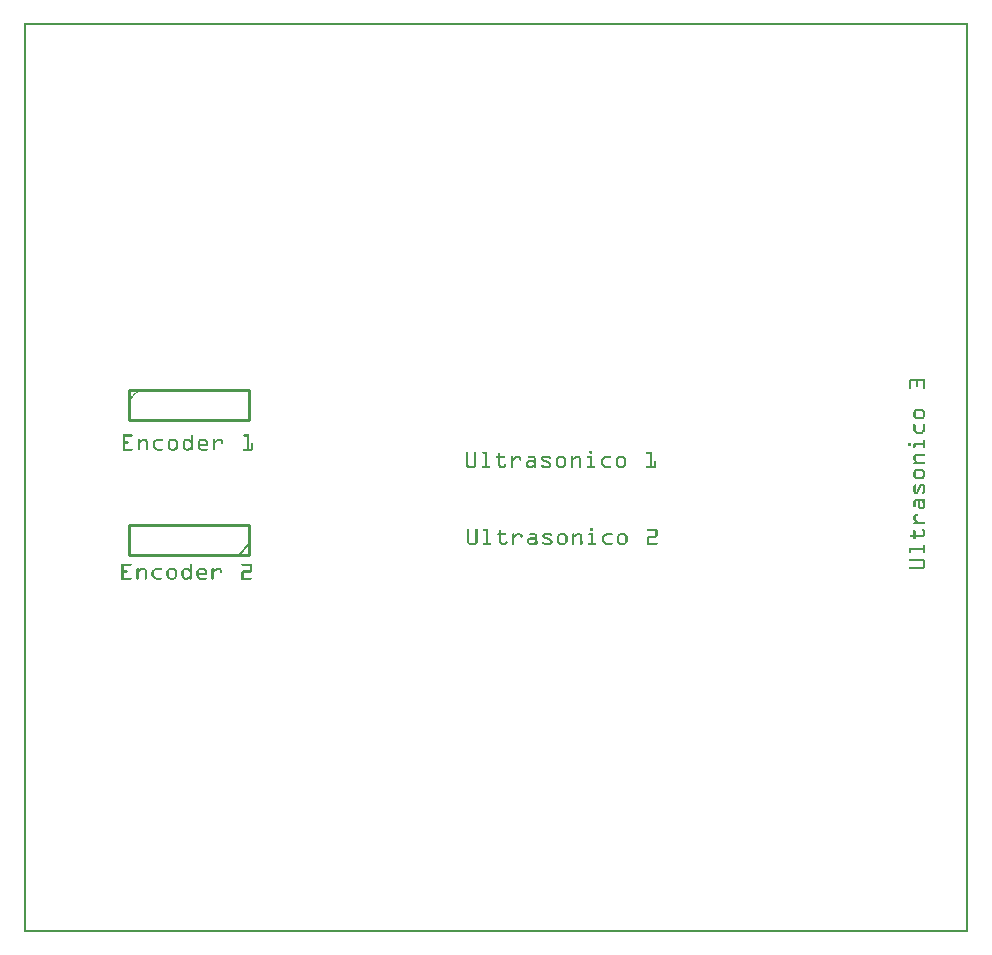
<source format=gbo>
G04 MADE WITH FRITZING*
G04 WWW.FRITZING.ORG*
G04 DOUBLE SIDED*
G04 HOLES PLATED*
G04 CONTOUR ON CENTER OF CONTOUR VECTOR*
%ASAXBY*%
%FSLAX23Y23*%
%MOIN*%
%OFA0B0*%
%SFA1.0B1.0*%
%ADD10C,0.010000*%
%ADD11C,0.005000*%
%ADD12R,0.001000X0.001000*%
%LNSILK0*%
G90*
G70*
G54D10*
X752Y1260D02*
X352Y1260D01*
D02*
X352Y1260D02*
X352Y1360D01*
D02*
X352Y1360D02*
X752Y1360D01*
D02*
X752Y1360D02*
X752Y1260D01*
G54D11*
D02*
X717Y1260D02*
X752Y1295D01*
G54D10*
D02*
X352Y1810D02*
X752Y1810D01*
D02*
X752Y1810D02*
X752Y1710D01*
D02*
X752Y1710D02*
X352Y1710D01*
D02*
X352Y1710D02*
X352Y1810D01*
G54D12*
X0Y3032D02*
X3148Y3032D01*
X0Y3031D02*
X3148Y3031D01*
X0Y3030D02*
X3148Y3030D01*
X0Y3029D02*
X3148Y3029D01*
X0Y3028D02*
X3148Y3028D01*
X0Y3027D02*
X3148Y3027D01*
X0Y3026D02*
X3148Y3026D01*
X0Y3025D02*
X3148Y3025D01*
X0Y3024D02*
X7Y3024D01*
X3141Y3024D02*
X3148Y3024D01*
X0Y3023D02*
X7Y3023D01*
X3141Y3023D02*
X3148Y3023D01*
X0Y3022D02*
X7Y3022D01*
X3141Y3022D02*
X3148Y3022D01*
X0Y3021D02*
X7Y3021D01*
X3141Y3021D02*
X3148Y3021D01*
X0Y3020D02*
X7Y3020D01*
X3141Y3020D02*
X3148Y3020D01*
X0Y3019D02*
X7Y3019D01*
X3141Y3019D02*
X3148Y3019D01*
X0Y3018D02*
X7Y3018D01*
X3141Y3018D02*
X3148Y3018D01*
X0Y3017D02*
X7Y3017D01*
X3141Y3017D02*
X3148Y3017D01*
X0Y3016D02*
X7Y3016D01*
X3141Y3016D02*
X3148Y3016D01*
X0Y3015D02*
X7Y3015D01*
X3141Y3015D02*
X3148Y3015D01*
X0Y3014D02*
X7Y3014D01*
X3141Y3014D02*
X3148Y3014D01*
X0Y3013D02*
X7Y3013D01*
X3141Y3013D02*
X3148Y3013D01*
X0Y3012D02*
X7Y3012D01*
X3141Y3012D02*
X3148Y3012D01*
X0Y3011D02*
X7Y3011D01*
X3141Y3011D02*
X3148Y3011D01*
X0Y3010D02*
X7Y3010D01*
X3141Y3010D02*
X3148Y3010D01*
X0Y3009D02*
X7Y3009D01*
X3141Y3009D02*
X3148Y3009D01*
X0Y3008D02*
X7Y3008D01*
X3141Y3008D02*
X3148Y3008D01*
X0Y3007D02*
X7Y3007D01*
X3141Y3007D02*
X3148Y3007D01*
X0Y3006D02*
X7Y3006D01*
X3141Y3006D02*
X3148Y3006D01*
X0Y3005D02*
X7Y3005D01*
X3141Y3005D02*
X3148Y3005D01*
X0Y3004D02*
X7Y3004D01*
X3141Y3004D02*
X3148Y3004D01*
X0Y3003D02*
X7Y3003D01*
X3141Y3003D02*
X3148Y3003D01*
X0Y3002D02*
X7Y3002D01*
X3141Y3002D02*
X3148Y3002D01*
X0Y3001D02*
X7Y3001D01*
X3141Y3001D02*
X3148Y3001D01*
X0Y3000D02*
X7Y3000D01*
X3141Y3000D02*
X3148Y3000D01*
X0Y2999D02*
X7Y2999D01*
X3141Y2999D02*
X3148Y2999D01*
X0Y2998D02*
X7Y2998D01*
X3141Y2998D02*
X3148Y2998D01*
X0Y2997D02*
X7Y2997D01*
X3141Y2997D02*
X3148Y2997D01*
X0Y2996D02*
X7Y2996D01*
X3141Y2996D02*
X3148Y2996D01*
X0Y2995D02*
X7Y2995D01*
X3141Y2995D02*
X3148Y2995D01*
X0Y2994D02*
X7Y2994D01*
X3141Y2994D02*
X3148Y2994D01*
X0Y2993D02*
X7Y2993D01*
X3141Y2993D02*
X3148Y2993D01*
X0Y2992D02*
X7Y2992D01*
X3141Y2992D02*
X3148Y2992D01*
X0Y2991D02*
X7Y2991D01*
X3141Y2991D02*
X3148Y2991D01*
X0Y2990D02*
X7Y2990D01*
X3141Y2990D02*
X3148Y2990D01*
X0Y2989D02*
X7Y2989D01*
X3141Y2989D02*
X3148Y2989D01*
X0Y2988D02*
X7Y2988D01*
X3141Y2988D02*
X3148Y2988D01*
X0Y2987D02*
X7Y2987D01*
X3141Y2987D02*
X3148Y2987D01*
X0Y2986D02*
X7Y2986D01*
X3141Y2986D02*
X3148Y2986D01*
X0Y2985D02*
X7Y2985D01*
X3141Y2985D02*
X3148Y2985D01*
X0Y2984D02*
X7Y2984D01*
X3141Y2984D02*
X3148Y2984D01*
X0Y2983D02*
X7Y2983D01*
X3141Y2983D02*
X3148Y2983D01*
X0Y2982D02*
X7Y2982D01*
X3141Y2982D02*
X3148Y2982D01*
X0Y2981D02*
X7Y2981D01*
X3141Y2981D02*
X3148Y2981D01*
X0Y2980D02*
X7Y2980D01*
X3141Y2980D02*
X3148Y2980D01*
X0Y2979D02*
X7Y2979D01*
X3141Y2979D02*
X3148Y2979D01*
X0Y2978D02*
X7Y2978D01*
X3141Y2978D02*
X3148Y2978D01*
X0Y2977D02*
X7Y2977D01*
X3141Y2977D02*
X3148Y2977D01*
X0Y2976D02*
X7Y2976D01*
X3141Y2976D02*
X3148Y2976D01*
X0Y2975D02*
X7Y2975D01*
X3141Y2975D02*
X3148Y2975D01*
X0Y2974D02*
X7Y2974D01*
X3141Y2974D02*
X3148Y2974D01*
X0Y2973D02*
X7Y2973D01*
X3141Y2973D02*
X3148Y2973D01*
X0Y2972D02*
X7Y2972D01*
X3141Y2972D02*
X3148Y2972D01*
X0Y2971D02*
X7Y2971D01*
X3141Y2971D02*
X3148Y2971D01*
X0Y2970D02*
X7Y2970D01*
X3141Y2970D02*
X3148Y2970D01*
X0Y2969D02*
X7Y2969D01*
X3141Y2969D02*
X3148Y2969D01*
X0Y2968D02*
X7Y2968D01*
X3141Y2968D02*
X3148Y2968D01*
X0Y2967D02*
X7Y2967D01*
X3141Y2967D02*
X3148Y2967D01*
X0Y2966D02*
X7Y2966D01*
X3141Y2966D02*
X3148Y2966D01*
X0Y2965D02*
X7Y2965D01*
X3141Y2965D02*
X3148Y2965D01*
X0Y2964D02*
X7Y2964D01*
X3141Y2964D02*
X3148Y2964D01*
X0Y2963D02*
X7Y2963D01*
X3141Y2963D02*
X3148Y2963D01*
X0Y2962D02*
X7Y2962D01*
X3141Y2962D02*
X3148Y2962D01*
X0Y2961D02*
X7Y2961D01*
X3141Y2961D02*
X3148Y2961D01*
X0Y2960D02*
X7Y2960D01*
X3141Y2960D02*
X3148Y2960D01*
X0Y2959D02*
X7Y2959D01*
X3141Y2959D02*
X3148Y2959D01*
X0Y2958D02*
X7Y2958D01*
X3141Y2958D02*
X3148Y2958D01*
X0Y2957D02*
X7Y2957D01*
X3141Y2957D02*
X3148Y2957D01*
X0Y2956D02*
X7Y2956D01*
X3141Y2956D02*
X3148Y2956D01*
X0Y2955D02*
X7Y2955D01*
X3141Y2955D02*
X3148Y2955D01*
X0Y2954D02*
X7Y2954D01*
X3141Y2954D02*
X3148Y2954D01*
X0Y2953D02*
X7Y2953D01*
X3141Y2953D02*
X3148Y2953D01*
X0Y2952D02*
X7Y2952D01*
X3141Y2952D02*
X3148Y2952D01*
X0Y2951D02*
X7Y2951D01*
X3141Y2951D02*
X3148Y2951D01*
X0Y2950D02*
X7Y2950D01*
X3141Y2950D02*
X3148Y2950D01*
X0Y2949D02*
X7Y2949D01*
X3141Y2949D02*
X3148Y2949D01*
X0Y2948D02*
X7Y2948D01*
X3141Y2948D02*
X3148Y2948D01*
X0Y2947D02*
X7Y2947D01*
X3141Y2947D02*
X3148Y2947D01*
X0Y2946D02*
X7Y2946D01*
X3141Y2946D02*
X3148Y2946D01*
X0Y2945D02*
X7Y2945D01*
X3141Y2945D02*
X3148Y2945D01*
X0Y2944D02*
X7Y2944D01*
X3141Y2944D02*
X3148Y2944D01*
X0Y2943D02*
X7Y2943D01*
X3141Y2943D02*
X3148Y2943D01*
X0Y2942D02*
X7Y2942D01*
X3141Y2942D02*
X3148Y2942D01*
X0Y2941D02*
X7Y2941D01*
X3141Y2941D02*
X3148Y2941D01*
X0Y2940D02*
X7Y2940D01*
X3141Y2940D02*
X3148Y2940D01*
X0Y2939D02*
X7Y2939D01*
X3141Y2939D02*
X3148Y2939D01*
X0Y2938D02*
X7Y2938D01*
X3141Y2938D02*
X3148Y2938D01*
X0Y2937D02*
X7Y2937D01*
X3141Y2937D02*
X3148Y2937D01*
X0Y2936D02*
X7Y2936D01*
X3141Y2936D02*
X3148Y2936D01*
X0Y2935D02*
X7Y2935D01*
X3141Y2935D02*
X3148Y2935D01*
X0Y2934D02*
X7Y2934D01*
X3141Y2934D02*
X3148Y2934D01*
X0Y2933D02*
X7Y2933D01*
X3141Y2933D02*
X3148Y2933D01*
X0Y2932D02*
X7Y2932D01*
X3141Y2932D02*
X3148Y2932D01*
X0Y2931D02*
X7Y2931D01*
X3141Y2931D02*
X3148Y2931D01*
X0Y2930D02*
X7Y2930D01*
X3141Y2930D02*
X3148Y2930D01*
X0Y2929D02*
X7Y2929D01*
X3141Y2929D02*
X3148Y2929D01*
X0Y2928D02*
X7Y2928D01*
X3141Y2928D02*
X3148Y2928D01*
X0Y2927D02*
X7Y2927D01*
X3141Y2927D02*
X3148Y2927D01*
X0Y2926D02*
X7Y2926D01*
X3141Y2926D02*
X3148Y2926D01*
X0Y2925D02*
X7Y2925D01*
X3141Y2925D02*
X3148Y2925D01*
X0Y2924D02*
X7Y2924D01*
X3141Y2924D02*
X3148Y2924D01*
X0Y2923D02*
X7Y2923D01*
X3141Y2923D02*
X3148Y2923D01*
X0Y2922D02*
X7Y2922D01*
X3141Y2922D02*
X3148Y2922D01*
X0Y2921D02*
X7Y2921D01*
X3141Y2921D02*
X3148Y2921D01*
X0Y2920D02*
X7Y2920D01*
X3141Y2920D02*
X3148Y2920D01*
X0Y2919D02*
X7Y2919D01*
X3141Y2919D02*
X3148Y2919D01*
X0Y2918D02*
X7Y2918D01*
X3141Y2918D02*
X3148Y2918D01*
X0Y2917D02*
X7Y2917D01*
X3141Y2917D02*
X3148Y2917D01*
X0Y2916D02*
X7Y2916D01*
X3141Y2916D02*
X3148Y2916D01*
X0Y2915D02*
X7Y2915D01*
X3141Y2915D02*
X3148Y2915D01*
X0Y2914D02*
X7Y2914D01*
X3141Y2914D02*
X3148Y2914D01*
X0Y2913D02*
X7Y2913D01*
X3141Y2913D02*
X3148Y2913D01*
X0Y2912D02*
X7Y2912D01*
X3141Y2912D02*
X3148Y2912D01*
X0Y2911D02*
X7Y2911D01*
X3141Y2911D02*
X3148Y2911D01*
X0Y2910D02*
X7Y2910D01*
X3141Y2910D02*
X3148Y2910D01*
X0Y2909D02*
X7Y2909D01*
X3141Y2909D02*
X3148Y2909D01*
X0Y2908D02*
X7Y2908D01*
X3141Y2908D02*
X3148Y2908D01*
X0Y2907D02*
X7Y2907D01*
X3141Y2907D02*
X3148Y2907D01*
X0Y2906D02*
X7Y2906D01*
X3141Y2906D02*
X3148Y2906D01*
X0Y2905D02*
X7Y2905D01*
X3141Y2905D02*
X3148Y2905D01*
X0Y2904D02*
X7Y2904D01*
X3141Y2904D02*
X3148Y2904D01*
X0Y2903D02*
X7Y2903D01*
X3141Y2903D02*
X3148Y2903D01*
X0Y2902D02*
X7Y2902D01*
X3141Y2902D02*
X3148Y2902D01*
X0Y2901D02*
X7Y2901D01*
X3141Y2901D02*
X3148Y2901D01*
X0Y2900D02*
X7Y2900D01*
X3141Y2900D02*
X3148Y2900D01*
X0Y2899D02*
X7Y2899D01*
X3141Y2899D02*
X3148Y2899D01*
X0Y2898D02*
X7Y2898D01*
X3141Y2898D02*
X3148Y2898D01*
X0Y2897D02*
X7Y2897D01*
X3141Y2897D02*
X3148Y2897D01*
X0Y2896D02*
X7Y2896D01*
X3141Y2896D02*
X3148Y2896D01*
X0Y2895D02*
X7Y2895D01*
X3141Y2895D02*
X3148Y2895D01*
X0Y2894D02*
X7Y2894D01*
X3141Y2894D02*
X3148Y2894D01*
X0Y2893D02*
X7Y2893D01*
X3141Y2893D02*
X3148Y2893D01*
X0Y2892D02*
X7Y2892D01*
X3141Y2892D02*
X3148Y2892D01*
X0Y2891D02*
X7Y2891D01*
X3141Y2891D02*
X3148Y2891D01*
X0Y2890D02*
X7Y2890D01*
X3141Y2890D02*
X3148Y2890D01*
X0Y2889D02*
X7Y2889D01*
X3141Y2889D02*
X3148Y2889D01*
X0Y2888D02*
X7Y2888D01*
X3141Y2888D02*
X3148Y2888D01*
X0Y2887D02*
X7Y2887D01*
X3141Y2887D02*
X3148Y2887D01*
X0Y2886D02*
X7Y2886D01*
X3141Y2886D02*
X3148Y2886D01*
X0Y2885D02*
X7Y2885D01*
X3141Y2885D02*
X3148Y2885D01*
X0Y2884D02*
X7Y2884D01*
X3141Y2884D02*
X3148Y2884D01*
X0Y2883D02*
X7Y2883D01*
X3141Y2883D02*
X3148Y2883D01*
X0Y2882D02*
X7Y2882D01*
X3141Y2882D02*
X3148Y2882D01*
X0Y2881D02*
X7Y2881D01*
X3141Y2881D02*
X3148Y2881D01*
X0Y2880D02*
X7Y2880D01*
X3141Y2880D02*
X3148Y2880D01*
X0Y2879D02*
X7Y2879D01*
X3141Y2879D02*
X3148Y2879D01*
X0Y2878D02*
X7Y2878D01*
X3141Y2878D02*
X3148Y2878D01*
X0Y2877D02*
X7Y2877D01*
X3141Y2877D02*
X3148Y2877D01*
X0Y2876D02*
X7Y2876D01*
X3141Y2876D02*
X3148Y2876D01*
X0Y2875D02*
X7Y2875D01*
X3141Y2875D02*
X3148Y2875D01*
X0Y2874D02*
X7Y2874D01*
X3141Y2874D02*
X3148Y2874D01*
X0Y2873D02*
X7Y2873D01*
X3141Y2873D02*
X3148Y2873D01*
X0Y2872D02*
X7Y2872D01*
X3141Y2872D02*
X3148Y2872D01*
X0Y2871D02*
X7Y2871D01*
X3141Y2871D02*
X3148Y2871D01*
X0Y2870D02*
X7Y2870D01*
X3141Y2870D02*
X3148Y2870D01*
X0Y2869D02*
X7Y2869D01*
X3141Y2869D02*
X3148Y2869D01*
X0Y2868D02*
X7Y2868D01*
X3141Y2868D02*
X3148Y2868D01*
X0Y2867D02*
X7Y2867D01*
X3141Y2867D02*
X3148Y2867D01*
X0Y2866D02*
X7Y2866D01*
X3141Y2866D02*
X3148Y2866D01*
X0Y2865D02*
X7Y2865D01*
X3141Y2865D02*
X3148Y2865D01*
X0Y2864D02*
X7Y2864D01*
X3141Y2864D02*
X3148Y2864D01*
X0Y2863D02*
X7Y2863D01*
X3141Y2863D02*
X3148Y2863D01*
X0Y2862D02*
X7Y2862D01*
X3141Y2862D02*
X3148Y2862D01*
X0Y2861D02*
X7Y2861D01*
X3141Y2861D02*
X3148Y2861D01*
X0Y2860D02*
X7Y2860D01*
X3141Y2860D02*
X3148Y2860D01*
X0Y2859D02*
X7Y2859D01*
X3141Y2859D02*
X3148Y2859D01*
X0Y2858D02*
X7Y2858D01*
X3141Y2858D02*
X3148Y2858D01*
X0Y2857D02*
X7Y2857D01*
X3141Y2857D02*
X3148Y2857D01*
X0Y2856D02*
X7Y2856D01*
X3141Y2856D02*
X3148Y2856D01*
X0Y2855D02*
X7Y2855D01*
X3141Y2855D02*
X3148Y2855D01*
X0Y2854D02*
X7Y2854D01*
X3141Y2854D02*
X3148Y2854D01*
X0Y2853D02*
X7Y2853D01*
X3141Y2853D02*
X3148Y2853D01*
X0Y2852D02*
X7Y2852D01*
X3141Y2852D02*
X3148Y2852D01*
X0Y2851D02*
X7Y2851D01*
X3141Y2851D02*
X3148Y2851D01*
X0Y2850D02*
X7Y2850D01*
X3141Y2850D02*
X3148Y2850D01*
X0Y2849D02*
X7Y2849D01*
X3141Y2849D02*
X3148Y2849D01*
X0Y2848D02*
X7Y2848D01*
X3141Y2848D02*
X3148Y2848D01*
X0Y2847D02*
X7Y2847D01*
X3141Y2847D02*
X3148Y2847D01*
X0Y2846D02*
X7Y2846D01*
X3141Y2846D02*
X3148Y2846D01*
X0Y2845D02*
X7Y2845D01*
X3141Y2845D02*
X3148Y2845D01*
X0Y2844D02*
X7Y2844D01*
X3141Y2844D02*
X3148Y2844D01*
X0Y2843D02*
X7Y2843D01*
X3141Y2843D02*
X3148Y2843D01*
X0Y2842D02*
X7Y2842D01*
X3141Y2842D02*
X3148Y2842D01*
X0Y2841D02*
X7Y2841D01*
X3141Y2841D02*
X3148Y2841D01*
X0Y2840D02*
X7Y2840D01*
X3141Y2840D02*
X3148Y2840D01*
X0Y2839D02*
X7Y2839D01*
X3141Y2839D02*
X3148Y2839D01*
X0Y2838D02*
X7Y2838D01*
X3141Y2838D02*
X3148Y2838D01*
X0Y2837D02*
X7Y2837D01*
X3141Y2837D02*
X3148Y2837D01*
X0Y2836D02*
X7Y2836D01*
X3141Y2836D02*
X3148Y2836D01*
X0Y2835D02*
X7Y2835D01*
X3141Y2835D02*
X3148Y2835D01*
X0Y2834D02*
X7Y2834D01*
X3141Y2834D02*
X3148Y2834D01*
X0Y2833D02*
X7Y2833D01*
X3141Y2833D02*
X3148Y2833D01*
X0Y2832D02*
X7Y2832D01*
X3141Y2832D02*
X3148Y2832D01*
X0Y2831D02*
X7Y2831D01*
X3141Y2831D02*
X3148Y2831D01*
X0Y2830D02*
X7Y2830D01*
X3141Y2830D02*
X3148Y2830D01*
X0Y2829D02*
X7Y2829D01*
X3141Y2829D02*
X3148Y2829D01*
X0Y2828D02*
X7Y2828D01*
X3141Y2828D02*
X3148Y2828D01*
X0Y2827D02*
X7Y2827D01*
X3141Y2827D02*
X3148Y2827D01*
X0Y2826D02*
X7Y2826D01*
X3141Y2826D02*
X3148Y2826D01*
X0Y2825D02*
X7Y2825D01*
X3141Y2825D02*
X3148Y2825D01*
X0Y2824D02*
X7Y2824D01*
X3141Y2824D02*
X3148Y2824D01*
X0Y2823D02*
X7Y2823D01*
X3141Y2823D02*
X3148Y2823D01*
X0Y2822D02*
X7Y2822D01*
X3141Y2822D02*
X3148Y2822D01*
X0Y2821D02*
X7Y2821D01*
X3141Y2821D02*
X3148Y2821D01*
X0Y2820D02*
X7Y2820D01*
X3141Y2820D02*
X3148Y2820D01*
X0Y2819D02*
X7Y2819D01*
X3141Y2819D02*
X3148Y2819D01*
X0Y2818D02*
X7Y2818D01*
X3141Y2818D02*
X3148Y2818D01*
X0Y2817D02*
X7Y2817D01*
X3141Y2817D02*
X3148Y2817D01*
X0Y2816D02*
X7Y2816D01*
X3141Y2816D02*
X3148Y2816D01*
X0Y2815D02*
X7Y2815D01*
X3141Y2815D02*
X3148Y2815D01*
X0Y2814D02*
X7Y2814D01*
X3141Y2814D02*
X3148Y2814D01*
X0Y2813D02*
X7Y2813D01*
X3141Y2813D02*
X3148Y2813D01*
X0Y2812D02*
X7Y2812D01*
X3141Y2812D02*
X3148Y2812D01*
X0Y2811D02*
X7Y2811D01*
X3141Y2811D02*
X3148Y2811D01*
X0Y2810D02*
X7Y2810D01*
X3141Y2810D02*
X3148Y2810D01*
X0Y2809D02*
X7Y2809D01*
X3141Y2809D02*
X3148Y2809D01*
X0Y2808D02*
X7Y2808D01*
X3141Y2808D02*
X3148Y2808D01*
X0Y2807D02*
X7Y2807D01*
X3141Y2807D02*
X3148Y2807D01*
X0Y2806D02*
X7Y2806D01*
X3141Y2806D02*
X3148Y2806D01*
X0Y2805D02*
X7Y2805D01*
X3141Y2805D02*
X3148Y2805D01*
X0Y2804D02*
X7Y2804D01*
X3141Y2804D02*
X3148Y2804D01*
X0Y2803D02*
X7Y2803D01*
X3141Y2803D02*
X3148Y2803D01*
X0Y2802D02*
X7Y2802D01*
X3141Y2802D02*
X3148Y2802D01*
X0Y2801D02*
X7Y2801D01*
X3141Y2801D02*
X3148Y2801D01*
X0Y2800D02*
X7Y2800D01*
X3141Y2800D02*
X3148Y2800D01*
X0Y2799D02*
X7Y2799D01*
X3141Y2799D02*
X3148Y2799D01*
X0Y2798D02*
X7Y2798D01*
X3141Y2798D02*
X3148Y2798D01*
X0Y2797D02*
X7Y2797D01*
X3141Y2797D02*
X3148Y2797D01*
X0Y2796D02*
X7Y2796D01*
X3141Y2796D02*
X3148Y2796D01*
X0Y2795D02*
X7Y2795D01*
X3141Y2795D02*
X3148Y2795D01*
X0Y2794D02*
X7Y2794D01*
X3141Y2794D02*
X3148Y2794D01*
X0Y2793D02*
X7Y2793D01*
X3141Y2793D02*
X3148Y2793D01*
X0Y2792D02*
X7Y2792D01*
X3141Y2792D02*
X3148Y2792D01*
X0Y2791D02*
X7Y2791D01*
X3141Y2791D02*
X3148Y2791D01*
X0Y2790D02*
X7Y2790D01*
X3141Y2790D02*
X3148Y2790D01*
X0Y2789D02*
X7Y2789D01*
X3141Y2789D02*
X3148Y2789D01*
X0Y2788D02*
X7Y2788D01*
X3141Y2788D02*
X3148Y2788D01*
X0Y2787D02*
X7Y2787D01*
X3141Y2787D02*
X3148Y2787D01*
X0Y2786D02*
X7Y2786D01*
X3141Y2786D02*
X3148Y2786D01*
X0Y2785D02*
X7Y2785D01*
X3141Y2785D02*
X3148Y2785D01*
X0Y2784D02*
X7Y2784D01*
X3141Y2784D02*
X3148Y2784D01*
X0Y2783D02*
X7Y2783D01*
X3141Y2783D02*
X3148Y2783D01*
X0Y2782D02*
X7Y2782D01*
X3141Y2782D02*
X3148Y2782D01*
X0Y2781D02*
X7Y2781D01*
X3141Y2781D02*
X3148Y2781D01*
X0Y2780D02*
X7Y2780D01*
X3141Y2780D02*
X3148Y2780D01*
X0Y2779D02*
X7Y2779D01*
X3141Y2779D02*
X3148Y2779D01*
X0Y2778D02*
X7Y2778D01*
X3141Y2778D02*
X3148Y2778D01*
X0Y2777D02*
X7Y2777D01*
X3141Y2777D02*
X3148Y2777D01*
X0Y2776D02*
X7Y2776D01*
X3141Y2776D02*
X3148Y2776D01*
X0Y2775D02*
X7Y2775D01*
X3141Y2775D02*
X3148Y2775D01*
X0Y2774D02*
X7Y2774D01*
X3141Y2774D02*
X3148Y2774D01*
X0Y2773D02*
X7Y2773D01*
X3141Y2773D02*
X3148Y2773D01*
X0Y2772D02*
X7Y2772D01*
X3141Y2772D02*
X3148Y2772D01*
X0Y2771D02*
X7Y2771D01*
X3141Y2771D02*
X3148Y2771D01*
X0Y2770D02*
X7Y2770D01*
X3141Y2770D02*
X3148Y2770D01*
X0Y2769D02*
X7Y2769D01*
X3141Y2769D02*
X3148Y2769D01*
X0Y2768D02*
X7Y2768D01*
X3141Y2768D02*
X3148Y2768D01*
X0Y2767D02*
X7Y2767D01*
X3141Y2767D02*
X3148Y2767D01*
X0Y2766D02*
X7Y2766D01*
X3141Y2766D02*
X3148Y2766D01*
X0Y2765D02*
X7Y2765D01*
X3141Y2765D02*
X3148Y2765D01*
X0Y2764D02*
X7Y2764D01*
X3141Y2764D02*
X3148Y2764D01*
X0Y2763D02*
X7Y2763D01*
X3141Y2763D02*
X3148Y2763D01*
X0Y2762D02*
X7Y2762D01*
X3141Y2762D02*
X3148Y2762D01*
X0Y2761D02*
X7Y2761D01*
X3141Y2761D02*
X3148Y2761D01*
X0Y2760D02*
X7Y2760D01*
X3141Y2760D02*
X3148Y2760D01*
X0Y2759D02*
X7Y2759D01*
X3141Y2759D02*
X3148Y2759D01*
X0Y2758D02*
X7Y2758D01*
X3141Y2758D02*
X3148Y2758D01*
X0Y2757D02*
X7Y2757D01*
X3141Y2757D02*
X3148Y2757D01*
X0Y2756D02*
X7Y2756D01*
X3141Y2756D02*
X3148Y2756D01*
X0Y2755D02*
X7Y2755D01*
X3141Y2755D02*
X3148Y2755D01*
X0Y2754D02*
X7Y2754D01*
X3141Y2754D02*
X3148Y2754D01*
X0Y2753D02*
X7Y2753D01*
X3141Y2753D02*
X3148Y2753D01*
X0Y2752D02*
X7Y2752D01*
X3141Y2752D02*
X3148Y2752D01*
X0Y2751D02*
X7Y2751D01*
X3141Y2751D02*
X3148Y2751D01*
X0Y2750D02*
X7Y2750D01*
X3141Y2750D02*
X3148Y2750D01*
X0Y2749D02*
X7Y2749D01*
X3141Y2749D02*
X3148Y2749D01*
X0Y2748D02*
X7Y2748D01*
X3141Y2748D02*
X3148Y2748D01*
X0Y2747D02*
X7Y2747D01*
X3141Y2747D02*
X3148Y2747D01*
X0Y2746D02*
X7Y2746D01*
X3141Y2746D02*
X3148Y2746D01*
X0Y2745D02*
X7Y2745D01*
X3141Y2745D02*
X3148Y2745D01*
X0Y2744D02*
X7Y2744D01*
X3141Y2744D02*
X3148Y2744D01*
X0Y2743D02*
X7Y2743D01*
X3141Y2743D02*
X3148Y2743D01*
X0Y2742D02*
X7Y2742D01*
X3141Y2742D02*
X3148Y2742D01*
X0Y2741D02*
X7Y2741D01*
X3141Y2741D02*
X3148Y2741D01*
X0Y2740D02*
X7Y2740D01*
X3141Y2740D02*
X3148Y2740D01*
X0Y2739D02*
X7Y2739D01*
X3141Y2739D02*
X3148Y2739D01*
X0Y2738D02*
X7Y2738D01*
X3141Y2738D02*
X3148Y2738D01*
X0Y2737D02*
X7Y2737D01*
X3141Y2737D02*
X3148Y2737D01*
X0Y2736D02*
X7Y2736D01*
X3141Y2736D02*
X3148Y2736D01*
X0Y2735D02*
X7Y2735D01*
X3141Y2735D02*
X3148Y2735D01*
X0Y2734D02*
X7Y2734D01*
X3141Y2734D02*
X3148Y2734D01*
X0Y2733D02*
X7Y2733D01*
X3141Y2733D02*
X3148Y2733D01*
X0Y2732D02*
X7Y2732D01*
X3141Y2732D02*
X3148Y2732D01*
X0Y2731D02*
X7Y2731D01*
X3141Y2731D02*
X3148Y2731D01*
X0Y2730D02*
X7Y2730D01*
X3141Y2730D02*
X3148Y2730D01*
X0Y2729D02*
X7Y2729D01*
X3141Y2729D02*
X3148Y2729D01*
X0Y2728D02*
X7Y2728D01*
X3141Y2728D02*
X3148Y2728D01*
X0Y2727D02*
X7Y2727D01*
X3141Y2727D02*
X3148Y2727D01*
X0Y2726D02*
X7Y2726D01*
X3141Y2726D02*
X3148Y2726D01*
X0Y2725D02*
X7Y2725D01*
X3141Y2725D02*
X3148Y2725D01*
X0Y2724D02*
X7Y2724D01*
X3141Y2724D02*
X3148Y2724D01*
X0Y2723D02*
X7Y2723D01*
X3141Y2723D02*
X3148Y2723D01*
X0Y2722D02*
X7Y2722D01*
X3141Y2722D02*
X3148Y2722D01*
X0Y2721D02*
X7Y2721D01*
X3141Y2721D02*
X3148Y2721D01*
X0Y2720D02*
X7Y2720D01*
X3141Y2720D02*
X3148Y2720D01*
X0Y2719D02*
X7Y2719D01*
X3141Y2719D02*
X3148Y2719D01*
X0Y2718D02*
X7Y2718D01*
X3141Y2718D02*
X3148Y2718D01*
X0Y2717D02*
X7Y2717D01*
X3141Y2717D02*
X3148Y2717D01*
X0Y2716D02*
X7Y2716D01*
X3141Y2716D02*
X3148Y2716D01*
X0Y2715D02*
X7Y2715D01*
X3141Y2715D02*
X3148Y2715D01*
X0Y2714D02*
X7Y2714D01*
X3141Y2714D02*
X3148Y2714D01*
X0Y2713D02*
X7Y2713D01*
X3141Y2713D02*
X3148Y2713D01*
X0Y2712D02*
X7Y2712D01*
X3141Y2712D02*
X3148Y2712D01*
X0Y2711D02*
X7Y2711D01*
X3141Y2711D02*
X3148Y2711D01*
X0Y2710D02*
X7Y2710D01*
X3141Y2710D02*
X3148Y2710D01*
X0Y2709D02*
X7Y2709D01*
X3141Y2709D02*
X3148Y2709D01*
X0Y2708D02*
X7Y2708D01*
X3141Y2708D02*
X3148Y2708D01*
X0Y2707D02*
X7Y2707D01*
X3141Y2707D02*
X3148Y2707D01*
X0Y2706D02*
X7Y2706D01*
X3141Y2706D02*
X3148Y2706D01*
X0Y2705D02*
X7Y2705D01*
X3141Y2705D02*
X3148Y2705D01*
X0Y2704D02*
X7Y2704D01*
X3141Y2704D02*
X3148Y2704D01*
X0Y2703D02*
X7Y2703D01*
X3141Y2703D02*
X3148Y2703D01*
X0Y2702D02*
X7Y2702D01*
X3141Y2702D02*
X3148Y2702D01*
X0Y2701D02*
X7Y2701D01*
X3141Y2701D02*
X3148Y2701D01*
X0Y2700D02*
X7Y2700D01*
X3141Y2700D02*
X3148Y2700D01*
X0Y2699D02*
X7Y2699D01*
X3141Y2699D02*
X3148Y2699D01*
X0Y2698D02*
X7Y2698D01*
X3141Y2698D02*
X3148Y2698D01*
X0Y2697D02*
X7Y2697D01*
X3141Y2697D02*
X3148Y2697D01*
X0Y2696D02*
X7Y2696D01*
X3141Y2696D02*
X3148Y2696D01*
X0Y2695D02*
X7Y2695D01*
X3141Y2695D02*
X3148Y2695D01*
X0Y2694D02*
X7Y2694D01*
X3141Y2694D02*
X3148Y2694D01*
X0Y2693D02*
X7Y2693D01*
X3141Y2693D02*
X3148Y2693D01*
X0Y2692D02*
X7Y2692D01*
X3141Y2692D02*
X3148Y2692D01*
X0Y2691D02*
X7Y2691D01*
X3141Y2691D02*
X3148Y2691D01*
X0Y2690D02*
X7Y2690D01*
X3141Y2690D02*
X3148Y2690D01*
X0Y2689D02*
X7Y2689D01*
X3141Y2689D02*
X3148Y2689D01*
X0Y2688D02*
X7Y2688D01*
X3141Y2688D02*
X3148Y2688D01*
X0Y2687D02*
X7Y2687D01*
X3141Y2687D02*
X3148Y2687D01*
X0Y2686D02*
X7Y2686D01*
X3141Y2686D02*
X3148Y2686D01*
X0Y2685D02*
X7Y2685D01*
X3141Y2685D02*
X3148Y2685D01*
X0Y2684D02*
X7Y2684D01*
X3141Y2684D02*
X3148Y2684D01*
X0Y2683D02*
X7Y2683D01*
X3141Y2683D02*
X3148Y2683D01*
X0Y2682D02*
X7Y2682D01*
X3141Y2682D02*
X3148Y2682D01*
X0Y2681D02*
X7Y2681D01*
X3141Y2681D02*
X3148Y2681D01*
X0Y2680D02*
X7Y2680D01*
X3141Y2680D02*
X3148Y2680D01*
X0Y2679D02*
X7Y2679D01*
X3141Y2679D02*
X3148Y2679D01*
X0Y2678D02*
X7Y2678D01*
X3141Y2678D02*
X3148Y2678D01*
X0Y2677D02*
X7Y2677D01*
X3141Y2677D02*
X3148Y2677D01*
X0Y2676D02*
X7Y2676D01*
X3141Y2676D02*
X3148Y2676D01*
X0Y2675D02*
X7Y2675D01*
X3141Y2675D02*
X3148Y2675D01*
X0Y2674D02*
X7Y2674D01*
X3141Y2674D02*
X3148Y2674D01*
X0Y2673D02*
X7Y2673D01*
X3141Y2673D02*
X3148Y2673D01*
X0Y2672D02*
X7Y2672D01*
X3141Y2672D02*
X3148Y2672D01*
X0Y2671D02*
X7Y2671D01*
X3141Y2671D02*
X3148Y2671D01*
X0Y2670D02*
X7Y2670D01*
X3141Y2670D02*
X3148Y2670D01*
X0Y2669D02*
X7Y2669D01*
X3141Y2669D02*
X3148Y2669D01*
X0Y2668D02*
X7Y2668D01*
X3141Y2668D02*
X3148Y2668D01*
X0Y2667D02*
X7Y2667D01*
X3141Y2667D02*
X3148Y2667D01*
X0Y2666D02*
X7Y2666D01*
X3141Y2666D02*
X3148Y2666D01*
X0Y2665D02*
X7Y2665D01*
X3141Y2665D02*
X3148Y2665D01*
X0Y2664D02*
X7Y2664D01*
X3141Y2664D02*
X3148Y2664D01*
X0Y2663D02*
X7Y2663D01*
X3141Y2663D02*
X3148Y2663D01*
X0Y2662D02*
X7Y2662D01*
X3141Y2662D02*
X3148Y2662D01*
X0Y2661D02*
X7Y2661D01*
X3141Y2661D02*
X3148Y2661D01*
X0Y2660D02*
X7Y2660D01*
X3141Y2660D02*
X3148Y2660D01*
X0Y2659D02*
X7Y2659D01*
X3141Y2659D02*
X3148Y2659D01*
X0Y2658D02*
X7Y2658D01*
X3141Y2658D02*
X3148Y2658D01*
X0Y2657D02*
X7Y2657D01*
X3141Y2657D02*
X3148Y2657D01*
X0Y2656D02*
X7Y2656D01*
X3141Y2656D02*
X3148Y2656D01*
X0Y2655D02*
X7Y2655D01*
X3141Y2655D02*
X3148Y2655D01*
X0Y2654D02*
X7Y2654D01*
X3141Y2654D02*
X3148Y2654D01*
X0Y2653D02*
X7Y2653D01*
X3141Y2653D02*
X3148Y2653D01*
X0Y2652D02*
X7Y2652D01*
X3141Y2652D02*
X3148Y2652D01*
X0Y2651D02*
X7Y2651D01*
X3141Y2651D02*
X3148Y2651D01*
X0Y2650D02*
X7Y2650D01*
X3141Y2650D02*
X3148Y2650D01*
X0Y2649D02*
X7Y2649D01*
X3141Y2649D02*
X3148Y2649D01*
X0Y2648D02*
X7Y2648D01*
X3141Y2648D02*
X3148Y2648D01*
X0Y2647D02*
X7Y2647D01*
X3141Y2647D02*
X3148Y2647D01*
X0Y2646D02*
X7Y2646D01*
X3141Y2646D02*
X3148Y2646D01*
X0Y2645D02*
X7Y2645D01*
X3141Y2645D02*
X3148Y2645D01*
X0Y2644D02*
X7Y2644D01*
X3141Y2644D02*
X3148Y2644D01*
X0Y2643D02*
X7Y2643D01*
X3141Y2643D02*
X3148Y2643D01*
X0Y2642D02*
X7Y2642D01*
X3141Y2642D02*
X3148Y2642D01*
X0Y2641D02*
X7Y2641D01*
X3141Y2641D02*
X3148Y2641D01*
X0Y2640D02*
X7Y2640D01*
X3141Y2640D02*
X3148Y2640D01*
X0Y2639D02*
X7Y2639D01*
X3141Y2639D02*
X3148Y2639D01*
X0Y2638D02*
X7Y2638D01*
X3141Y2638D02*
X3148Y2638D01*
X0Y2637D02*
X7Y2637D01*
X3141Y2637D02*
X3148Y2637D01*
X0Y2636D02*
X7Y2636D01*
X3141Y2636D02*
X3148Y2636D01*
X0Y2635D02*
X7Y2635D01*
X3141Y2635D02*
X3148Y2635D01*
X0Y2634D02*
X7Y2634D01*
X3141Y2634D02*
X3148Y2634D01*
X0Y2633D02*
X7Y2633D01*
X3141Y2633D02*
X3148Y2633D01*
X0Y2632D02*
X7Y2632D01*
X3141Y2632D02*
X3148Y2632D01*
X0Y2631D02*
X7Y2631D01*
X3141Y2631D02*
X3148Y2631D01*
X0Y2630D02*
X7Y2630D01*
X3141Y2630D02*
X3148Y2630D01*
X0Y2629D02*
X7Y2629D01*
X3141Y2629D02*
X3148Y2629D01*
X0Y2628D02*
X7Y2628D01*
X3141Y2628D02*
X3148Y2628D01*
X0Y2627D02*
X7Y2627D01*
X3141Y2627D02*
X3148Y2627D01*
X0Y2626D02*
X7Y2626D01*
X3141Y2626D02*
X3148Y2626D01*
X0Y2625D02*
X7Y2625D01*
X3141Y2625D02*
X3148Y2625D01*
X0Y2624D02*
X7Y2624D01*
X3141Y2624D02*
X3148Y2624D01*
X0Y2623D02*
X7Y2623D01*
X3141Y2623D02*
X3148Y2623D01*
X0Y2622D02*
X7Y2622D01*
X3141Y2622D02*
X3148Y2622D01*
X0Y2621D02*
X7Y2621D01*
X3141Y2621D02*
X3148Y2621D01*
X0Y2620D02*
X7Y2620D01*
X3141Y2620D02*
X3148Y2620D01*
X0Y2619D02*
X7Y2619D01*
X3141Y2619D02*
X3148Y2619D01*
X0Y2618D02*
X7Y2618D01*
X3141Y2618D02*
X3148Y2618D01*
X0Y2617D02*
X7Y2617D01*
X3141Y2617D02*
X3148Y2617D01*
X0Y2616D02*
X7Y2616D01*
X3141Y2616D02*
X3148Y2616D01*
X0Y2615D02*
X7Y2615D01*
X3141Y2615D02*
X3148Y2615D01*
X0Y2614D02*
X7Y2614D01*
X3141Y2614D02*
X3148Y2614D01*
X0Y2613D02*
X7Y2613D01*
X3141Y2613D02*
X3148Y2613D01*
X0Y2612D02*
X7Y2612D01*
X3141Y2612D02*
X3148Y2612D01*
X0Y2611D02*
X7Y2611D01*
X3141Y2611D02*
X3148Y2611D01*
X0Y2610D02*
X7Y2610D01*
X3141Y2610D02*
X3148Y2610D01*
X0Y2609D02*
X7Y2609D01*
X3141Y2609D02*
X3148Y2609D01*
X0Y2608D02*
X7Y2608D01*
X3141Y2608D02*
X3148Y2608D01*
X0Y2607D02*
X7Y2607D01*
X3141Y2607D02*
X3148Y2607D01*
X0Y2606D02*
X7Y2606D01*
X3141Y2606D02*
X3148Y2606D01*
X0Y2605D02*
X7Y2605D01*
X3141Y2605D02*
X3148Y2605D01*
X0Y2604D02*
X7Y2604D01*
X3141Y2604D02*
X3148Y2604D01*
X0Y2603D02*
X7Y2603D01*
X3141Y2603D02*
X3148Y2603D01*
X0Y2602D02*
X7Y2602D01*
X3141Y2602D02*
X3148Y2602D01*
X0Y2601D02*
X7Y2601D01*
X3141Y2601D02*
X3148Y2601D01*
X0Y2600D02*
X7Y2600D01*
X3141Y2600D02*
X3148Y2600D01*
X0Y2599D02*
X7Y2599D01*
X3141Y2599D02*
X3148Y2599D01*
X0Y2598D02*
X7Y2598D01*
X3141Y2598D02*
X3148Y2598D01*
X0Y2597D02*
X7Y2597D01*
X3141Y2597D02*
X3148Y2597D01*
X0Y2596D02*
X7Y2596D01*
X3141Y2596D02*
X3148Y2596D01*
X0Y2595D02*
X7Y2595D01*
X3141Y2595D02*
X3148Y2595D01*
X0Y2594D02*
X7Y2594D01*
X3141Y2594D02*
X3148Y2594D01*
X0Y2593D02*
X7Y2593D01*
X3141Y2593D02*
X3148Y2593D01*
X0Y2592D02*
X7Y2592D01*
X3141Y2592D02*
X3148Y2592D01*
X0Y2591D02*
X7Y2591D01*
X3141Y2591D02*
X3148Y2591D01*
X0Y2590D02*
X7Y2590D01*
X3141Y2590D02*
X3148Y2590D01*
X0Y2589D02*
X7Y2589D01*
X3141Y2589D02*
X3148Y2589D01*
X0Y2588D02*
X7Y2588D01*
X3141Y2588D02*
X3148Y2588D01*
X0Y2587D02*
X7Y2587D01*
X3141Y2587D02*
X3148Y2587D01*
X0Y2586D02*
X7Y2586D01*
X3141Y2586D02*
X3148Y2586D01*
X0Y2585D02*
X7Y2585D01*
X3141Y2585D02*
X3148Y2585D01*
X0Y2584D02*
X7Y2584D01*
X3141Y2584D02*
X3148Y2584D01*
X0Y2583D02*
X7Y2583D01*
X3141Y2583D02*
X3148Y2583D01*
X0Y2582D02*
X7Y2582D01*
X3141Y2582D02*
X3148Y2582D01*
X0Y2581D02*
X7Y2581D01*
X3141Y2581D02*
X3148Y2581D01*
X0Y2580D02*
X7Y2580D01*
X3141Y2580D02*
X3148Y2580D01*
X0Y2579D02*
X7Y2579D01*
X3141Y2579D02*
X3148Y2579D01*
X0Y2578D02*
X7Y2578D01*
X3141Y2578D02*
X3148Y2578D01*
X0Y2577D02*
X7Y2577D01*
X3141Y2577D02*
X3148Y2577D01*
X0Y2576D02*
X7Y2576D01*
X3141Y2576D02*
X3148Y2576D01*
X0Y2575D02*
X7Y2575D01*
X3141Y2575D02*
X3148Y2575D01*
X0Y2574D02*
X7Y2574D01*
X3141Y2574D02*
X3148Y2574D01*
X0Y2573D02*
X7Y2573D01*
X3141Y2573D02*
X3148Y2573D01*
X0Y2572D02*
X7Y2572D01*
X3141Y2572D02*
X3148Y2572D01*
X0Y2571D02*
X7Y2571D01*
X3141Y2571D02*
X3148Y2571D01*
X0Y2570D02*
X7Y2570D01*
X3141Y2570D02*
X3148Y2570D01*
X0Y2569D02*
X7Y2569D01*
X3141Y2569D02*
X3148Y2569D01*
X0Y2568D02*
X7Y2568D01*
X3141Y2568D02*
X3148Y2568D01*
X0Y2567D02*
X7Y2567D01*
X3141Y2567D02*
X3148Y2567D01*
X0Y2566D02*
X7Y2566D01*
X3141Y2566D02*
X3148Y2566D01*
X0Y2565D02*
X7Y2565D01*
X3141Y2565D02*
X3148Y2565D01*
X0Y2564D02*
X7Y2564D01*
X3141Y2564D02*
X3148Y2564D01*
X0Y2563D02*
X7Y2563D01*
X3141Y2563D02*
X3148Y2563D01*
X0Y2562D02*
X7Y2562D01*
X3141Y2562D02*
X3148Y2562D01*
X0Y2561D02*
X7Y2561D01*
X3141Y2561D02*
X3148Y2561D01*
X0Y2560D02*
X7Y2560D01*
X3141Y2560D02*
X3148Y2560D01*
X0Y2559D02*
X7Y2559D01*
X3141Y2559D02*
X3148Y2559D01*
X0Y2558D02*
X7Y2558D01*
X3141Y2558D02*
X3148Y2558D01*
X0Y2557D02*
X7Y2557D01*
X3141Y2557D02*
X3148Y2557D01*
X0Y2556D02*
X7Y2556D01*
X3141Y2556D02*
X3148Y2556D01*
X0Y2555D02*
X7Y2555D01*
X3141Y2555D02*
X3148Y2555D01*
X0Y2554D02*
X7Y2554D01*
X3141Y2554D02*
X3148Y2554D01*
X0Y2553D02*
X7Y2553D01*
X3141Y2553D02*
X3148Y2553D01*
X0Y2552D02*
X7Y2552D01*
X3141Y2552D02*
X3148Y2552D01*
X0Y2551D02*
X7Y2551D01*
X3141Y2551D02*
X3148Y2551D01*
X0Y2550D02*
X7Y2550D01*
X3141Y2550D02*
X3148Y2550D01*
X0Y2549D02*
X7Y2549D01*
X3141Y2549D02*
X3148Y2549D01*
X0Y2548D02*
X7Y2548D01*
X3141Y2548D02*
X3148Y2548D01*
X0Y2547D02*
X7Y2547D01*
X3141Y2547D02*
X3148Y2547D01*
X0Y2546D02*
X7Y2546D01*
X3141Y2546D02*
X3148Y2546D01*
X0Y2545D02*
X7Y2545D01*
X3141Y2545D02*
X3148Y2545D01*
X0Y2544D02*
X7Y2544D01*
X3141Y2544D02*
X3148Y2544D01*
X0Y2543D02*
X7Y2543D01*
X3141Y2543D02*
X3148Y2543D01*
X0Y2542D02*
X7Y2542D01*
X3141Y2542D02*
X3148Y2542D01*
X0Y2541D02*
X7Y2541D01*
X3141Y2541D02*
X3148Y2541D01*
X0Y2540D02*
X7Y2540D01*
X3141Y2540D02*
X3148Y2540D01*
X0Y2539D02*
X7Y2539D01*
X3141Y2539D02*
X3148Y2539D01*
X0Y2538D02*
X7Y2538D01*
X3141Y2538D02*
X3148Y2538D01*
X0Y2537D02*
X7Y2537D01*
X3141Y2537D02*
X3148Y2537D01*
X0Y2536D02*
X7Y2536D01*
X3141Y2536D02*
X3148Y2536D01*
X0Y2535D02*
X7Y2535D01*
X3141Y2535D02*
X3148Y2535D01*
X0Y2534D02*
X7Y2534D01*
X3141Y2534D02*
X3148Y2534D01*
X0Y2533D02*
X7Y2533D01*
X3141Y2533D02*
X3148Y2533D01*
X0Y2532D02*
X7Y2532D01*
X3141Y2532D02*
X3148Y2532D01*
X0Y2531D02*
X7Y2531D01*
X3141Y2531D02*
X3148Y2531D01*
X0Y2530D02*
X7Y2530D01*
X3141Y2530D02*
X3148Y2530D01*
X0Y2529D02*
X7Y2529D01*
X3141Y2529D02*
X3148Y2529D01*
X0Y2528D02*
X7Y2528D01*
X3141Y2528D02*
X3148Y2528D01*
X0Y2527D02*
X7Y2527D01*
X3141Y2527D02*
X3148Y2527D01*
X0Y2526D02*
X7Y2526D01*
X3141Y2526D02*
X3148Y2526D01*
X0Y2525D02*
X7Y2525D01*
X3141Y2525D02*
X3148Y2525D01*
X0Y2524D02*
X7Y2524D01*
X3141Y2524D02*
X3148Y2524D01*
X0Y2523D02*
X7Y2523D01*
X3141Y2523D02*
X3148Y2523D01*
X0Y2522D02*
X7Y2522D01*
X3141Y2522D02*
X3148Y2522D01*
X0Y2521D02*
X7Y2521D01*
X3141Y2521D02*
X3148Y2521D01*
X0Y2520D02*
X7Y2520D01*
X3141Y2520D02*
X3148Y2520D01*
X0Y2519D02*
X7Y2519D01*
X3141Y2519D02*
X3148Y2519D01*
X0Y2518D02*
X7Y2518D01*
X3141Y2518D02*
X3148Y2518D01*
X0Y2517D02*
X7Y2517D01*
X3141Y2517D02*
X3148Y2517D01*
X0Y2516D02*
X7Y2516D01*
X3141Y2516D02*
X3148Y2516D01*
X0Y2515D02*
X7Y2515D01*
X3141Y2515D02*
X3148Y2515D01*
X0Y2514D02*
X7Y2514D01*
X3141Y2514D02*
X3148Y2514D01*
X0Y2513D02*
X7Y2513D01*
X3141Y2513D02*
X3148Y2513D01*
X0Y2512D02*
X7Y2512D01*
X3141Y2512D02*
X3148Y2512D01*
X0Y2511D02*
X7Y2511D01*
X3141Y2511D02*
X3148Y2511D01*
X0Y2510D02*
X7Y2510D01*
X3141Y2510D02*
X3148Y2510D01*
X0Y2509D02*
X7Y2509D01*
X3141Y2509D02*
X3148Y2509D01*
X0Y2508D02*
X7Y2508D01*
X3141Y2508D02*
X3148Y2508D01*
X0Y2507D02*
X7Y2507D01*
X3141Y2507D02*
X3148Y2507D01*
X0Y2506D02*
X7Y2506D01*
X3141Y2506D02*
X3148Y2506D01*
X0Y2505D02*
X7Y2505D01*
X3141Y2505D02*
X3148Y2505D01*
X0Y2504D02*
X7Y2504D01*
X3141Y2504D02*
X3148Y2504D01*
X0Y2503D02*
X7Y2503D01*
X3141Y2503D02*
X3148Y2503D01*
X0Y2502D02*
X7Y2502D01*
X3141Y2502D02*
X3148Y2502D01*
X0Y2501D02*
X7Y2501D01*
X3141Y2501D02*
X3148Y2501D01*
X0Y2500D02*
X7Y2500D01*
X3141Y2500D02*
X3148Y2500D01*
X0Y2499D02*
X7Y2499D01*
X3141Y2499D02*
X3148Y2499D01*
X0Y2498D02*
X7Y2498D01*
X3141Y2498D02*
X3148Y2498D01*
X0Y2497D02*
X7Y2497D01*
X3141Y2497D02*
X3148Y2497D01*
X0Y2496D02*
X7Y2496D01*
X3141Y2496D02*
X3148Y2496D01*
X0Y2495D02*
X7Y2495D01*
X3141Y2495D02*
X3148Y2495D01*
X0Y2494D02*
X7Y2494D01*
X3141Y2494D02*
X3148Y2494D01*
X0Y2493D02*
X7Y2493D01*
X3141Y2493D02*
X3148Y2493D01*
X0Y2492D02*
X7Y2492D01*
X3141Y2492D02*
X3148Y2492D01*
X0Y2491D02*
X7Y2491D01*
X3141Y2491D02*
X3148Y2491D01*
X0Y2490D02*
X7Y2490D01*
X3141Y2490D02*
X3148Y2490D01*
X0Y2489D02*
X7Y2489D01*
X3141Y2489D02*
X3148Y2489D01*
X0Y2488D02*
X7Y2488D01*
X3141Y2488D02*
X3148Y2488D01*
X0Y2487D02*
X7Y2487D01*
X3141Y2487D02*
X3148Y2487D01*
X0Y2486D02*
X7Y2486D01*
X3141Y2486D02*
X3148Y2486D01*
X0Y2485D02*
X7Y2485D01*
X3141Y2485D02*
X3148Y2485D01*
X0Y2484D02*
X7Y2484D01*
X3141Y2484D02*
X3148Y2484D01*
X0Y2483D02*
X7Y2483D01*
X3141Y2483D02*
X3148Y2483D01*
X0Y2482D02*
X7Y2482D01*
X3141Y2482D02*
X3148Y2482D01*
X0Y2481D02*
X7Y2481D01*
X3141Y2481D02*
X3148Y2481D01*
X0Y2480D02*
X7Y2480D01*
X3141Y2480D02*
X3148Y2480D01*
X0Y2479D02*
X7Y2479D01*
X3141Y2479D02*
X3148Y2479D01*
X0Y2478D02*
X7Y2478D01*
X3141Y2478D02*
X3148Y2478D01*
X0Y2477D02*
X7Y2477D01*
X3141Y2477D02*
X3148Y2477D01*
X0Y2476D02*
X7Y2476D01*
X3141Y2476D02*
X3148Y2476D01*
X0Y2475D02*
X7Y2475D01*
X3141Y2475D02*
X3148Y2475D01*
X0Y2474D02*
X7Y2474D01*
X3141Y2474D02*
X3148Y2474D01*
X0Y2473D02*
X7Y2473D01*
X3141Y2473D02*
X3148Y2473D01*
X0Y2472D02*
X7Y2472D01*
X3141Y2472D02*
X3148Y2472D01*
X0Y2471D02*
X7Y2471D01*
X3141Y2471D02*
X3148Y2471D01*
X0Y2470D02*
X7Y2470D01*
X3141Y2470D02*
X3148Y2470D01*
X0Y2469D02*
X7Y2469D01*
X3141Y2469D02*
X3148Y2469D01*
X0Y2468D02*
X7Y2468D01*
X3141Y2468D02*
X3148Y2468D01*
X0Y2467D02*
X7Y2467D01*
X3141Y2467D02*
X3148Y2467D01*
X0Y2466D02*
X7Y2466D01*
X3141Y2466D02*
X3148Y2466D01*
X0Y2465D02*
X7Y2465D01*
X3141Y2465D02*
X3148Y2465D01*
X0Y2464D02*
X7Y2464D01*
X3141Y2464D02*
X3148Y2464D01*
X0Y2463D02*
X7Y2463D01*
X3141Y2463D02*
X3148Y2463D01*
X0Y2462D02*
X7Y2462D01*
X3141Y2462D02*
X3148Y2462D01*
X0Y2461D02*
X7Y2461D01*
X3141Y2461D02*
X3148Y2461D01*
X0Y2460D02*
X7Y2460D01*
X3141Y2460D02*
X3148Y2460D01*
X0Y2459D02*
X7Y2459D01*
X3141Y2459D02*
X3148Y2459D01*
X0Y2458D02*
X7Y2458D01*
X3141Y2458D02*
X3148Y2458D01*
X0Y2457D02*
X7Y2457D01*
X3141Y2457D02*
X3148Y2457D01*
X0Y2456D02*
X7Y2456D01*
X3141Y2456D02*
X3148Y2456D01*
X0Y2455D02*
X7Y2455D01*
X3141Y2455D02*
X3148Y2455D01*
X0Y2454D02*
X7Y2454D01*
X3141Y2454D02*
X3148Y2454D01*
X0Y2453D02*
X7Y2453D01*
X3141Y2453D02*
X3148Y2453D01*
X0Y2452D02*
X7Y2452D01*
X3141Y2452D02*
X3148Y2452D01*
X0Y2451D02*
X7Y2451D01*
X3141Y2451D02*
X3148Y2451D01*
X0Y2450D02*
X7Y2450D01*
X3141Y2450D02*
X3148Y2450D01*
X0Y2449D02*
X7Y2449D01*
X3141Y2449D02*
X3148Y2449D01*
X0Y2448D02*
X7Y2448D01*
X3141Y2448D02*
X3148Y2448D01*
X0Y2447D02*
X7Y2447D01*
X3141Y2447D02*
X3148Y2447D01*
X0Y2446D02*
X7Y2446D01*
X3141Y2446D02*
X3148Y2446D01*
X0Y2445D02*
X7Y2445D01*
X3141Y2445D02*
X3148Y2445D01*
X0Y2444D02*
X7Y2444D01*
X3141Y2444D02*
X3148Y2444D01*
X0Y2443D02*
X7Y2443D01*
X3141Y2443D02*
X3148Y2443D01*
X0Y2442D02*
X7Y2442D01*
X3141Y2442D02*
X3148Y2442D01*
X0Y2441D02*
X7Y2441D01*
X3141Y2441D02*
X3148Y2441D01*
X0Y2440D02*
X7Y2440D01*
X3141Y2440D02*
X3148Y2440D01*
X0Y2439D02*
X7Y2439D01*
X3141Y2439D02*
X3148Y2439D01*
X0Y2438D02*
X7Y2438D01*
X3141Y2438D02*
X3148Y2438D01*
X0Y2437D02*
X7Y2437D01*
X3141Y2437D02*
X3148Y2437D01*
X0Y2436D02*
X7Y2436D01*
X3141Y2436D02*
X3148Y2436D01*
X0Y2435D02*
X7Y2435D01*
X3141Y2435D02*
X3148Y2435D01*
X0Y2434D02*
X7Y2434D01*
X3141Y2434D02*
X3148Y2434D01*
X0Y2433D02*
X7Y2433D01*
X3141Y2433D02*
X3148Y2433D01*
X0Y2432D02*
X7Y2432D01*
X3141Y2432D02*
X3148Y2432D01*
X0Y2431D02*
X7Y2431D01*
X3141Y2431D02*
X3148Y2431D01*
X0Y2430D02*
X7Y2430D01*
X3141Y2430D02*
X3148Y2430D01*
X0Y2429D02*
X7Y2429D01*
X3141Y2429D02*
X3148Y2429D01*
X0Y2428D02*
X7Y2428D01*
X3141Y2428D02*
X3148Y2428D01*
X0Y2427D02*
X7Y2427D01*
X3141Y2427D02*
X3148Y2427D01*
X0Y2426D02*
X7Y2426D01*
X3141Y2426D02*
X3148Y2426D01*
X0Y2425D02*
X7Y2425D01*
X3141Y2425D02*
X3148Y2425D01*
X0Y2424D02*
X7Y2424D01*
X3141Y2424D02*
X3148Y2424D01*
X0Y2423D02*
X7Y2423D01*
X3141Y2423D02*
X3148Y2423D01*
X0Y2422D02*
X7Y2422D01*
X3141Y2422D02*
X3148Y2422D01*
X0Y2421D02*
X7Y2421D01*
X3141Y2421D02*
X3148Y2421D01*
X0Y2420D02*
X7Y2420D01*
X3141Y2420D02*
X3148Y2420D01*
X0Y2419D02*
X7Y2419D01*
X3141Y2419D02*
X3148Y2419D01*
X0Y2418D02*
X7Y2418D01*
X3141Y2418D02*
X3148Y2418D01*
X0Y2417D02*
X7Y2417D01*
X3141Y2417D02*
X3148Y2417D01*
X0Y2416D02*
X7Y2416D01*
X3141Y2416D02*
X3148Y2416D01*
X0Y2415D02*
X7Y2415D01*
X3141Y2415D02*
X3148Y2415D01*
X0Y2414D02*
X7Y2414D01*
X3141Y2414D02*
X3148Y2414D01*
X0Y2413D02*
X7Y2413D01*
X3141Y2413D02*
X3148Y2413D01*
X0Y2412D02*
X7Y2412D01*
X3141Y2412D02*
X3148Y2412D01*
X0Y2411D02*
X7Y2411D01*
X3141Y2411D02*
X3148Y2411D01*
X0Y2410D02*
X7Y2410D01*
X3141Y2410D02*
X3148Y2410D01*
X0Y2409D02*
X7Y2409D01*
X3141Y2409D02*
X3148Y2409D01*
X0Y2408D02*
X7Y2408D01*
X3141Y2408D02*
X3148Y2408D01*
X0Y2407D02*
X7Y2407D01*
X3141Y2407D02*
X3148Y2407D01*
X0Y2406D02*
X7Y2406D01*
X3141Y2406D02*
X3148Y2406D01*
X0Y2405D02*
X7Y2405D01*
X3141Y2405D02*
X3148Y2405D01*
X0Y2404D02*
X7Y2404D01*
X3141Y2404D02*
X3148Y2404D01*
X0Y2403D02*
X7Y2403D01*
X3141Y2403D02*
X3148Y2403D01*
X0Y2402D02*
X7Y2402D01*
X3141Y2402D02*
X3148Y2402D01*
X0Y2401D02*
X7Y2401D01*
X3141Y2401D02*
X3148Y2401D01*
X0Y2400D02*
X7Y2400D01*
X3141Y2400D02*
X3148Y2400D01*
X0Y2399D02*
X7Y2399D01*
X3141Y2399D02*
X3148Y2399D01*
X0Y2398D02*
X7Y2398D01*
X3141Y2398D02*
X3148Y2398D01*
X0Y2397D02*
X7Y2397D01*
X3141Y2397D02*
X3148Y2397D01*
X0Y2396D02*
X7Y2396D01*
X3141Y2396D02*
X3148Y2396D01*
X0Y2395D02*
X7Y2395D01*
X3141Y2395D02*
X3148Y2395D01*
X0Y2394D02*
X7Y2394D01*
X3141Y2394D02*
X3148Y2394D01*
X0Y2393D02*
X7Y2393D01*
X3141Y2393D02*
X3148Y2393D01*
X0Y2392D02*
X7Y2392D01*
X3141Y2392D02*
X3148Y2392D01*
X0Y2391D02*
X7Y2391D01*
X3141Y2391D02*
X3148Y2391D01*
X0Y2390D02*
X7Y2390D01*
X3141Y2390D02*
X3148Y2390D01*
X0Y2389D02*
X7Y2389D01*
X3141Y2389D02*
X3148Y2389D01*
X0Y2388D02*
X7Y2388D01*
X3141Y2388D02*
X3148Y2388D01*
X0Y2387D02*
X7Y2387D01*
X3141Y2387D02*
X3148Y2387D01*
X0Y2386D02*
X7Y2386D01*
X3141Y2386D02*
X3148Y2386D01*
X0Y2385D02*
X7Y2385D01*
X3141Y2385D02*
X3148Y2385D01*
X0Y2384D02*
X7Y2384D01*
X3141Y2384D02*
X3148Y2384D01*
X0Y2383D02*
X7Y2383D01*
X3141Y2383D02*
X3148Y2383D01*
X0Y2382D02*
X7Y2382D01*
X3141Y2382D02*
X3148Y2382D01*
X0Y2381D02*
X7Y2381D01*
X3141Y2381D02*
X3148Y2381D01*
X0Y2380D02*
X7Y2380D01*
X3141Y2380D02*
X3148Y2380D01*
X0Y2379D02*
X7Y2379D01*
X3141Y2379D02*
X3148Y2379D01*
X0Y2378D02*
X7Y2378D01*
X3141Y2378D02*
X3148Y2378D01*
X0Y2377D02*
X7Y2377D01*
X3141Y2377D02*
X3148Y2377D01*
X0Y2376D02*
X7Y2376D01*
X3141Y2376D02*
X3148Y2376D01*
X0Y2375D02*
X7Y2375D01*
X3141Y2375D02*
X3148Y2375D01*
X0Y2374D02*
X7Y2374D01*
X3141Y2374D02*
X3148Y2374D01*
X0Y2373D02*
X7Y2373D01*
X3141Y2373D02*
X3148Y2373D01*
X0Y2372D02*
X7Y2372D01*
X3141Y2372D02*
X3148Y2372D01*
X0Y2371D02*
X7Y2371D01*
X3141Y2371D02*
X3148Y2371D01*
X0Y2370D02*
X7Y2370D01*
X3141Y2370D02*
X3148Y2370D01*
X0Y2369D02*
X7Y2369D01*
X3141Y2369D02*
X3148Y2369D01*
X0Y2368D02*
X7Y2368D01*
X3141Y2368D02*
X3148Y2368D01*
X0Y2367D02*
X7Y2367D01*
X3141Y2367D02*
X3148Y2367D01*
X0Y2366D02*
X7Y2366D01*
X3141Y2366D02*
X3148Y2366D01*
X0Y2365D02*
X7Y2365D01*
X3141Y2365D02*
X3148Y2365D01*
X0Y2364D02*
X7Y2364D01*
X3141Y2364D02*
X3148Y2364D01*
X0Y2363D02*
X7Y2363D01*
X3141Y2363D02*
X3148Y2363D01*
X0Y2362D02*
X7Y2362D01*
X3141Y2362D02*
X3148Y2362D01*
X0Y2361D02*
X7Y2361D01*
X3141Y2361D02*
X3148Y2361D01*
X0Y2360D02*
X7Y2360D01*
X3141Y2360D02*
X3148Y2360D01*
X0Y2359D02*
X7Y2359D01*
X3141Y2359D02*
X3148Y2359D01*
X0Y2358D02*
X7Y2358D01*
X3141Y2358D02*
X3148Y2358D01*
X0Y2357D02*
X7Y2357D01*
X3141Y2357D02*
X3148Y2357D01*
X0Y2356D02*
X7Y2356D01*
X3141Y2356D02*
X3148Y2356D01*
X0Y2355D02*
X7Y2355D01*
X3141Y2355D02*
X3148Y2355D01*
X0Y2354D02*
X7Y2354D01*
X3141Y2354D02*
X3148Y2354D01*
X0Y2353D02*
X7Y2353D01*
X3141Y2353D02*
X3148Y2353D01*
X0Y2352D02*
X7Y2352D01*
X3141Y2352D02*
X3148Y2352D01*
X0Y2351D02*
X7Y2351D01*
X3141Y2351D02*
X3148Y2351D01*
X0Y2350D02*
X7Y2350D01*
X3141Y2350D02*
X3148Y2350D01*
X0Y2349D02*
X7Y2349D01*
X3141Y2349D02*
X3148Y2349D01*
X0Y2348D02*
X7Y2348D01*
X3141Y2348D02*
X3148Y2348D01*
X0Y2347D02*
X7Y2347D01*
X3141Y2347D02*
X3148Y2347D01*
X0Y2346D02*
X7Y2346D01*
X3141Y2346D02*
X3148Y2346D01*
X0Y2345D02*
X7Y2345D01*
X3141Y2345D02*
X3148Y2345D01*
X0Y2344D02*
X7Y2344D01*
X3141Y2344D02*
X3148Y2344D01*
X0Y2343D02*
X7Y2343D01*
X3141Y2343D02*
X3148Y2343D01*
X0Y2342D02*
X7Y2342D01*
X3141Y2342D02*
X3148Y2342D01*
X0Y2341D02*
X7Y2341D01*
X3141Y2341D02*
X3148Y2341D01*
X0Y2340D02*
X7Y2340D01*
X3141Y2340D02*
X3148Y2340D01*
X0Y2339D02*
X7Y2339D01*
X3141Y2339D02*
X3148Y2339D01*
X0Y2338D02*
X7Y2338D01*
X3141Y2338D02*
X3148Y2338D01*
X0Y2337D02*
X7Y2337D01*
X3141Y2337D02*
X3148Y2337D01*
X0Y2336D02*
X7Y2336D01*
X3141Y2336D02*
X3148Y2336D01*
X0Y2335D02*
X7Y2335D01*
X3141Y2335D02*
X3148Y2335D01*
X0Y2334D02*
X7Y2334D01*
X3141Y2334D02*
X3148Y2334D01*
X0Y2333D02*
X7Y2333D01*
X3141Y2333D02*
X3148Y2333D01*
X0Y2332D02*
X7Y2332D01*
X3141Y2332D02*
X3148Y2332D01*
X0Y2331D02*
X7Y2331D01*
X3141Y2331D02*
X3148Y2331D01*
X0Y2330D02*
X7Y2330D01*
X3141Y2330D02*
X3148Y2330D01*
X0Y2329D02*
X7Y2329D01*
X3141Y2329D02*
X3148Y2329D01*
X0Y2328D02*
X7Y2328D01*
X3141Y2328D02*
X3148Y2328D01*
X0Y2327D02*
X7Y2327D01*
X3141Y2327D02*
X3148Y2327D01*
X0Y2326D02*
X7Y2326D01*
X3141Y2326D02*
X3148Y2326D01*
X0Y2325D02*
X7Y2325D01*
X3141Y2325D02*
X3148Y2325D01*
X0Y2324D02*
X7Y2324D01*
X3141Y2324D02*
X3148Y2324D01*
X0Y2323D02*
X7Y2323D01*
X3141Y2323D02*
X3148Y2323D01*
X0Y2322D02*
X7Y2322D01*
X3141Y2322D02*
X3148Y2322D01*
X0Y2321D02*
X7Y2321D01*
X3141Y2321D02*
X3148Y2321D01*
X0Y2320D02*
X7Y2320D01*
X3141Y2320D02*
X3148Y2320D01*
X0Y2319D02*
X7Y2319D01*
X3141Y2319D02*
X3148Y2319D01*
X0Y2318D02*
X7Y2318D01*
X3141Y2318D02*
X3148Y2318D01*
X0Y2317D02*
X7Y2317D01*
X3141Y2317D02*
X3148Y2317D01*
X0Y2316D02*
X7Y2316D01*
X3141Y2316D02*
X3148Y2316D01*
X0Y2315D02*
X7Y2315D01*
X3141Y2315D02*
X3148Y2315D01*
X0Y2314D02*
X7Y2314D01*
X3141Y2314D02*
X3148Y2314D01*
X0Y2313D02*
X7Y2313D01*
X3141Y2313D02*
X3148Y2313D01*
X0Y2312D02*
X7Y2312D01*
X3141Y2312D02*
X3148Y2312D01*
X0Y2311D02*
X7Y2311D01*
X3141Y2311D02*
X3148Y2311D01*
X0Y2310D02*
X7Y2310D01*
X3141Y2310D02*
X3148Y2310D01*
X0Y2309D02*
X7Y2309D01*
X3141Y2309D02*
X3148Y2309D01*
X0Y2308D02*
X7Y2308D01*
X3141Y2308D02*
X3148Y2308D01*
X0Y2307D02*
X7Y2307D01*
X3141Y2307D02*
X3148Y2307D01*
X0Y2306D02*
X7Y2306D01*
X3141Y2306D02*
X3148Y2306D01*
X0Y2305D02*
X7Y2305D01*
X3141Y2305D02*
X3148Y2305D01*
X0Y2304D02*
X7Y2304D01*
X3141Y2304D02*
X3148Y2304D01*
X0Y2303D02*
X7Y2303D01*
X3141Y2303D02*
X3148Y2303D01*
X0Y2302D02*
X7Y2302D01*
X3141Y2302D02*
X3148Y2302D01*
X0Y2301D02*
X7Y2301D01*
X3141Y2301D02*
X3148Y2301D01*
X0Y2300D02*
X7Y2300D01*
X3141Y2300D02*
X3148Y2300D01*
X0Y2299D02*
X7Y2299D01*
X3141Y2299D02*
X3148Y2299D01*
X0Y2298D02*
X7Y2298D01*
X3141Y2298D02*
X3148Y2298D01*
X0Y2297D02*
X7Y2297D01*
X3141Y2297D02*
X3148Y2297D01*
X0Y2296D02*
X7Y2296D01*
X3141Y2296D02*
X3148Y2296D01*
X0Y2295D02*
X7Y2295D01*
X3141Y2295D02*
X3148Y2295D01*
X0Y2294D02*
X7Y2294D01*
X3141Y2294D02*
X3148Y2294D01*
X0Y2293D02*
X7Y2293D01*
X3141Y2293D02*
X3148Y2293D01*
X0Y2292D02*
X7Y2292D01*
X3141Y2292D02*
X3148Y2292D01*
X0Y2291D02*
X7Y2291D01*
X3141Y2291D02*
X3148Y2291D01*
X0Y2290D02*
X7Y2290D01*
X3141Y2290D02*
X3148Y2290D01*
X0Y2289D02*
X7Y2289D01*
X3141Y2289D02*
X3148Y2289D01*
X0Y2288D02*
X7Y2288D01*
X3141Y2288D02*
X3148Y2288D01*
X0Y2287D02*
X7Y2287D01*
X3141Y2287D02*
X3148Y2287D01*
X0Y2286D02*
X7Y2286D01*
X3141Y2286D02*
X3148Y2286D01*
X0Y2285D02*
X7Y2285D01*
X3141Y2285D02*
X3148Y2285D01*
X0Y2284D02*
X7Y2284D01*
X3141Y2284D02*
X3148Y2284D01*
X0Y2283D02*
X7Y2283D01*
X3141Y2283D02*
X3148Y2283D01*
X0Y2282D02*
X7Y2282D01*
X3141Y2282D02*
X3148Y2282D01*
X0Y2281D02*
X7Y2281D01*
X3141Y2281D02*
X3148Y2281D01*
X0Y2280D02*
X7Y2280D01*
X3141Y2280D02*
X3148Y2280D01*
X0Y2279D02*
X7Y2279D01*
X3141Y2279D02*
X3148Y2279D01*
X0Y2278D02*
X7Y2278D01*
X3141Y2278D02*
X3148Y2278D01*
X0Y2277D02*
X7Y2277D01*
X3141Y2277D02*
X3148Y2277D01*
X0Y2276D02*
X7Y2276D01*
X3141Y2276D02*
X3148Y2276D01*
X0Y2275D02*
X7Y2275D01*
X3141Y2275D02*
X3148Y2275D01*
X0Y2274D02*
X7Y2274D01*
X3141Y2274D02*
X3148Y2274D01*
X0Y2273D02*
X7Y2273D01*
X3141Y2273D02*
X3148Y2273D01*
X0Y2272D02*
X7Y2272D01*
X3141Y2272D02*
X3148Y2272D01*
X0Y2271D02*
X7Y2271D01*
X3141Y2271D02*
X3148Y2271D01*
X0Y2270D02*
X7Y2270D01*
X3141Y2270D02*
X3148Y2270D01*
X0Y2269D02*
X7Y2269D01*
X3141Y2269D02*
X3148Y2269D01*
X0Y2268D02*
X7Y2268D01*
X3141Y2268D02*
X3148Y2268D01*
X0Y2267D02*
X7Y2267D01*
X3141Y2267D02*
X3148Y2267D01*
X0Y2266D02*
X7Y2266D01*
X3141Y2266D02*
X3148Y2266D01*
X0Y2265D02*
X7Y2265D01*
X3141Y2265D02*
X3148Y2265D01*
X0Y2264D02*
X7Y2264D01*
X3141Y2264D02*
X3148Y2264D01*
X0Y2263D02*
X7Y2263D01*
X3141Y2263D02*
X3148Y2263D01*
X0Y2262D02*
X7Y2262D01*
X3141Y2262D02*
X3148Y2262D01*
X0Y2261D02*
X7Y2261D01*
X3141Y2261D02*
X3148Y2261D01*
X0Y2260D02*
X7Y2260D01*
X3141Y2260D02*
X3148Y2260D01*
X0Y2259D02*
X7Y2259D01*
X3141Y2259D02*
X3148Y2259D01*
X0Y2258D02*
X7Y2258D01*
X3141Y2258D02*
X3148Y2258D01*
X0Y2257D02*
X7Y2257D01*
X3141Y2257D02*
X3148Y2257D01*
X0Y2256D02*
X7Y2256D01*
X3141Y2256D02*
X3148Y2256D01*
X0Y2255D02*
X7Y2255D01*
X3141Y2255D02*
X3148Y2255D01*
X0Y2254D02*
X7Y2254D01*
X3141Y2254D02*
X3148Y2254D01*
X0Y2253D02*
X7Y2253D01*
X3141Y2253D02*
X3148Y2253D01*
X0Y2252D02*
X7Y2252D01*
X3141Y2252D02*
X3148Y2252D01*
X0Y2251D02*
X7Y2251D01*
X3141Y2251D02*
X3148Y2251D01*
X0Y2250D02*
X7Y2250D01*
X3141Y2250D02*
X3148Y2250D01*
X0Y2249D02*
X7Y2249D01*
X3141Y2249D02*
X3148Y2249D01*
X0Y2248D02*
X7Y2248D01*
X3141Y2248D02*
X3148Y2248D01*
X0Y2247D02*
X7Y2247D01*
X3141Y2247D02*
X3148Y2247D01*
X0Y2246D02*
X7Y2246D01*
X3141Y2246D02*
X3148Y2246D01*
X0Y2245D02*
X7Y2245D01*
X3141Y2245D02*
X3148Y2245D01*
X0Y2244D02*
X7Y2244D01*
X3141Y2244D02*
X3148Y2244D01*
X0Y2243D02*
X7Y2243D01*
X3141Y2243D02*
X3148Y2243D01*
X0Y2242D02*
X7Y2242D01*
X3141Y2242D02*
X3148Y2242D01*
X0Y2241D02*
X7Y2241D01*
X3141Y2241D02*
X3148Y2241D01*
X0Y2240D02*
X7Y2240D01*
X3141Y2240D02*
X3148Y2240D01*
X0Y2239D02*
X7Y2239D01*
X3141Y2239D02*
X3148Y2239D01*
X0Y2238D02*
X7Y2238D01*
X3141Y2238D02*
X3148Y2238D01*
X0Y2237D02*
X7Y2237D01*
X3141Y2237D02*
X3148Y2237D01*
X0Y2236D02*
X7Y2236D01*
X3141Y2236D02*
X3148Y2236D01*
X0Y2235D02*
X7Y2235D01*
X3141Y2235D02*
X3148Y2235D01*
X0Y2234D02*
X7Y2234D01*
X3141Y2234D02*
X3148Y2234D01*
X0Y2233D02*
X7Y2233D01*
X3141Y2233D02*
X3148Y2233D01*
X0Y2232D02*
X7Y2232D01*
X3141Y2232D02*
X3148Y2232D01*
X0Y2231D02*
X7Y2231D01*
X3141Y2231D02*
X3148Y2231D01*
X0Y2230D02*
X7Y2230D01*
X3141Y2230D02*
X3148Y2230D01*
X0Y2229D02*
X7Y2229D01*
X3141Y2229D02*
X3148Y2229D01*
X0Y2228D02*
X7Y2228D01*
X3141Y2228D02*
X3148Y2228D01*
X0Y2227D02*
X7Y2227D01*
X3141Y2227D02*
X3148Y2227D01*
X0Y2226D02*
X7Y2226D01*
X3141Y2226D02*
X3148Y2226D01*
X0Y2225D02*
X7Y2225D01*
X3141Y2225D02*
X3148Y2225D01*
X0Y2224D02*
X7Y2224D01*
X3141Y2224D02*
X3148Y2224D01*
X0Y2223D02*
X7Y2223D01*
X3141Y2223D02*
X3148Y2223D01*
X0Y2222D02*
X7Y2222D01*
X3141Y2222D02*
X3148Y2222D01*
X0Y2221D02*
X7Y2221D01*
X3141Y2221D02*
X3148Y2221D01*
X0Y2220D02*
X7Y2220D01*
X3141Y2220D02*
X3148Y2220D01*
X0Y2219D02*
X7Y2219D01*
X3141Y2219D02*
X3148Y2219D01*
X0Y2218D02*
X7Y2218D01*
X3141Y2218D02*
X3148Y2218D01*
X0Y2217D02*
X7Y2217D01*
X3141Y2217D02*
X3148Y2217D01*
X0Y2216D02*
X7Y2216D01*
X3141Y2216D02*
X3148Y2216D01*
X0Y2215D02*
X7Y2215D01*
X3141Y2215D02*
X3148Y2215D01*
X0Y2214D02*
X7Y2214D01*
X3141Y2214D02*
X3148Y2214D01*
X0Y2213D02*
X7Y2213D01*
X3141Y2213D02*
X3148Y2213D01*
X0Y2212D02*
X7Y2212D01*
X3141Y2212D02*
X3148Y2212D01*
X0Y2211D02*
X7Y2211D01*
X3141Y2211D02*
X3148Y2211D01*
X0Y2210D02*
X7Y2210D01*
X3141Y2210D02*
X3148Y2210D01*
X0Y2209D02*
X7Y2209D01*
X3141Y2209D02*
X3148Y2209D01*
X0Y2208D02*
X7Y2208D01*
X3141Y2208D02*
X3148Y2208D01*
X0Y2207D02*
X7Y2207D01*
X3141Y2207D02*
X3148Y2207D01*
X0Y2206D02*
X7Y2206D01*
X3141Y2206D02*
X3148Y2206D01*
X0Y2205D02*
X7Y2205D01*
X3141Y2205D02*
X3148Y2205D01*
X0Y2204D02*
X7Y2204D01*
X3141Y2204D02*
X3148Y2204D01*
X0Y2203D02*
X7Y2203D01*
X3141Y2203D02*
X3148Y2203D01*
X0Y2202D02*
X7Y2202D01*
X3141Y2202D02*
X3148Y2202D01*
X0Y2201D02*
X7Y2201D01*
X3141Y2201D02*
X3148Y2201D01*
X0Y2200D02*
X7Y2200D01*
X3141Y2200D02*
X3148Y2200D01*
X0Y2199D02*
X7Y2199D01*
X3141Y2199D02*
X3148Y2199D01*
X0Y2198D02*
X7Y2198D01*
X3141Y2198D02*
X3148Y2198D01*
X0Y2197D02*
X7Y2197D01*
X3141Y2197D02*
X3148Y2197D01*
X0Y2196D02*
X7Y2196D01*
X3141Y2196D02*
X3148Y2196D01*
X0Y2195D02*
X7Y2195D01*
X3141Y2195D02*
X3148Y2195D01*
X0Y2194D02*
X7Y2194D01*
X3141Y2194D02*
X3148Y2194D01*
X0Y2193D02*
X7Y2193D01*
X3141Y2193D02*
X3148Y2193D01*
X0Y2192D02*
X7Y2192D01*
X3141Y2192D02*
X3148Y2192D01*
X0Y2191D02*
X7Y2191D01*
X3141Y2191D02*
X3148Y2191D01*
X0Y2190D02*
X7Y2190D01*
X3141Y2190D02*
X3148Y2190D01*
X0Y2189D02*
X7Y2189D01*
X3141Y2189D02*
X3148Y2189D01*
X0Y2188D02*
X7Y2188D01*
X3141Y2188D02*
X3148Y2188D01*
X0Y2187D02*
X7Y2187D01*
X3141Y2187D02*
X3148Y2187D01*
X0Y2186D02*
X7Y2186D01*
X3141Y2186D02*
X3148Y2186D01*
X0Y2185D02*
X7Y2185D01*
X3141Y2185D02*
X3148Y2185D01*
X0Y2184D02*
X7Y2184D01*
X3141Y2184D02*
X3148Y2184D01*
X0Y2183D02*
X7Y2183D01*
X3141Y2183D02*
X3148Y2183D01*
X0Y2182D02*
X7Y2182D01*
X3141Y2182D02*
X3148Y2182D01*
X0Y2181D02*
X7Y2181D01*
X3141Y2181D02*
X3148Y2181D01*
X0Y2180D02*
X7Y2180D01*
X3141Y2180D02*
X3148Y2180D01*
X0Y2179D02*
X7Y2179D01*
X3141Y2179D02*
X3148Y2179D01*
X0Y2178D02*
X7Y2178D01*
X3141Y2178D02*
X3148Y2178D01*
X0Y2177D02*
X7Y2177D01*
X3141Y2177D02*
X3148Y2177D01*
X0Y2176D02*
X7Y2176D01*
X3141Y2176D02*
X3148Y2176D01*
X0Y2175D02*
X7Y2175D01*
X3141Y2175D02*
X3148Y2175D01*
X0Y2174D02*
X7Y2174D01*
X3141Y2174D02*
X3148Y2174D01*
X0Y2173D02*
X7Y2173D01*
X3141Y2173D02*
X3148Y2173D01*
X0Y2172D02*
X7Y2172D01*
X3141Y2172D02*
X3148Y2172D01*
X0Y2171D02*
X7Y2171D01*
X3141Y2171D02*
X3148Y2171D01*
X0Y2170D02*
X7Y2170D01*
X3141Y2170D02*
X3148Y2170D01*
X0Y2169D02*
X7Y2169D01*
X3141Y2169D02*
X3148Y2169D01*
X0Y2168D02*
X7Y2168D01*
X3141Y2168D02*
X3148Y2168D01*
X0Y2167D02*
X7Y2167D01*
X3141Y2167D02*
X3148Y2167D01*
X0Y2166D02*
X7Y2166D01*
X3141Y2166D02*
X3148Y2166D01*
X0Y2165D02*
X7Y2165D01*
X3141Y2165D02*
X3148Y2165D01*
X0Y2164D02*
X7Y2164D01*
X3141Y2164D02*
X3148Y2164D01*
X0Y2163D02*
X7Y2163D01*
X3141Y2163D02*
X3148Y2163D01*
X0Y2162D02*
X7Y2162D01*
X3141Y2162D02*
X3148Y2162D01*
X0Y2161D02*
X7Y2161D01*
X3141Y2161D02*
X3148Y2161D01*
X0Y2160D02*
X7Y2160D01*
X3141Y2160D02*
X3148Y2160D01*
X0Y2159D02*
X7Y2159D01*
X3141Y2159D02*
X3148Y2159D01*
X0Y2158D02*
X7Y2158D01*
X3141Y2158D02*
X3148Y2158D01*
X0Y2157D02*
X7Y2157D01*
X3141Y2157D02*
X3148Y2157D01*
X0Y2156D02*
X7Y2156D01*
X3141Y2156D02*
X3148Y2156D01*
X0Y2155D02*
X7Y2155D01*
X3141Y2155D02*
X3148Y2155D01*
X0Y2154D02*
X7Y2154D01*
X3141Y2154D02*
X3148Y2154D01*
X0Y2153D02*
X7Y2153D01*
X3141Y2153D02*
X3148Y2153D01*
X0Y2152D02*
X7Y2152D01*
X3141Y2152D02*
X3148Y2152D01*
X0Y2151D02*
X7Y2151D01*
X3141Y2151D02*
X3148Y2151D01*
X0Y2150D02*
X7Y2150D01*
X3141Y2150D02*
X3148Y2150D01*
X0Y2149D02*
X7Y2149D01*
X3141Y2149D02*
X3148Y2149D01*
X0Y2148D02*
X7Y2148D01*
X3141Y2148D02*
X3148Y2148D01*
X0Y2147D02*
X7Y2147D01*
X3141Y2147D02*
X3148Y2147D01*
X0Y2146D02*
X7Y2146D01*
X3141Y2146D02*
X3148Y2146D01*
X0Y2145D02*
X7Y2145D01*
X3141Y2145D02*
X3148Y2145D01*
X0Y2144D02*
X7Y2144D01*
X3141Y2144D02*
X3148Y2144D01*
X0Y2143D02*
X7Y2143D01*
X3141Y2143D02*
X3148Y2143D01*
X0Y2142D02*
X7Y2142D01*
X3141Y2142D02*
X3148Y2142D01*
X0Y2141D02*
X7Y2141D01*
X3141Y2141D02*
X3148Y2141D01*
X0Y2140D02*
X7Y2140D01*
X3141Y2140D02*
X3148Y2140D01*
X0Y2139D02*
X7Y2139D01*
X3141Y2139D02*
X3148Y2139D01*
X0Y2138D02*
X7Y2138D01*
X3141Y2138D02*
X3148Y2138D01*
X0Y2137D02*
X7Y2137D01*
X3141Y2137D02*
X3148Y2137D01*
X0Y2136D02*
X7Y2136D01*
X3141Y2136D02*
X3148Y2136D01*
X0Y2135D02*
X7Y2135D01*
X3141Y2135D02*
X3148Y2135D01*
X0Y2134D02*
X7Y2134D01*
X3141Y2134D02*
X3148Y2134D01*
X0Y2133D02*
X7Y2133D01*
X3141Y2133D02*
X3148Y2133D01*
X0Y2132D02*
X7Y2132D01*
X3141Y2132D02*
X3148Y2132D01*
X0Y2131D02*
X7Y2131D01*
X3141Y2131D02*
X3148Y2131D01*
X0Y2130D02*
X7Y2130D01*
X3141Y2130D02*
X3148Y2130D01*
X0Y2129D02*
X7Y2129D01*
X3141Y2129D02*
X3148Y2129D01*
X0Y2128D02*
X7Y2128D01*
X3141Y2128D02*
X3148Y2128D01*
X0Y2127D02*
X7Y2127D01*
X3141Y2127D02*
X3148Y2127D01*
X0Y2126D02*
X7Y2126D01*
X3141Y2126D02*
X3148Y2126D01*
X0Y2125D02*
X7Y2125D01*
X3141Y2125D02*
X3148Y2125D01*
X0Y2124D02*
X7Y2124D01*
X3141Y2124D02*
X3148Y2124D01*
X0Y2123D02*
X7Y2123D01*
X3141Y2123D02*
X3148Y2123D01*
X0Y2122D02*
X7Y2122D01*
X3141Y2122D02*
X3148Y2122D01*
X0Y2121D02*
X7Y2121D01*
X3141Y2121D02*
X3148Y2121D01*
X0Y2120D02*
X7Y2120D01*
X3141Y2120D02*
X3148Y2120D01*
X0Y2119D02*
X7Y2119D01*
X3141Y2119D02*
X3148Y2119D01*
X0Y2118D02*
X7Y2118D01*
X3141Y2118D02*
X3148Y2118D01*
X0Y2117D02*
X7Y2117D01*
X3141Y2117D02*
X3148Y2117D01*
X0Y2116D02*
X7Y2116D01*
X3141Y2116D02*
X3148Y2116D01*
X0Y2115D02*
X7Y2115D01*
X3141Y2115D02*
X3148Y2115D01*
X0Y2114D02*
X7Y2114D01*
X3141Y2114D02*
X3148Y2114D01*
X0Y2113D02*
X7Y2113D01*
X3141Y2113D02*
X3148Y2113D01*
X0Y2112D02*
X7Y2112D01*
X3141Y2112D02*
X3148Y2112D01*
X0Y2111D02*
X7Y2111D01*
X3141Y2111D02*
X3148Y2111D01*
X0Y2110D02*
X7Y2110D01*
X3141Y2110D02*
X3148Y2110D01*
X0Y2109D02*
X7Y2109D01*
X3141Y2109D02*
X3148Y2109D01*
X0Y2108D02*
X7Y2108D01*
X3141Y2108D02*
X3148Y2108D01*
X0Y2107D02*
X7Y2107D01*
X3141Y2107D02*
X3148Y2107D01*
X0Y2106D02*
X7Y2106D01*
X3141Y2106D02*
X3148Y2106D01*
X0Y2105D02*
X7Y2105D01*
X3141Y2105D02*
X3148Y2105D01*
X0Y2104D02*
X7Y2104D01*
X3141Y2104D02*
X3148Y2104D01*
X0Y2103D02*
X7Y2103D01*
X3141Y2103D02*
X3148Y2103D01*
X0Y2102D02*
X7Y2102D01*
X3141Y2102D02*
X3148Y2102D01*
X0Y2101D02*
X7Y2101D01*
X3141Y2101D02*
X3148Y2101D01*
X0Y2100D02*
X7Y2100D01*
X3141Y2100D02*
X3148Y2100D01*
X0Y2099D02*
X7Y2099D01*
X3141Y2099D02*
X3148Y2099D01*
X0Y2098D02*
X7Y2098D01*
X3141Y2098D02*
X3148Y2098D01*
X0Y2097D02*
X7Y2097D01*
X3141Y2097D02*
X3148Y2097D01*
X0Y2096D02*
X7Y2096D01*
X3141Y2096D02*
X3148Y2096D01*
X0Y2095D02*
X7Y2095D01*
X3141Y2095D02*
X3148Y2095D01*
X0Y2094D02*
X7Y2094D01*
X3141Y2094D02*
X3148Y2094D01*
X0Y2093D02*
X7Y2093D01*
X3141Y2093D02*
X3148Y2093D01*
X0Y2092D02*
X7Y2092D01*
X3141Y2092D02*
X3148Y2092D01*
X0Y2091D02*
X7Y2091D01*
X3141Y2091D02*
X3148Y2091D01*
X0Y2090D02*
X7Y2090D01*
X3141Y2090D02*
X3148Y2090D01*
X0Y2089D02*
X7Y2089D01*
X3141Y2089D02*
X3148Y2089D01*
X0Y2088D02*
X7Y2088D01*
X3141Y2088D02*
X3148Y2088D01*
X0Y2087D02*
X7Y2087D01*
X3141Y2087D02*
X3148Y2087D01*
X0Y2086D02*
X7Y2086D01*
X3141Y2086D02*
X3148Y2086D01*
X0Y2085D02*
X7Y2085D01*
X3141Y2085D02*
X3148Y2085D01*
X0Y2084D02*
X7Y2084D01*
X3141Y2084D02*
X3148Y2084D01*
X0Y2083D02*
X7Y2083D01*
X3141Y2083D02*
X3148Y2083D01*
X0Y2082D02*
X7Y2082D01*
X3141Y2082D02*
X3148Y2082D01*
X0Y2081D02*
X7Y2081D01*
X3141Y2081D02*
X3148Y2081D01*
X0Y2080D02*
X7Y2080D01*
X3141Y2080D02*
X3148Y2080D01*
X0Y2079D02*
X7Y2079D01*
X3141Y2079D02*
X3148Y2079D01*
X0Y2078D02*
X7Y2078D01*
X3141Y2078D02*
X3148Y2078D01*
X0Y2077D02*
X7Y2077D01*
X3141Y2077D02*
X3148Y2077D01*
X0Y2076D02*
X7Y2076D01*
X3141Y2076D02*
X3148Y2076D01*
X0Y2075D02*
X7Y2075D01*
X3141Y2075D02*
X3148Y2075D01*
X0Y2074D02*
X7Y2074D01*
X3141Y2074D02*
X3148Y2074D01*
X0Y2073D02*
X7Y2073D01*
X3141Y2073D02*
X3148Y2073D01*
X0Y2072D02*
X7Y2072D01*
X3141Y2072D02*
X3148Y2072D01*
X0Y2071D02*
X7Y2071D01*
X3141Y2071D02*
X3148Y2071D01*
X0Y2070D02*
X7Y2070D01*
X3141Y2070D02*
X3148Y2070D01*
X0Y2069D02*
X7Y2069D01*
X3141Y2069D02*
X3148Y2069D01*
X0Y2068D02*
X7Y2068D01*
X3141Y2068D02*
X3148Y2068D01*
X0Y2067D02*
X7Y2067D01*
X3141Y2067D02*
X3148Y2067D01*
X0Y2066D02*
X7Y2066D01*
X3141Y2066D02*
X3148Y2066D01*
X0Y2065D02*
X7Y2065D01*
X3141Y2065D02*
X3148Y2065D01*
X0Y2064D02*
X7Y2064D01*
X3141Y2064D02*
X3148Y2064D01*
X0Y2063D02*
X7Y2063D01*
X3141Y2063D02*
X3148Y2063D01*
X0Y2062D02*
X7Y2062D01*
X3141Y2062D02*
X3148Y2062D01*
X0Y2061D02*
X7Y2061D01*
X3141Y2061D02*
X3148Y2061D01*
X0Y2060D02*
X7Y2060D01*
X3141Y2060D02*
X3148Y2060D01*
X0Y2059D02*
X7Y2059D01*
X3141Y2059D02*
X3148Y2059D01*
X0Y2058D02*
X7Y2058D01*
X3141Y2058D02*
X3148Y2058D01*
X0Y2057D02*
X7Y2057D01*
X3141Y2057D02*
X3148Y2057D01*
X0Y2056D02*
X7Y2056D01*
X3141Y2056D02*
X3148Y2056D01*
X0Y2055D02*
X7Y2055D01*
X3141Y2055D02*
X3148Y2055D01*
X0Y2054D02*
X7Y2054D01*
X3141Y2054D02*
X3148Y2054D01*
X0Y2053D02*
X7Y2053D01*
X3141Y2053D02*
X3148Y2053D01*
X0Y2052D02*
X7Y2052D01*
X3141Y2052D02*
X3148Y2052D01*
X0Y2051D02*
X7Y2051D01*
X3141Y2051D02*
X3148Y2051D01*
X0Y2050D02*
X7Y2050D01*
X3141Y2050D02*
X3148Y2050D01*
X0Y2049D02*
X7Y2049D01*
X3141Y2049D02*
X3148Y2049D01*
X0Y2048D02*
X7Y2048D01*
X3141Y2048D02*
X3148Y2048D01*
X0Y2047D02*
X7Y2047D01*
X3141Y2047D02*
X3148Y2047D01*
X0Y2046D02*
X7Y2046D01*
X3141Y2046D02*
X3148Y2046D01*
X0Y2045D02*
X7Y2045D01*
X3141Y2045D02*
X3148Y2045D01*
X0Y2044D02*
X7Y2044D01*
X3141Y2044D02*
X3148Y2044D01*
X0Y2043D02*
X7Y2043D01*
X3141Y2043D02*
X3148Y2043D01*
X0Y2042D02*
X7Y2042D01*
X3141Y2042D02*
X3148Y2042D01*
X0Y2041D02*
X7Y2041D01*
X3141Y2041D02*
X3148Y2041D01*
X0Y2040D02*
X7Y2040D01*
X3141Y2040D02*
X3148Y2040D01*
X0Y2039D02*
X7Y2039D01*
X3141Y2039D02*
X3148Y2039D01*
X0Y2038D02*
X7Y2038D01*
X3141Y2038D02*
X3148Y2038D01*
X0Y2037D02*
X7Y2037D01*
X3141Y2037D02*
X3148Y2037D01*
X0Y2036D02*
X7Y2036D01*
X3141Y2036D02*
X3148Y2036D01*
X0Y2035D02*
X7Y2035D01*
X3141Y2035D02*
X3148Y2035D01*
X0Y2034D02*
X7Y2034D01*
X3141Y2034D02*
X3148Y2034D01*
X0Y2033D02*
X7Y2033D01*
X3141Y2033D02*
X3148Y2033D01*
X0Y2032D02*
X7Y2032D01*
X3141Y2032D02*
X3148Y2032D01*
X0Y2031D02*
X7Y2031D01*
X3141Y2031D02*
X3148Y2031D01*
X0Y2030D02*
X7Y2030D01*
X3141Y2030D02*
X3148Y2030D01*
X0Y2029D02*
X7Y2029D01*
X3141Y2029D02*
X3148Y2029D01*
X0Y2028D02*
X7Y2028D01*
X3141Y2028D02*
X3148Y2028D01*
X0Y2027D02*
X7Y2027D01*
X3141Y2027D02*
X3148Y2027D01*
X0Y2026D02*
X7Y2026D01*
X3141Y2026D02*
X3148Y2026D01*
X0Y2025D02*
X7Y2025D01*
X3141Y2025D02*
X3148Y2025D01*
X0Y2024D02*
X7Y2024D01*
X3141Y2024D02*
X3148Y2024D01*
X0Y2023D02*
X7Y2023D01*
X3141Y2023D02*
X3148Y2023D01*
X0Y2022D02*
X7Y2022D01*
X3141Y2022D02*
X3148Y2022D01*
X0Y2021D02*
X7Y2021D01*
X3141Y2021D02*
X3148Y2021D01*
X0Y2020D02*
X7Y2020D01*
X3141Y2020D02*
X3148Y2020D01*
X0Y2019D02*
X7Y2019D01*
X3141Y2019D02*
X3148Y2019D01*
X0Y2018D02*
X7Y2018D01*
X3141Y2018D02*
X3148Y2018D01*
X0Y2017D02*
X7Y2017D01*
X3141Y2017D02*
X3148Y2017D01*
X0Y2016D02*
X7Y2016D01*
X3141Y2016D02*
X3148Y2016D01*
X0Y2015D02*
X7Y2015D01*
X3141Y2015D02*
X3148Y2015D01*
X0Y2014D02*
X7Y2014D01*
X3141Y2014D02*
X3148Y2014D01*
X0Y2013D02*
X7Y2013D01*
X3141Y2013D02*
X3148Y2013D01*
X0Y2012D02*
X7Y2012D01*
X3141Y2012D02*
X3148Y2012D01*
X0Y2011D02*
X7Y2011D01*
X3141Y2011D02*
X3148Y2011D01*
X0Y2010D02*
X7Y2010D01*
X3141Y2010D02*
X3148Y2010D01*
X0Y2009D02*
X7Y2009D01*
X3141Y2009D02*
X3148Y2009D01*
X0Y2008D02*
X7Y2008D01*
X3141Y2008D02*
X3148Y2008D01*
X0Y2007D02*
X7Y2007D01*
X3141Y2007D02*
X3148Y2007D01*
X0Y2006D02*
X7Y2006D01*
X3141Y2006D02*
X3148Y2006D01*
X0Y2005D02*
X7Y2005D01*
X3141Y2005D02*
X3148Y2005D01*
X0Y2004D02*
X7Y2004D01*
X3141Y2004D02*
X3148Y2004D01*
X0Y2003D02*
X7Y2003D01*
X3141Y2003D02*
X3148Y2003D01*
X0Y2002D02*
X7Y2002D01*
X3141Y2002D02*
X3148Y2002D01*
X0Y2001D02*
X7Y2001D01*
X3141Y2001D02*
X3148Y2001D01*
X0Y2000D02*
X7Y2000D01*
X3141Y2000D02*
X3148Y2000D01*
X0Y1999D02*
X7Y1999D01*
X3141Y1999D02*
X3148Y1999D01*
X0Y1998D02*
X7Y1998D01*
X3141Y1998D02*
X3148Y1998D01*
X0Y1997D02*
X7Y1997D01*
X3141Y1997D02*
X3148Y1997D01*
X0Y1996D02*
X7Y1996D01*
X3141Y1996D02*
X3148Y1996D01*
X0Y1995D02*
X7Y1995D01*
X3141Y1995D02*
X3148Y1995D01*
X0Y1994D02*
X7Y1994D01*
X3141Y1994D02*
X3148Y1994D01*
X0Y1993D02*
X7Y1993D01*
X3141Y1993D02*
X3148Y1993D01*
X0Y1992D02*
X7Y1992D01*
X3141Y1992D02*
X3148Y1992D01*
X0Y1991D02*
X7Y1991D01*
X3141Y1991D02*
X3148Y1991D01*
X0Y1990D02*
X7Y1990D01*
X3141Y1990D02*
X3148Y1990D01*
X0Y1989D02*
X7Y1989D01*
X3141Y1989D02*
X3148Y1989D01*
X0Y1988D02*
X7Y1988D01*
X3141Y1988D02*
X3148Y1988D01*
X0Y1987D02*
X7Y1987D01*
X3141Y1987D02*
X3148Y1987D01*
X0Y1986D02*
X7Y1986D01*
X3141Y1986D02*
X3148Y1986D01*
X0Y1985D02*
X7Y1985D01*
X3141Y1985D02*
X3148Y1985D01*
X0Y1984D02*
X7Y1984D01*
X3141Y1984D02*
X3148Y1984D01*
X0Y1983D02*
X7Y1983D01*
X3141Y1983D02*
X3148Y1983D01*
X0Y1982D02*
X7Y1982D01*
X3141Y1982D02*
X3148Y1982D01*
X0Y1981D02*
X7Y1981D01*
X3141Y1981D02*
X3148Y1981D01*
X0Y1980D02*
X7Y1980D01*
X3141Y1980D02*
X3148Y1980D01*
X0Y1979D02*
X7Y1979D01*
X3141Y1979D02*
X3148Y1979D01*
X0Y1978D02*
X7Y1978D01*
X3141Y1978D02*
X3148Y1978D01*
X0Y1977D02*
X7Y1977D01*
X3141Y1977D02*
X3148Y1977D01*
X0Y1976D02*
X7Y1976D01*
X3141Y1976D02*
X3148Y1976D01*
X0Y1975D02*
X7Y1975D01*
X3141Y1975D02*
X3148Y1975D01*
X0Y1974D02*
X7Y1974D01*
X3141Y1974D02*
X3148Y1974D01*
X0Y1973D02*
X7Y1973D01*
X3141Y1973D02*
X3148Y1973D01*
X0Y1972D02*
X7Y1972D01*
X3141Y1972D02*
X3148Y1972D01*
X0Y1971D02*
X7Y1971D01*
X3141Y1971D02*
X3148Y1971D01*
X0Y1970D02*
X7Y1970D01*
X3141Y1970D02*
X3148Y1970D01*
X0Y1969D02*
X7Y1969D01*
X3141Y1969D02*
X3148Y1969D01*
X0Y1968D02*
X7Y1968D01*
X3141Y1968D02*
X3148Y1968D01*
X0Y1967D02*
X7Y1967D01*
X3141Y1967D02*
X3148Y1967D01*
X0Y1966D02*
X7Y1966D01*
X3141Y1966D02*
X3148Y1966D01*
X0Y1965D02*
X7Y1965D01*
X3141Y1965D02*
X3148Y1965D01*
X0Y1964D02*
X7Y1964D01*
X3141Y1964D02*
X3148Y1964D01*
X0Y1963D02*
X7Y1963D01*
X3141Y1963D02*
X3148Y1963D01*
X0Y1962D02*
X7Y1962D01*
X3141Y1962D02*
X3148Y1962D01*
X0Y1961D02*
X7Y1961D01*
X3141Y1961D02*
X3148Y1961D01*
X0Y1960D02*
X7Y1960D01*
X3141Y1960D02*
X3148Y1960D01*
X0Y1959D02*
X7Y1959D01*
X3141Y1959D02*
X3148Y1959D01*
X0Y1958D02*
X7Y1958D01*
X3141Y1958D02*
X3148Y1958D01*
X0Y1957D02*
X7Y1957D01*
X3141Y1957D02*
X3148Y1957D01*
X0Y1956D02*
X7Y1956D01*
X3141Y1956D02*
X3148Y1956D01*
X0Y1955D02*
X7Y1955D01*
X3141Y1955D02*
X3148Y1955D01*
X0Y1954D02*
X7Y1954D01*
X3141Y1954D02*
X3148Y1954D01*
X0Y1953D02*
X7Y1953D01*
X3141Y1953D02*
X3148Y1953D01*
X0Y1952D02*
X7Y1952D01*
X3141Y1952D02*
X3148Y1952D01*
X0Y1951D02*
X7Y1951D01*
X3141Y1951D02*
X3148Y1951D01*
X0Y1950D02*
X7Y1950D01*
X3141Y1950D02*
X3148Y1950D01*
X0Y1949D02*
X7Y1949D01*
X3141Y1949D02*
X3148Y1949D01*
X0Y1948D02*
X7Y1948D01*
X3141Y1948D02*
X3148Y1948D01*
X0Y1947D02*
X7Y1947D01*
X3141Y1947D02*
X3148Y1947D01*
X0Y1946D02*
X7Y1946D01*
X3141Y1946D02*
X3148Y1946D01*
X0Y1945D02*
X7Y1945D01*
X3141Y1945D02*
X3148Y1945D01*
X0Y1944D02*
X7Y1944D01*
X3141Y1944D02*
X3148Y1944D01*
X0Y1943D02*
X7Y1943D01*
X3141Y1943D02*
X3148Y1943D01*
X0Y1942D02*
X7Y1942D01*
X3141Y1942D02*
X3148Y1942D01*
X0Y1941D02*
X7Y1941D01*
X3141Y1941D02*
X3148Y1941D01*
X0Y1940D02*
X7Y1940D01*
X3141Y1940D02*
X3148Y1940D01*
X0Y1939D02*
X7Y1939D01*
X3141Y1939D02*
X3148Y1939D01*
X0Y1938D02*
X7Y1938D01*
X3141Y1938D02*
X3148Y1938D01*
X0Y1937D02*
X7Y1937D01*
X3141Y1937D02*
X3148Y1937D01*
X0Y1936D02*
X7Y1936D01*
X3141Y1936D02*
X3148Y1936D01*
X0Y1935D02*
X7Y1935D01*
X3141Y1935D02*
X3148Y1935D01*
X0Y1934D02*
X7Y1934D01*
X3141Y1934D02*
X3148Y1934D01*
X0Y1933D02*
X7Y1933D01*
X3141Y1933D02*
X3148Y1933D01*
X0Y1932D02*
X7Y1932D01*
X3141Y1932D02*
X3148Y1932D01*
X0Y1931D02*
X7Y1931D01*
X3141Y1931D02*
X3148Y1931D01*
X0Y1930D02*
X7Y1930D01*
X3141Y1930D02*
X3148Y1930D01*
X0Y1929D02*
X7Y1929D01*
X3141Y1929D02*
X3148Y1929D01*
X0Y1928D02*
X7Y1928D01*
X3141Y1928D02*
X3148Y1928D01*
X0Y1927D02*
X7Y1927D01*
X3141Y1927D02*
X3148Y1927D01*
X0Y1926D02*
X7Y1926D01*
X3141Y1926D02*
X3148Y1926D01*
X0Y1925D02*
X7Y1925D01*
X3141Y1925D02*
X3148Y1925D01*
X0Y1924D02*
X7Y1924D01*
X3141Y1924D02*
X3148Y1924D01*
X0Y1923D02*
X7Y1923D01*
X3141Y1923D02*
X3148Y1923D01*
X0Y1922D02*
X7Y1922D01*
X3141Y1922D02*
X3148Y1922D01*
X0Y1921D02*
X7Y1921D01*
X3141Y1921D02*
X3148Y1921D01*
X0Y1920D02*
X7Y1920D01*
X3141Y1920D02*
X3148Y1920D01*
X0Y1919D02*
X7Y1919D01*
X3141Y1919D02*
X3148Y1919D01*
X0Y1918D02*
X7Y1918D01*
X3141Y1918D02*
X3148Y1918D01*
X0Y1917D02*
X7Y1917D01*
X3141Y1917D02*
X3148Y1917D01*
X0Y1916D02*
X7Y1916D01*
X3141Y1916D02*
X3148Y1916D01*
X0Y1915D02*
X7Y1915D01*
X3141Y1915D02*
X3148Y1915D01*
X0Y1914D02*
X7Y1914D01*
X3141Y1914D02*
X3148Y1914D01*
X0Y1913D02*
X7Y1913D01*
X3141Y1913D02*
X3148Y1913D01*
X0Y1912D02*
X7Y1912D01*
X3141Y1912D02*
X3148Y1912D01*
X0Y1911D02*
X7Y1911D01*
X3141Y1911D02*
X3148Y1911D01*
X0Y1910D02*
X7Y1910D01*
X3141Y1910D02*
X3148Y1910D01*
X0Y1909D02*
X7Y1909D01*
X3141Y1909D02*
X3148Y1909D01*
X0Y1908D02*
X7Y1908D01*
X3141Y1908D02*
X3148Y1908D01*
X0Y1907D02*
X7Y1907D01*
X3141Y1907D02*
X3148Y1907D01*
X0Y1906D02*
X7Y1906D01*
X3141Y1906D02*
X3148Y1906D01*
X0Y1905D02*
X7Y1905D01*
X3141Y1905D02*
X3148Y1905D01*
X0Y1904D02*
X7Y1904D01*
X3141Y1904D02*
X3148Y1904D01*
X0Y1903D02*
X7Y1903D01*
X3141Y1903D02*
X3148Y1903D01*
X0Y1902D02*
X7Y1902D01*
X3141Y1902D02*
X3148Y1902D01*
X0Y1901D02*
X7Y1901D01*
X3141Y1901D02*
X3148Y1901D01*
X0Y1900D02*
X7Y1900D01*
X3141Y1900D02*
X3148Y1900D01*
X0Y1899D02*
X7Y1899D01*
X3141Y1899D02*
X3148Y1899D01*
X0Y1898D02*
X7Y1898D01*
X3141Y1898D02*
X3148Y1898D01*
X0Y1897D02*
X7Y1897D01*
X3141Y1897D02*
X3148Y1897D01*
X0Y1896D02*
X7Y1896D01*
X3141Y1896D02*
X3148Y1896D01*
X0Y1895D02*
X7Y1895D01*
X3141Y1895D02*
X3148Y1895D01*
X0Y1894D02*
X7Y1894D01*
X3141Y1894D02*
X3148Y1894D01*
X0Y1893D02*
X7Y1893D01*
X3141Y1893D02*
X3148Y1893D01*
X0Y1892D02*
X7Y1892D01*
X3141Y1892D02*
X3148Y1892D01*
X0Y1891D02*
X7Y1891D01*
X3141Y1891D02*
X3148Y1891D01*
X0Y1890D02*
X7Y1890D01*
X3141Y1890D02*
X3148Y1890D01*
X0Y1889D02*
X7Y1889D01*
X3141Y1889D02*
X3148Y1889D01*
X0Y1888D02*
X7Y1888D01*
X3141Y1888D02*
X3148Y1888D01*
X0Y1887D02*
X7Y1887D01*
X3141Y1887D02*
X3148Y1887D01*
X0Y1886D02*
X7Y1886D01*
X3141Y1886D02*
X3148Y1886D01*
X0Y1885D02*
X7Y1885D01*
X3141Y1885D02*
X3148Y1885D01*
X0Y1884D02*
X7Y1884D01*
X3141Y1884D02*
X3148Y1884D01*
X0Y1883D02*
X7Y1883D01*
X3141Y1883D02*
X3148Y1883D01*
X0Y1882D02*
X7Y1882D01*
X3141Y1882D02*
X3148Y1882D01*
X0Y1881D02*
X7Y1881D01*
X3141Y1881D02*
X3148Y1881D01*
X0Y1880D02*
X7Y1880D01*
X3141Y1880D02*
X3148Y1880D01*
X0Y1879D02*
X7Y1879D01*
X3141Y1879D02*
X3148Y1879D01*
X0Y1878D02*
X7Y1878D01*
X3141Y1878D02*
X3148Y1878D01*
X0Y1877D02*
X7Y1877D01*
X3141Y1877D02*
X3148Y1877D01*
X0Y1876D02*
X7Y1876D01*
X3141Y1876D02*
X3148Y1876D01*
X0Y1875D02*
X7Y1875D01*
X3141Y1875D02*
X3148Y1875D01*
X0Y1874D02*
X7Y1874D01*
X3141Y1874D02*
X3148Y1874D01*
X0Y1873D02*
X7Y1873D01*
X3141Y1873D02*
X3148Y1873D01*
X0Y1872D02*
X7Y1872D01*
X3141Y1872D02*
X3148Y1872D01*
X0Y1871D02*
X7Y1871D01*
X3141Y1871D02*
X3148Y1871D01*
X0Y1870D02*
X7Y1870D01*
X3141Y1870D02*
X3148Y1870D01*
X0Y1869D02*
X7Y1869D01*
X3141Y1869D02*
X3148Y1869D01*
X0Y1868D02*
X7Y1868D01*
X3141Y1868D02*
X3148Y1868D01*
X0Y1867D02*
X7Y1867D01*
X3141Y1867D02*
X3148Y1867D01*
X0Y1866D02*
X7Y1866D01*
X3141Y1866D02*
X3148Y1866D01*
X0Y1865D02*
X7Y1865D01*
X3141Y1865D02*
X3148Y1865D01*
X0Y1864D02*
X7Y1864D01*
X3141Y1864D02*
X3148Y1864D01*
X0Y1863D02*
X7Y1863D01*
X3141Y1863D02*
X3148Y1863D01*
X0Y1862D02*
X7Y1862D01*
X3141Y1862D02*
X3148Y1862D01*
X0Y1861D02*
X7Y1861D01*
X3141Y1861D02*
X3148Y1861D01*
X0Y1860D02*
X7Y1860D01*
X3141Y1860D02*
X3148Y1860D01*
X0Y1859D02*
X7Y1859D01*
X3141Y1859D02*
X3148Y1859D01*
X0Y1858D02*
X7Y1858D01*
X3141Y1858D02*
X3148Y1858D01*
X0Y1857D02*
X7Y1857D01*
X3141Y1857D02*
X3148Y1857D01*
X0Y1856D02*
X7Y1856D01*
X3141Y1856D02*
X3148Y1856D01*
X0Y1855D02*
X7Y1855D01*
X3141Y1855D02*
X3148Y1855D01*
X0Y1854D02*
X7Y1854D01*
X3141Y1854D02*
X3148Y1854D01*
X0Y1853D02*
X7Y1853D01*
X3141Y1853D02*
X3148Y1853D01*
X0Y1852D02*
X7Y1852D01*
X3141Y1852D02*
X3148Y1852D01*
X0Y1851D02*
X7Y1851D01*
X3141Y1851D02*
X3148Y1851D01*
X0Y1850D02*
X7Y1850D01*
X3141Y1850D02*
X3148Y1850D01*
X0Y1849D02*
X7Y1849D01*
X3141Y1849D02*
X3148Y1849D01*
X0Y1848D02*
X7Y1848D01*
X3141Y1848D02*
X3148Y1848D01*
X0Y1847D02*
X7Y1847D01*
X3141Y1847D02*
X3148Y1847D01*
X0Y1846D02*
X7Y1846D01*
X3141Y1846D02*
X3148Y1846D01*
X0Y1845D02*
X7Y1845D01*
X2955Y1845D02*
X2974Y1845D01*
X2981Y1845D02*
X3000Y1845D01*
X3141Y1845D02*
X3148Y1845D01*
X0Y1844D02*
X7Y1844D01*
X2953Y1844D02*
X2976Y1844D01*
X2979Y1844D02*
X3002Y1844D01*
X3141Y1844D02*
X3148Y1844D01*
X0Y1843D02*
X7Y1843D01*
X2952Y1843D02*
X3003Y1843D01*
X3141Y1843D02*
X3148Y1843D01*
X0Y1842D02*
X7Y1842D01*
X2952Y1842D02*
X3003Y1842D01*
X3141Y1842D02*
X3148Y1842D01*
X0Y1841D02*
X7Y1841D01*
X2951Y1841D02*
X3004Y1841D01*
X3141Y1841D02*
X3148Y1841D01*
X0Y1840D02*
X7Y1840D01*
X2951Y1840D02*
X3004Y1840D01*
X3141Y1840D02*
X3148Y1840D01*
X0Y1839D02*
X7Y1839D01*
X2951Y1839D02*
X3004Y1839D01*
X3141Y1839D02*
X3148Y1839D01*
X0Y1838D02*
X7Y1838D01*
X2951Y1838D02*
X2957Y1838D01*
X2973Y1838D02*
X2982Y1838D01*
X2998Y1838D02*
X3004Y1838D01*
X3141Y1838D02*
X3148Y1838D01*
X0Y1837D02*
X7Y1837D01*
X2951Y1837D02*
X2957Y1837D01*
X2974Y1837D02*
X2981Y1837D01*
X2998Y1837D02*
X3004Y1837D01*
X3141Y1837D02*
X3148Y1837D01*
X0Y1836D02*
X7Y1836D01*
X2951Y1836D02*
X2957Y1836D01*
X2974Y1836D02*
X2981Y1836D01*
X2998Y1836D02*
X3004Y1836D01*
X3141Y1836D02*
X3148Y1836D01*
X0Y1835D02*
X7Y1835D01*
X2951Y1835D02*
X2957Y1835D01*
X2975Y1835D02*
X2981Y1835D01*
X2998Y1835D02*
X3004Y1835D01*
X3141Y1835D02*
X3148Y1835D01*
X0Y1834D02*
X7Y1834D01*
X2951Y1834D02*
X2957Y1834D01*
X2975Y1834D02*
X2981Y1834D01*
X2998Y1834D02*
X3004Y1834D01*
X3141Y1834D02*
X3148Y1834D01*
X0Y1833D02*
X7Y1833D01*
X2951Y1833D02*
X2957Y1833D01*
X2975Y1833D02*
X2981Y1833D01*
X2998Y1833D02*
X3004Y1833D01*
X3141Y1833D02*
X3148Y1833D01*
X0Y1832D02*
X7Y1832D01*
X2951Y1832D02*
X2957Y1832D01*
X2975Y1832D02*
X2981Y1832D01*
X2998Y1832D02*
X3004Y1832D01*
X3141Y1832D02*
X3148Y1832D01*
X0Y1831D02*
X7Y1831D01*
X2951Y1831D02*
X2957Y1831D01*
X2975Y1831D02*
X2981Y1831D01*
X2998Y1831D02*
X3004Y1831D01*
X3141Y1831D02*
X3148Y1831D01*
X0Y1830D02*
X7Y1830D01*
X2951Y1830D02*
X2957Y1830D01*
X2975Y1830D02*
X2981Y1830D01*
X2998Y1830D02*
X3004Y1830D01*
X3141Y1830D02*
X3148Y1830D01*
X0Y1829D02*
X7Y1829D01*
X2951Y1829D02*
X2957Y1829D01*
X2975Y1829D02*
X2981Y1829D01*
X2998Y1829D02*
X3004Y1829D01*
X3141Y1829D02*
X3148Y1829D01*
X0Y1828D02*
X7Y1828D01*
X2951Y1828D02*
X2957Y1828D01*
X2975Y1828D02*
X2981Y1828D01*
X2998Y1828D02*
X3004Y1828D01*
X3141Y1828D02*
X3148Y1828D01*
X0Y1827D02*
X7Y1827D01*
X2951Y1827D02*
X2957Y1827D01*
X2975Y1827D02*
X2981Y1827D01*
X2998Y1827D02*
X3004Y1827D01*
X3141Y1827D02*
X3148Y1827D01*
X0Y1826D02*
X7Y1826D01*
X2951Y1826D02*
X2957Y1826D01*
X2975Y1826D02*
X2981Y1826D01*
X2998Y1826D02*
X3004Y1826D01*
X3141Y1826D02*
X3148Y1826D01*
X0Y1825D02*
X7Y1825D01*
X2951Y1825D02*
X2957Y1825D01*
X2975Y1825D02*
X2981Y1825D01*
X2998Y1825D02*
X3004Y1825D01*
X3141Y1825D02*
X3148Y1825D01*
X0Y1824D02*
X7Y1824D01*
X2951Y1824D02*
X2957Y1824D01*
X2975Y1824D02*
X2981Y1824D01*
X2998Y1824D02*
X3004Y1824D01*
X3141Y1824D02*
X3148Y1824D01*
X0Y1823D02*
X7Y1823D01*
X2951Y1823D02*
X2957Y1823D01*
X2975Y1823D02*
X2981Y1823D01*
X2998Y1823D02*
X3004Y1823D01*
X3141Y1823D02*
X3148Y1823D01*
X0Y1822D02*
X7Y1822D01*
X2951Y1822D02*
X2957Y1822D01*
X2975Y1822D02*
X2981Y1822D01*
X2998Y1822D02*
X3004Y1822D01*
X3141Y1822D02*
X3148Y1822D01*
X0Y1821D02*
X7Y1821D01*
X2951Y1821D02*
X2957Y1821D01*
X2975Y1821D02*
X2980Y1821D01*
X2998Y1821D02*
X3004Y1821D01*
X3141Y1821D02*
X3148Y1821D01*
X0Y1820D02*
X7Y1820D01*
X2951Y1820D02*
X2957Y1820D01*
X2975Y1820D02*
X2980Y1820D01*
X2998Y1820D02*
X3004Y1820D01*
X3141Y1820D02*
X3148Y1820D01*
X0Y1819D02*
X7Y1819D01*
X2951Y1819D02*
X2957Y1819D01*
X2976Y1819D02*
X2979Y1819D01*
X2998Y1819D02*
X3004Y1819D01*
X3141Y1819D02*
X3148Y1819D01*
X0Y1818D02*
X7Y1818D01*
X2951Y1818D02*
X2957Y1818D01*
X2998Y1818D02*
X3004Y1818D01*
X3141Y1818D02*
X3148Y1818D01*
X0Y1817D02*
X7Y1817D01*
X2951Y1817D02*
X2957Y1817D01*
X2998Y1817D02*
X3004Y1817D01*
X3141Y1817D02*
X3148Y1817D01*
X0Y1816D02*
X7Y1816D01*
X2951Y1816D02*
X2957Y1816D01*
X2998Y1816D02*
X3004Y1816D01*
X3141Y1816D02*
X3148Y1816D01*
X0Y1815D02*
X7Y1815D01*
X2951Y1815D02*
X2957Y1815D01*
X2998Y1815D02*
X3004Y1815D01*
X3141Y1815D02*
X3148Y1815D01*
X0Y1814D02*
X7Y1814D01*
X2951Y1814D02*
X2957Y1814D01*
X2998Y1814D02*
X3004Y1814D01*
X3141Y1814D02*
X3148Y1814D01*
X0Y1813D02*
X7Y1813D01*
X2952Y1813D02*
X2956Y1813D01*
X2999Y1813D02*
X3004Y1813D01*
X3141Y1813D02*
X3148Y1813D01*
X0Y1812D02*
X7Y1812D01*
X384Y1812D02*
X385Y1812D01*
X2952Y1812D02*
X2956Y1812D01*
X3000Y1812D02*
X3003Y1812D01*
X3141Y1812D02*
X3148Y1812D01*
X0Y1811D02*
X7Y1811D01*
X383Y1811D02*
X386Y1811D01*
X3141Y1811D02*
X3148Y1811D01*
X0Y1810D02*
X7Y1810D01*
X382Y1810D02*
X387Y1810D01*
X3141Y1810D02*
X3148Y1810D01*
X0Y1809D02*
X7Y1809D01*
X381Y1809D02*
X387Y1809D01*
X3141Y1809D02*
X3148Y1809D01*
X0Y1808D02*
X7Y1808D01*
X380Y1808D02*
X386Y1808D01*
X3141Y1808D02*
X3148Y1808D01*
X0Y1807D02*
X7Y1807D01*
X379Y1807D02*
X385Y1807D01*
X3141Y1807D02*
X3148Y1807D01*
X0Y1806D02*
X7Y1806D01*
X378Y1806D02*
X384Y1806D01*
X3141Y1806D02*
X3148Y1806D01*
X0Y1805D02*
X7Y1805D01*
X377Y1805D02*
X383Y1805D01*
X3141Y1805D02*
X3148Y1805D01*
X0Y1804D02*
X7Y1804D01*
X376Y1804D02*
X382Y1804D01*
X3141Y1804D02*
X3148Y1804D01*
X0Y1803D02*
X7Y1803D01*
X375Y1803D02*
X381Y1803D01*
X3141Y1803D02*
X3148Y1803D01*
X0Y1802D02*
X7Y1802D01*
X374Y1802D02*
X380Y1802D01*
X3141Y1802D02*
X3148Y1802D01*
X0Y1801D02*
X7Y1801D01*
X373Y1801D02*
X379Y1801D01*
X3141Y1801D02*
X3148Y1801D01*
X0Y1800D02*
X7Y1800D01*
X372Y1800D02*
X378Y1800D01*
X3141Y1800D02*
X3148Y1800D01*
X0Y1799D02*
X7Y1799D01*
X371Y1799D02*
X377Y1799D01*
X3141Y1799D02*
X3148Y1799D01*
X0Y1798D02*
X7Y1798D01*
X370Y1798D02*
X376Y1798D01*
X3141Y1798D02*
X3148Y1798D01*
X0Y1797D02*
X7Y1797D01*
X369Y1797D02*
X375Y1797D01*
X3141Y1797D02*
X3148Y1797D01*
X0Y1796D02*
X7Y1796D01*
X368Y1796D02*
X374Y1796D01*
X3141Y1796D02*
X3148Y1796D01*
X0Y1795D02*
X7Y1795D01*
X367Y1795D02*
X372Y1795D01*
X3141Y1795D02*
X3148Y1795D01*
X0Y1794D02*
X7Y1794D01*
X366Y1794D02*
X371Y1794D01*
X3141Y1794D02*
X3148Y1794D01*
X0Y1793D02*
X7Y1793D01*
X365Y1793D02*
X370Y1793D01*
X3141Y1793D02*
X3148Y1793D01*
X0Y1792D02*
X7Y1792D01*
X364Y1792D02*
X369Y1792D01*
X3141Y1792D02*
X3148Y1792D01*
X0Y1791D02*
X7Y1791D01*
X363Y1791D02*
X368Y1791D01*
X3141Y1791D02*
X3148Y1791D01*
X0Y1790D02*
X7Y1790D01*
X362Y1790D02*
X367Y1790D01*
X3141Y1790D02*
X3148Y1790D01*
X0Y1789D02*
X7Y1789D01*
X361Y1789D02*
X367Y1789D01*
X3141Y1789D02*
X3148Y1789D01*
X0Y1788D02*
X7Y1788D01*
X360Y1788D02*
X366Y1788D01*
X3141Y1788D02*
X3148Y1788D01*
X0Y1787D02*
X7Y1787D01*
X359Y1787D02*
X365Y1787D01*
X3141Y1787D02*
X3148Y1787D01*
X0Y1786D02*
X7Y1786D01*
X358Y1786D02*
X364Y1786D01*
X3141Y1786D02*
X3148Y1786D01*
X0Y1785D02*
X7Y1785D01*
X357Y1785D02*
X363Y1785D01*
X3141Y1785D02*
X3148Y1785D01*
X0Y1784D02*
X7Y1784D01*
X356Y1784D02*
X362Y1784D01*
X3141Y1784D02*
X3148Y1784D01*
X0Y1783D02*
X7Y1783D01*
X355Y1783D02*
X361Y1783D01*
X3141Y1783D02*
X3148Y1783D01*
X0Y1782D02*
X7Y1782D01*
X354Y1782D02*
X360Y1782D01*
X3141Y1782D02*
X3148Y1782D01*
X0Y1781D02*
X7Y1781D01*
X353Y1781D02*
X359Y1781D01*
X3141Y1781D02*
X3148Y1781D01*
X0Y1780D02*
X7Y1780D01*
X352Y1780D02*
X358Y1780D01*
X3141Y1780D02*
X3148Y1780D01*
X0Y1779D02*
X7Y1779D01*
X351Y1779D02*
X357Y1779D01*
X3141Y1779D02*
X3148Y1779D01*
X0Y1778D02*
X7Y1778D01*
X350Y1778D02*
X356Y1778D01*
X3141Y1778D02*
X3148Y1778D01*
X0Y1777D02*
X7Y1777D01*
X351Y1777D02*
X355Y1777D01*
X3141Y1777D02*
X3148Y1777D01*
X0Y1776D02*
X7Y1776D01*
X352Y1776D02*
X354Y1776D01*
X3141Y1776D02*
X3148Y1776D01*
X0Y1775D02*
X7Y1775D01*
X3141Y1775D02*
X3148Y1775D01*
X0Y1774D02*
X7Y1774D01*
X3141Y1774D02*
X3148Y1774D01*
X0Y1773D02*
X7Y1773D01*
X3141Y1773D02*
X3148Y1773D01*
X0Y1772D02*
X7Y1772D01*
X3141Y1772D02*
X3148Y1772D01*
X0Y1771D02*
X7Y1771D01*
X3141Y1771D02*
X3148Y1771D01*
X0Y1770D02*
X7Y1770D01*
X3141Y1770D02*
X3148Y1770D01*
X0Y1769D02*
X7Y1769D01*
X3141Y1769D02*
X3148Y1769D01*
X0Y1768D02*
X7Y1768D01*
X3141Y1768D02*
X3148Y1768D01*
X0Y1767D02*
X7Y1767D01*
X3141Y1767D02*
X3148Y1767D01*
X0Y1766D02*
X7Y1766D01*
X3141Y1766D02*
X3148Y1766D01*
X0Y1765D02*
X7Y1765D01*
X3141Y1765D02*
X3148Y1765D01*
X0Y1764D02*
X7Y1764D01*
X3141Y1764D02*
X3148Y1764D01*
X0Y1763D02*
X7Y1763D01*
X3141Y1763D02*
X3148Y1763D01*
X0Y1762D02*
X7Y1762D01*
X3141Y1762D02*
X3148Y1762D01*
X0Y1761D02*
X7Y1761D01*
X3141Y1761D02*
X3148Y1761D01*
X0Y1760D02*
X7Y1760D01*
X3141Y1760D02*
X3148Y1760D01*
X0Y1759D02*
X7Y1759D01*
X3141Y1759D02*
X3148Y1759D01*
X0Y1758D02*
X7Y1758D01*
X3141Y1758D02*
X3148Y1758D01*
X0Y1757D02*
X7Y1757D01*
X3141Y1757D02*
X3148Y1757D01*
X0Y1756D02*
X7Y1756D01*
X3141Y1756D02*
X3148Y1756D01*
X0Y1755D02*
X7Y1755D01*
X3141Y1755D02*
X3148Y1755D01*
X0Y1754D02*
X7Y1754D01*
X3141Y1754D02*
X3148Y1754D01*
X0Y1753D02*
X7Y1753D01*
X3141Y1753D02*
X3148Y1753D01*
X0Y1752D02*
X7Y1752D01*
X3141Y1752D02*
X3148Y1752D01*
X0Y1751D02*
X7Y1751D01*
X3141Y1751D02*
X3148Y1751D01*
X0Y1750D02*
X7Y1750D01*
X3141Y1750D02*
X3148Y1750D01*
X0Y1749D02*
X7Y1749D01*
X3141Y1749D02*
X3148Y1749D01*
X0Y1748D02*
X7Y1748D01*
X3141Y1748D02*
X3148Y1748D01*
X0Y1747D02*
X7Y1747D01*
X3141Y1747D02*
X3148Y1747D01*
X0Y1746D02*
X7Y1746D01*
X3141Y1746D02*
X3148Y1746D01*
X0Y1745D02*
X7Y1745D01*
X2974Y1745D02*
X2996Y1745D01*
X3141Y1745D02*
X3148Y1745D01*
X0Y1744D02*
X7Y1744D01*
X2972Y1744D02*
X2997Y1744D01*
X3141Y1744D02*
X3148Y1744D01*
X0Y1743D02*
X7Y1743D01*
X2971Y1743D02*
X2999Y1743D01*
X3141Y1743D02*
X3148Y1743D01*
X0Y1742D02*
X7Y1742D01*
X2970Y1742D02*
X3000Y1742D01*
X3141Y1742D02*
X3148Y1742D01*
X0Y1741D02*
X7Y1741D01*
X2969Y1741D02*
X3000Y1741D01*
X3141Y1741D02*
X3148Y1741D01*
X0Y1740D02*
X7Y1740D01*
X2969Y1740D02*
X3001Y1740D01*
X3141Y1740D02*
X3148Y1740D01*
X0Y1739D02*
X7Y1739D01*
X2968Y1739D02*
X3002Y1739D01*
X3141Y1739D02*
X3148Y1739D01*
X0Y1738D02*
X7Y1738D01*
X2967Y1738D02*
X2975Y1738D01*
X2995Y1738D02*
X3003Y1738D01*
X3141Y1738D02*
X3148Y1738D01*
X0Y1737D02*
X7Y1737D01*
X2967Y1737D02*
X2974Y1737D01*
X2996Y1737D02*
X3003Y1737D01*
X3141Y1737D02*
X3148Y1737D01*
X0Y1736D02*
X7Y1736D01*
X2966Y1736D02*
X2973Y1736D01*
X2997Y1736D02*
X3004Y1736D01*
X3141Y1736D02*
X3148Y1736D01*
X0Y1735D02*
X7Y1735D01*
X2966Y1735D02*
X2972Y1735D01*
X2997Y1735D02*
X3004Y1735D01*
X3141Y1735D02*
X3148Y1735D01*
X0Y1734D02*
X7Y1734D01*
X2966Y1734D02*
X2972Y1734D01*
X2998Y1734D02*
X3004Y1734D01*
X3141Y1734D02*
X3148Y1734D01*
X0Y1733D02*
X7Y1733D01*
X2966Y1733D02*
X2972Y1733D01*
X2998Y1733D02*
X3004Y1733D01*
X3141Y1733D02*
X3148Y1733D01*
X0Y1732D02*
X7Y1732D01*
X2966Y1732D02*
X2972Y1732D01*
X2998Y1732D02*
X3004Y1732D01*
X3141Y1732D02*
X3148Y1732D01*
X0Y1731D02*
X7Y1731D01*
X2966Y1731D02*
X2972Y1731D01*
X2998Y1731D02*
X3004Y1731D01*
X3141Y1731D02*
X3148Y1731D01*
X0Y1730D02*
X7Y1730D01*
X2966Y1730D02*
X2972Y1730D01*
X2998Y1730D02*
X3004Y1730D01*
X3141Y1730D02*
X3148Y1730D01*
X0Y1729D02*
X7Y1729D01*
X2966Y1729D02*
X2972Y1729D01*
X2998Y1729D02*
X3004Y1729D01*
X3141Y1729D02*
X3148Y1729D01*
X0Y1728D02*
X7Y1728D01*
X2966Y1728D02*
X2972Y1728D01*
X2998Y1728D02*
X3004Y1728D01*
X3141Y1728D02*
X3148Y1728D01*
X0Y1727D02*
X7Y1727D01*
X2966Y1727D02*
X2972Y1727D01*
X2998Y1727D02*
X3004Y1727D01*
X3141Y1727D02*
X3148Y1727D01*
X0Y1726D02*
X7Y1726D01*
X2966Y1726D02*
X2972Y1726D01*
X2998Y1726D02*
X3004Y1726D01*
X3141Y1726D02*
X3148Y1726D01*
X0Y1725D02*
X7Y1725D01*
X2966Y1725D02*
X2972Y1725D01*
X2998Y1725D02*
X3004Y1725D01*
X3141Y1725D02*
X3148Y1725D01*
X0Y1724D02*
X7Y1724D01*
X2966Y1724D02*
X2972Y1724D01*
X2998Y1724D02*
X3004Y1724D01*
X3141Y1724D02*
X3148Y1724D01*
X0Y1723D02*
X7Y1723D01*
X2966Y1723D02*
X2972Y1723D01*
X2998Y1723D02*
X3004Y1723D01*
X3141Y1723D02*
X3148Y1723D01*
X0Y1722D02*
X7Y1722D01*
X2966Y1722D02*
X2973Y1722D01*
X2997Y1722D02*
X3004Y1722D01*
X3141Y1722D02*
X3148Y1722D01*
X0Y1721D02*
X7Y1721D01*
X2966Y1721D02*
X2973Y1721D01*
X2997Y1721D02*
X3004Y1721D01*
X3141Y1721D02*
X3148Y1721D01*
X0Y1720D02*
X7Y1720D01*
X2967Y1720D02*
X2974Y1720D01*
X2996Y1720D02*
X3003Y1720D01*
X3141Y1720D02*
X3148Y1720D01*
X0Y1719D02*
X7Y1719D01*
X2967Y1719D02*
X2975Y1719D01*
X2995Y1719D02*
X3003Y1719D01*
X3141Y1719D02*
X3148Y1719D01*
X0Y1718D02*
X7Y1718D01*
X2968Y1718D02*
X3002Y1718D01*
X3141Y1718D02*
X3148Y1718D01*
X0Y1717D02*
X7Y1717D01*
X2969Y1717D02*
X3001Y1717D01*
X3141Y1717D02*
X3148Y1717D01*
X0Y1716D02*
X7Y1716D01*
X2969Y1716D02*
X3000Y1716D01*
X3141Y1716D02*
X3148Y1716D01*
X0Y1715D02*
X7Y1715D01*
X2970Y1715D02*
X3000Y1715D01*
X3141Y1715D02*
X3148Y1715D01*
X0Y1714D02*
X7Y1714D01*
X2971Y1714D02*
X2999Y1714D01*
X3141Y1714D02*
X3148Y1714D01*
X0Y1713D02*
X7Y1713D01*
X2973Y1713D02*
X2997Y1713D01*
X3141Y1713D02*
X3148Y1713D01*
X0Y1712D02*
X7Y1712D01*
X2975Y1712D02*
X2995Y1712D01*
X3141Y1712D02*
X3148Y1712D01*
X0Y1711D02*
X7Y1711D01*
X3141Y1711D02*
X3148Y1711D01*
X0Y1710D02*
X7Y1710D01*
X3141Y1710D02*
X3148Y1710D01*
X0Y1709D02*
X7Y1709D01*
X3141Y1709D02*
X3148Y1709D01*
X0Y1708D02*
X7Y1708D01*
X3141Y1708D02*
X3148Y1708D01*
X0Y1707D02*
X7Y1707D01*
X3141Y1707D02*
X3148Y1707D01*
X0Y1706D02*
X7Y1706D01*
X3141Y1706D02*
X3148Y1706D01*
X0Y1705D02*
X7Y1705D01*
X3141Y1705D02*
X3148Y1705D01*
X0Y1704D02*
X7Y1704D01*
X3141Y1704D02*
X3148Y1704D01*
X0Y1703D02*
X7Y1703D01*
X3141Y1703D02*
X3148Y1703D01*
X0Y1702D02*
X7Y1702D01*
X3141Y1702D02*
X3148Y1702D01*
X0Y1701D02*
X7Y1701D01*
X3141Y1701D02*
X3148Y1701D01*
X0Y1700D02*
X7Y1700D01*
X3141Y1700D02*
X3148Y1700D01*
X0Y1699D02*
X7Y1699D01*
X3141Y1699D02*
X3148Y1699D01*
X0Y1698D02*
X7Y1698D01*
X3141Y1698D02*
X3148Y1698D01*
X0Y1697D02*
X7Y1697D01*
X3141Y1697D02*
X3148Y1697D01*
X0Y1696D02*
X7Y1696D01*
X3141Y1696D02*
X3148Y1696D01*
X0Y1695D02*
X7Y1695D01*
X2967Y1695D02*
X2970Y1695D01*
X2999Y1695D02*
X3003Y1695D01*
X3141Y1695D02*
X3148Y1695D01*
X0Y1694D02*
X7Y1694D01*
X2966Y1694D02*
X2971Y1694D01*
X2999Y1694D02*
X3004Y1694D01*
X3141Y1694D02*
X3148Y1694D01*
X0Y1693D02*
X7Y1693D01*
X2966Y1693D02*
X2972Y1693D01*
X2998Y1693D02*
X3004Y1693D01*
X3141Y1693D02*
X3148Y1693D01*
X0Y1692D02*
X7Y1692D01*
X2966Y1692D02*
X2972Y1692D01*
X2998Y1692D02*
X3004Y1692D01*
X3141Y1692D02*
X3148Y1692D01*
X0Y1691D02*
X7Y1691D01*
X2966Y1691D02*
X2972Y1691D01*
X2998Y1691D02*
X3004Y1691D01*
X3141Y1691D02*
X3148Y1691D01*
X0Y1690D02*
X7Y1690D01*
X2966Y1690D02*
X2972Y1690D01*
X2998Y1690D02*
X3004Y1690D01*
X3141Y1690D02*
X3148Y1690D01*
X0Y1689D02*
X7Y1689D01*
X2966Y1689D02*
X2972Y1689D01*
X2998Y1689D02*
X3004Y1689D01*
X3141Y1689D02*
X3148Y1689D01*
X0Y1688D02*
X7Y1688D01*
X2966Y1688D02*
X2972Y1688D01*
X2998Y1688D02*
X3004Y1688D01*
X3141Y1688D02*
X3148Y1688D01*
X0Y1687D02*
X7Y1687D01*
X2966Y1687D02*
X2972Y1687D01*
X2998Y1687D02*
X3004Y1687D01*
X3141Y1687D02*
X3148Y1687D01*
X0Y1686D02*
X7Y1686D01*
X2966Y1686D02*
X2972Y1686D01*
X2998Y1686D02*
X3004Y1686D01*
X3141Y1686D02*
X3148Y1686D01*
X0Y1685D02*
X7Y1685D01*
X2966Y1685D02*
X2972Y1685D01*
X2998Y1685D02*
X3004Y1685D01*
X3141Y1685D02*
X3148Y1685D01*
X0Y1684D02*
X7Y1684D01*
X2966Y1684D02*
X2972Y1684D01*
X2998Y1684D02*
X3004Y1684D01*
X3141Y1684D02*
X3148Y1684D01*
X0Y1683D02*
X7Y1683D01*
X2966Y1683D02*
X2972Y1683D01*
X2998Y1683D02*
X3004Y1683D01*
X3141Y1683D02*
X3148Y1683D01*
X0Y1682D02*
X7Y1682D01*
X2966Y1682D02*
X2972Y1682D01*
X2998Y1682D02*
X3004Y1682D01*
X3141Y1682D02*
X3148Y1682D01*
X0Y1681D02*
X7Y1681D01*
X2966Y1681D02*
X2972Y1681D01*
X2998Y1681D02*
X3004Y1681D01*
X3141Y1681D02*
X3148Y1681D01*
X0Y1680D02*
X7Y1680D01*
X2966Y1680D02*
X2972Y1680D01*
X2998Y1680D02*
X3004Y1680D01*
X3141Y1680D02*
X3148Y1680D01*
X0Y1679D02*
X7Y1679D01*
X2966Y1679D02*
X2972Y1679D01*
X2998Y1679D02*
X3004Y1679D01*
X3141Y1679D02*
X3148Y1679D01*
X0Y1678D02*
X7Y1678D01*
X2966Y1678D02*
X2972Y1678D01*
X2998Y1678D02*
X3004Y1678D01*
X3141Y1678D02*
X3148Y1678D01*
X0Y1677D02*
X7Y1677D01*
X2966Y1677D02*
X2972Y1677D01*
X2998Y1677D02*
X3004Y1677D01*
X3141Y1677D02*
X3148Y1677D01*
X0Y1676D02*
X7Y1676D01*
X2966Y1676D02*
X2972Y1676D01*
X2998Y1676D02*
X3004Y1676D01*
X3141Y1676D02*
X3148Y1676D01*
X0Y1675D02*
X7Y1675D01*
X2966Y1675D02*
X2973Y1675D01*
X2997Y1675D02*
X3004Y1675D01*
X3141Y1675D02*
X3148Y1675D01*
X0Y1674D02*
X7Y1674D01*
X2966Y1674D02*
X2974Y1674D01*
X2996Y1674D02*
X3003Y1674D01*
X3141Y1674D02*
X3148Y1674D01*
X0Y1673D02*
X7Y1673D01*
X2967Y1673D02*
X2975Y1673D01*
X2995Y1673D02*
X3003Y1673D01*
X3141Y1673D02*
X3148Y1673D01*
X0Y1672D02*
X7Y1672D01*
X2967Y1672D02*
X2976Y1672D01*
X2994Y1672D02*
X3002Y1672D01*
X3141Y1672D02*
X3148Y1672D01*
X0Y1671D02*
X7Y1671D01*
X2968Y1671D02*
X2976Y1671D01*
X2994Y1671D02*
X3002Y1671D01*
X3141Y1671D02*
X3148Y1671D01*
X0Y1670D02*
X7Y1670D01*
X2969Y1670D02*
X2977Y1670D01*
X2993Y1670D02*
X3001Y1670D01*
X3141Y1670D02*
X3148Y1670D01*
X0Y1669D02*
X7Y1669D01*
X2970Y1669D02*
X2978Y1669D01*
X2992Y1669D02*
X3000Y1669D01*
X3141Y1669D02*
X3148Y1669D01*
X0Y1668D02*
X7Y1668D01*
X2971Y1668D02*
X2999Y1668D01*
X3141Y1668D02*
X3148Y1668D01*
X0Y1667D02*
X7Y1667D01*
X2971Y1667D02*
X2998Y1667D01*
X3141Y1667D02*
X3148Y1667D01*
X0Y1666D02*
X7Y1666D01*
X2972Y1666D02*
X2997Y1666D01*
X3141Y1666D02*
X3148Y1666D01*
X0Y1665D02*
X7Y1665D01*
X2973Y1665D02*
X2997Y1665D01*
X3141Y1665D02*
X3148Y1665D01*
X0Y1664D02*
X7Y1664D01*
X2974Y1664D02*
X2996Y1664D01*
X3141Y1664D02*
X3148Y1664D01*
X0Y1663D02*
X7Y1663D01*
X2976Y1663D02*
X2994Y1663D01*
X3141Y1663D02*
X3148Y1663D01*
X0Y1662D02*
X7Y1662D01*
X2978Y1662D02*
X2992Y1662D01*
X3141Y1662D02*
X3148Y1662D01*
X0Y1661D02*
X7Y1661D01*
X330Y1661D02*
X360Y1661D01*
X734Y1661D02*
X749Y1661D01*
X3141Y1661D02*
X3148Y1661D01*
X0Y1660D02*
X7Y1660D01*
X330Y1660D02*
X362Y1660D01*
X559Y1660D02*
X562Y1660D01*
X731Y1660D02*
X750Y1660D01*
X3141Y1660D02*
X3148Y1660D01*
X0Y1659D02*
X7Y1659D01*
X330Y1659D02*
X363Y1659D01*
X558Y1659D02*
X563Y1659D01*
X730Y1659D02*
X750Y1659D01*
X3141Y1659D02*
X3148Y1659D01*
X0Y1658D02*
X7Y1658D01*
X330Y1658D02*
X363Y1658D01*
X557Y1658D02*
X563Y1658D01*
X730Y1658D02*
X750Y1658D01*
X3141Y1658D02*
X3148Y1658D01*
X0Y1657D02*
X7Y1657D01*
X330Y1657D02*
X363Y1657D01*
X557Y1657D02*
X563Y1657D01*
X730Y1657D02*
X750Y1657D01*
X3141Y1657D02*
X3148Y1657D01*
X0Y1656D02*
X7Y1656D01*
X330Y1656D02*
X363Y1656D01*
X557Y1656D02*
X563Y1656D01*
X730Y1656D02*
X750Y1656D01*
X3141Y1656D02*
X3148Y1656D01*
X0Y1655D02*
X7Y1655D01*
X330Y1655D02*
X362Y1655D01*
X557Y1655D02*
X563Y1655D01*
X731Y1655D02*
X750Y1655D01*
X3141Y1655D02*
X3148Y1655D01*
X0Y1654D02*
X7Y1654D01*
X330Y1654D02*
X360Y1654D01*
X557Y1654D02*
X563Y1654D01*
X733Y1654D02*
X750Y1654D01*
X3141Y1654D02*
X3148Y1654D01*
X0Y1653D02*
X7Y1653D01*
X330Y1653D02*
X336Y1653D01*
X557Y1653D02*
X563Y1653D01*
X744Y1653D02*
X750Y1653D01*
X3141Y1653D02*
X3148Y1653D01*
X0Y1652D02*
X7Y1652D01*
X330Y1652D02*
X336Y1652D01*
X557Y1652D02*
X563Y1652D01*
X744Y1652D02*
X750Y1652D01*
X3141Y1652D02*
X3148Y1652D01*
X0Y1651D02*
X7Y1651D01*
X330Y1651D02*
X336Y1651D01*
X557Y1651D02*
X563Y1651D01*
X744Y1651D02*
X750Y1651D01*
X3141Y1651D02*
X3148Y1651D01*
X0Y1650D02*
X7Y1650D01*
X330Y1650D02*
X336Y1650D01*
X557Y1650D02*
X563Y1650D01*
X744Y1650D02*
X750Y1650D01*
X3141Y1650D02*
X3148Y1650D01*
X0Y1649D02*
X7Y1649D01*
X330Y1649D02*
X336Y1649D01*
X557Y1649D02*
X563Y1649D01*
X744Y1649D02*
X750Y1649D01*
X3141Y1649D02*
X3148Y1649D01*
X0Y1648D02*
X7Y1648D01*
X330Y1648D02*
X336Y1648D01*
X557Y1648D02*
X563Y1648D01*
X744Y1648D02*
X750Y1648D01*
X3141Y1648D02*
X3148Y1648D01*
X0Y1647D02*
X7Y1647D01*
X330Y1647D02*
X336Y1647D01*
X557Y1647D02*
X563Y1647D01*
X744Y1647D02*
X750Y1647D01*
X3141Y1647D02*
X3148Y1647D01*
X0Y1646D02*
X7Y1646D01*
X330Y1646D02*
X336Y1646D01*
X382Y1646D02*
X384Y1646D01*
X397Y1646D02*
X405Y1646D01*
X444Y1646D02*
X461Y1646D01*
X490Y1646D02*
X503Y1646D01*
X540Y1646D02*
X549Y1646D01*
X557Y1646D02*
X563Y1646D01*
X590Y1646D02*
X603Y1646D01*
X632Y1646D02*
X634Y1646D01*
X646Y1646D02*
X655Y1646D01*
X744Y1646D02*
X750Y1646D01*
X3141Y1646D02*
X3148Y1646D01*
X0Y1645D02*
X7Y1645D01*
X330Y1645D02*
X336Y1645D01*
X381Y1645D02*
X385Y1645D01*
X394Y1645D02*
X407Y1645D01*
X441Y1645D02*
X463Y1645D01*
X488Y1645D02*
X505Y1645D01*
X538Y1645D02*
X552Y1645D01*
X557Y1645D02*
X563Y1645D01*
X588Y1645D02*
X605Y1645D01*
X631Y1645D02*
X635Y1645D01*
X644Y1645D02*
X658Y1645D01*
X744Y1645D02*
X750Y1645D01*
X3141Y1645D02*
X3148Y1645D01*
X0Y1644D02*
X7Y1644D01*
X330Y1644D02*
X336Y1644D01*
X380Y1644D02*
X386Y1644D01*
X393Y1644D02*
X409Y1644D01*
X440Y1644D02*
X463Y1644D01*
X486Y1644D02*
X507Y1644D01*
X536Y1644D02*
X553Y1644D01*
X557Y1644D02*
X563Y1644D01*
X586Y1644D02*
X607Y1644D01*
X630Y1644D02*
X636Y1644D01*
X643Y1644D02*
X659Y1644D01*
X744Y1644D02*
X750Y1644D01*
X3141Y1644D02*
X3148Y1644D01*
X0Y1643D02*
X7Y1643D01*
X330Y1643D02*
X336Y1643D01*
X380Y1643D02*
X386Y1643D01*
X391Y1643D02*
X410Y1643D01*
X438Y1643D02*
X463Y1643D01*
X485Y1643D02*
X508Y1643D01*
X535Y1643D02*
X555Y1643D01*
X557Y1643D02*
X563Y1643D01*
X585Y1643D02*
X608Y1643D01*
X630Y1643D02*
X636Y1643D01*
X642Y1643D02*
X660Y1643D01*
X744Y1643D02*
X750Y1643D01*
X3141Y1643D02*
X3148Y1643D01*
X0Y1642D02*
X7Y1642D01*
X330Y1642D02*
X336Y1642D01*
X380Y1642D02*
X386Y1642D01*
X389Y1642D02*
X411Y1642D01*
X437Y1642D02*
X463Y1642D01*
X484Y1642D02*
X509Y1642D01*
X534Y1642D02*
X563Y1642D01*
X584Y1642D02*
X609Y1642D01*
X630Y1642D02*
X636Y1642D01*
X641Y1642D02*
X661Y1642D01*
X744Y1642D02*
X750Y1642D01*
X3000Y1642D02*
X3002Y1642D01*
X3141Y1642D02*
X3148Y1642D01*
X0Y1641D02*
X7Y1641D01*
X330Y1641D02*
X336Y1641D01*
X380Y1641D02*
X386Y1641D01*
X388Y1641D02*
X411Y1641D01*
X436Y1641D02*
X463Y1641D01*
X483Y1641D02*
X510Y1641D01*
X533Y1641D02*
X563Y1641D01*
X583Y1641D02*
X610Y1641D01*
X630Y1641D02*
X636Y1641D01*
X640Y1641D02*
X662Y1641D01*
X744Y1641D02*
X750Y1641D01*
X2999Y1641D02*
X3003Y1641D01*
X3141Y1641D02*
X3148Y1641D01*
X0Y1640D02*
X7Y1640D01*
X330Y1640D02*
X336Y1640D01*
X380Y1640D02*
X412Y1640D01*
X435Y1640D02*
X462Y1640D01*
X482Y1640D02*
X511Y1640D01*
X532Y1640D02*
X563Y1640D01*
X582Y1640D02*
X611Y1640D01*
X630Y1640D02*
X636Y1640D01*
X638Y1640D02*
X663Y1640D01*
X744Y1640D02*
X750Y1640D01*
X2998Y1640D02*
X3004Y1640D01*
X3141Y1640D02*
X3148Y1640D01*
X0Y1639D02*
X7Y1639D01*
X330Y1639D02*
X336Y1639D01*
X380Y1639D02*
X397Y1639D01*
X404Y1639D02*
X412Y1639D01*
X434Y1639D02*
X444Y1639D01*
X481Y1639D02*
X490Y1639D01*
X503Y1639D02*
X512Y1639D01*
X531Y1639D02*
X540Y1639D01*
X549Y1639D02*
X563Y1639D01*
X581Y1639D02*
X590Y1639D01*
X602Y1639D02*
X612Y1639D01*
X630Y1639D02*
X647Y1639D01*
X655Y1639D02*
X663Y1639D01*
X744Y1639D02*
X750Y1639D01*
X2998Y1639D02*
X3004Y1639D01*
X3141Y1639D02*
X3148Y1639D01*
X0Y1638D02*
X7Y1638D01*
X330Y1638D02*
X336Y1638D01*
X380Y1638D02*
X395Y1638D01*
X406Y1638D02*
X412Y1638D01*
X433Y1638D02*
X443Y1638D01*
X481Y1638D02*
X489Y1638D01*
X504Y1638D02*
X513Y1638D01*
X531Y1638D02*
X539Y1638D01*
X551Y1638D02*
X563Y1638D01*
X581Y1638D02*
X589Y1638D01*
X604Y1638D02*
X612Y1638D01*
X630Y1638D02*
X646Y1638D01*
X657Y1638D02*
X663Y1638D01*
X744Y1638D02*
X750Y1638D01*
X2998Y1638D02*
X3004Y1638D01*
X3141Y1638D02*
X3148Y1638D01*
X0Y1637D02*
X7Y1637D01*
X330Y1637D02*
X348Y1637D01*
X380Y1637D02*
X394Y1637D01*
X406Y1637D02*
X412Y1637D01*
X432Y1637D02*
X441Y1637D01*
X480Y1637D02*
X488Y1637D01*
X506Y1637D02*
X513Y1637D01*
X530Y1637D02*
X538Y1637D01*
X552Y1637D02*
X563Y1637D01*
X580Y1637D02*
X588Y1637D01*
X606Y1637D02*
X613Y1637D01*
X630Y1637D02*
X645Y1637D01*
X657Y1637D02*
X663Y1637D01*
X744Y1637D02*
X750Y1637D01*
X2998Y1637D02*
X3004Y1637D01*
X3141Y1637D02*
X3148Y1637D01*
X0Y1636D02*
X7Y1636D01*
X330Y1636D02*
X349Y1636D01*
X380Y1636D02*
X392Y1636D01*
X406Y1636D02*
X413Y1636D01*
X431Y1636D02*
X440Y1636D01*
X480Y1636D02*
X487Y1636D01*
X506Y1636D02*
X513Y1636D01*
X530Y1636D02*
X537Y1636D01*
X553Y1636D02*
X563Y1636D01*
X580Y1636D02*
X587Y1636D01*
X606Y1636D02*
X613Y1636D01*
X630Y1636D02*
X644Y1636D01*
X657Y1636D02*
X663Y1636D01*
X744Y1636D02*
X750Y1636D01*
X2998Y1636D02*
X3004Y1636D01*
X3141Y1636D02*
X3148Y1636D01*
X0Y1635D02*
X7Y1635D01*
X330Y1635D02*
X349Y1635D01*
X380Y1635D02*
X391Y1635D01*
X407Y1635D02*
X413Y1635D01*
X431Y1635D02*
X439Y1635D01*
X480Y1635D02*
X486Y1635D01*
X507Y1635D02*
X513Y1635D01*
X530Y1635D02*
X536Y1635D01*
X554Y1635D02*
X563Y1635D01*
X580Y1635D02*
X586Y1635D01*
X607Y1635D02*
X613Y1635D01*
X630Y1635D02*
X642Y1635D01*
X657Y1635D02*
X663Y1635D01*
X744Y1635D02*
X750Y1635D01*
X2998Y1635D02*
X3004Y1635D01*
X3141Y1635D02*
X3148Y1635D01*
X0Y1634D02*
X7Y1634D01*
X330Y1634D02*
X350Y1634D01*
X380Y1634D02*
X389Y1634D01*
X407Y1634D02*
X413Y1634D01*
X430Y1634D02*
X438Y1634D01*
X480Y1634D02*
X486Y1634D01*
X507Y1634D02*
X513Y1634D01*
X530Y1634D02*
X536Y1634D01*
X555Y1634D02*
X563Y1634D01*
X580Y1634D02*
X586Y1634D01*
X607Y1634D02*
X613Y1634D01*
X630Y1634D02*
X641Y1634D01*
X657Y1634D02*
X663Y1634D01*
X744Y1634D02*
X750Y1634D01*
X2998Y1634D02*
X3004Y1634D01*
X3141Y1634D02*
X3148Y1634D01*
X0Y1633D02*
X7Y1633D01*
X330Y1633D02*
X349Y1633D01*
X380Y1633D02*
X387Y1633D01*
X407Y1633D02*
X413Y1633D01*
X430Y1633D02*
X437Y1633D01*
X480Y1633D02*
X486Y1633D01*
X507Y1633D02*
X513Y1633D01*
X530Y1633D02*
X536Y1633D01*
X556Y1633D02*
X563Y1633D01*
X580Y1633D02*
X586Y1633D01*
X607Y1633D02*
X613Y1633D01*
X630Y1633D02*
X640Y1633D01*
X658Y1633D02*
X663Y1633D01*
X744Y1633D02*
X750Y1633D01*
X2998Y1633D02*
X3004Y1633D01*
X3141Y1633D02*
X3148Y1633D01*
X0Y1632D02*
X7Y1632D01*
X330Y1632D02*
X349Y1632D01*
X380Y1632D02*
X386Y1632D01*
X407Y1632D02*
X413Y1632D01*
X430Y1632D02*
X436Y1632D01*
X480Y1632D02*
X486Y1632D01*
X507Y1632D02*
X513Y1632D01*
X530Y1632D02*
X536Y1632D01*
X557Y1632D02*
X563Y1632D01*
X580Y1632D02*
X586Y1632D01*
X607Y1632D02*
X613Y1632D01*
X630Y1632D02*
X639Y1632D01*
X658Y1632D02*
X663Y1632D01*
X744Y1632D02*
X750Y1632D01*
X2951Y1632D02*
X2954Y1632D01*
X2969Y1632D02*
X3004Y1632D01*
X3141Y1632D02*
X3148Y1632D01*
X0Y1631D02*
X7Y1631D01*
X330Y1631D02*
X348Y1631D01*
X380Y1631D02*
X386Y1631D01*
X407Y1631D02*
X413Y1631D01*
X430Y1631D02*
X436Y1631D01*
X480Y1631D02*
X486Y1631D01*
X507Y1631D02*
X513Y1631D01*
X530Y1631D02*
X536Y1631D01*
X557Y1631D02*
X563Y1631D01*
X580Y1631D02*
X586Y1631D01*
X607Y1631D02*
X613Y1631D01*
X630Y1631D02*
X638Y1631D01*
X659Y1631D02*
X662Y1631D01*
X744Y1631D02*
X750Y1631D01*
X759Y1631D02*
X762Y1631D01*
X2949Y1631D02*
X2956Y1631D01*
X2967Y1631D02*
X3004Y1631D01*
X3141Y1631D02*
X3148Y1631D01*
X0Y1630D02*
X7Y1630D01*
X330Y1630D02*
X336Y1630D01*
X380Y1630D02*
X386Y1630D01*
X407Y1630D02*
X413Y1630D01*
X430Y1630D02*
X436Y1630D01*
X480Y1630D02*
X486Y1630D01*
X507Y1630D02*
X513Y1630D01*
X530Y1630D02*
X536Y1630D01*
X557Y1630D02*
X563Y1630D01*
X580Y1630D02*
X586Y1630D01*
X607Y1630D02*
X613Y1630D01*
X630Y1630D02*
X637Y1630D01*
X744Y1630D02*
X750Y1630D01*
X758Y1630D02*
X763Y1630D01*
X2948Y1630D02*
X2957Y1630D01*
X2966Y1630D02*
X3004Y1630D01*
X3141Y1630D02*
X3148Y1630D01*
X0Y1629D02*
X7Y1629D01*
X330Y1629D02*
X336Y1629D01*
X380Y1629D02*
X386Y1629D01*
X407Y1629D02*
X413Y1629D01*
X430Y1629D02*
X436Y1629D01*
X480Y1629D02*
X486Y1629D01*
X507Y1629D02*
X513Y1629D01*
X530Y1629D02*
X536Y1629D01*
X557Y1629D02*
X563Y1629D01*
X580Y1629D02*
X586Y1629D01*
X607Y1629D02*
X613Y1629D01*
X630Y1629D02*
X636Y1629D01*
X744Y1629D02*
X750Y1629D01*
X758Y1629D02*
X763Y1629D01*
X2948Y1629D02*
X2957Y1629D01*
X2966Y1629D02*
X3004Y1629D01*
X3141Y1629D02*
X3148Y1629D01*
X0Y1628D02*
X7Y1628D01*
X330Y1628D02*
X336Y1628D01*
X380Y1628D02*
X386Y1628D01*
X407Y1628D02*
X413Y1628D01*
X430Y1628D02*
X436Y1628D01*
X480Y1628D02*
X486Y1628D01*
X507Y1628D02*
X513Y1628D01*
X530Y1628D02*
X536Y1628D01*
X557Y1628D02*
X563Y1628D01*
X580Y1628D02*
X613Y1628D01*
X630Y1628D02*
X636Y1628D01*
X744Y1628D02*
X750Y1628D01*
X757Y1628D02*
X763Y1628D01*
X2948Y1628D02*
X2957Y1628D01*
X2966Y1628D02*
X3004Y1628D01*
X3141Y1628D02*
X3148Y1628D01*
X0Y1627D02*
X7Y1627D01*
X330Y1627D02*
X336Y1627D01*
X380Y1627D02*
X386Y1627D01*
X407Y1627D02*
X413Y1627D01*
X430Y1627D02*
X436Y1627D01*
X480Y1627D02*
X486Y1627D01*
X507Y1627D02*
X513Y1627D01*
X530Y1627D02*
X536Y1627D01*
X557Y1627D02*
X563Y1627D01*
X580Y1627D02*
X613Y1627D01*
X630Y1627D02*
X636Y1627D01*
X744Y1627D02*
X750Y1627D01*
X757Y1627D02*
X763Y1627D01*
X2948Y1627D02*
X2957Y1627D01*
X2966Y1627D02*
X3004Y1627D01*
X3141Y1627D02*
X3148Y1627D01*
X0Y1626D02*
X7Y1626D01*
X330Y1626D02*
X336Y1626D01*
X380Y1626D02*
X386Y1626D01*
X407Y1626D02*
X413Y1626D01*
X430Y1626D02*
X436Y1626D01*
X480Y1626D02*
X486Y1626D01*
X507Y1626D02*
X513Y1626D01*
X530Y1626D02*
X536Y1626D01*
X557Y1626D02*
X563Y1626D01*
X580Y1626D02*
X613Y1626D01*
X630Y1626D02*
X636Y1626D01*
X744Y1626D02*
X750Y1626D01*
X757Y1626D02*
X763Y1626D01*
X2948Y1626D02*
X2957Y1626D01*
X2966Y1626D02*
X3004Y1626D01*
X3141Y1626D02*
X3148Y1626D01*
X0Y1625D02*
X7Y1625D01*
X330Y1625D02*
X336Y1625D01*
X380Y1625D02*
X386Y1625D01*
X407Y1625D02*
X413Y1625D01*
X430Y1625D02*
X436Y1625D01*
X480Y1625D02*
X486Y1625D01*
X507Y1625D02*
X513Y1625D01*
X530Y1625D02*
X536Y1625D01*
X557Y1625D02*
X563Y1625D01*
X580Y1625D02*
X613Y1625D01*
X630Y1625D02*
X636Y1625D01*
X744Y1625D02*
X750Y1625D01*
X757Y1625D02*
X763Y1625D01*
X2948Y1625D02*
X2957Y1625D01*
X2966Y1625D02*
X2972Y1625D01*
X2998Y1625D02*
X3004Y1625D01*
X3141Y1625D02*
X3148Y1625D01*
X0Y1624D02*
X7Y1624D01*
X330Y1624D02*
X336Y1624D01*
X380Y1624D02*
X386Y1624D01*
X407Y1624D02*
X413Y1624D01*
X430Y1624D02*
X436Y1624D01*
X480Y1624D02*
X486Y1624D01*
X507Y1624D02*
X513Y1624D01*
X530Y1624D02*
X536Y1624D01*
X557Y1624D02*
X563Y1624D01*
X580Y1624D02*
X613Y1624D01*
X630Y1624D02*
X636Y1624D01*
X744Y1624D02*
X750Y1624D01*
X757Y1624D02*
X763Y1624D01*
X2948Y1624D02*
X2957Y1624D01*
X2966Y1624D02*
X2972Y1624D01*
X2998Y1624D02*
X3004Y1624D01*
X3141Y1624D02*
X3148Y1624D01*
X0Y1623D02*
X7Y1623D01*
X330Y1623D02*
X336Y1623D01*
X380Y1623D02*
X386Y1623D01*
X407Y1623D02*
X413Y1623D01*
X430Y1623D02*
X436Y1623D01*
X480Y1623D02*
X486Y1623D01*
X507Y1623D02*
X513Y1623D01*
X530Y1623D02*
X536Y1623D01*
X557Y1623D02*
X563Y1623D01*
X580Y1623D02*
X613Y1623D01*
X630Y1623D02*
X636Y1623D01*
X744Y1623D02*
X750Y1623D01*
X757Y1623D02*
X763Y1623D01*
X2949Y1623D02*
X2956Y1623D01*
X2966Y1623D02*
X2972Y1623D01*
X2998Y1623D02*
X3004Y1623D01*
X3141Y1623D02*
X3148Y1623D01*
X0Y1622D02*
X7Y1622D01*
X330Y1622D02*
X336Y1622D01*
X380Y1622D02*
X386Y1622D01*
X407Y1622D02*
X413Y1622D01*
X430Y1622D02*
X436Y1622D01*
X480Y1622D02*
X486Y1622D01*
X507Y1622D02*
X513Y1622D01*
X530Y1622D02*
X536Y1622D01*
X557Y1622D02*
X563Y1622D01*
X580Y1622D02*
X611Y1622D01*
X630Y1622D02*
X636Y1622D01*
X744Y1622D02*
X750Y1622D01*
X757Y1622D02*
X763Y1622D01*
X2950Y1622D02*
X2955Y1622D01*
X2966Y1622D02*
X2972Y1622D01*
X2998Y1622D02*
X3004Y1622D01*
X3141Y1622D02*
X3148Y1622D01*
X0Y1621D02*
X7Y1621D01*
X330Y1621D02*
X336Y1621D01*
X380Y1621D02*
X386Y1621D01*
X407Y1621D02*
X413Y1621D01*
X430Y1621D02*
X436Y1621D01*
X480Y1621D02*
X486Y1621D01*
X507Y1621D02*
X513Y1621D01*
X530Y1621D02*
X536Y1621D01*
X557Y1621D02*
X563Y1621D01*
X580Y1621D02*
X586Y1621D01*
X630Y1621D02*
X636Y1621D01*
X744Y1621D02*
X750Y1621D01*
X757Y1621D02*
X763Y1621D01*
X2966Y1621D02*
X2972Y1621D01*
X2998Y1621D02*
X3004Y1621D01*
X3141Y1621D02*
X3148Y1621D01*
X0Y1620D02*
X7Y1620D01*
X330Y1620D02*
X336Y1620D01*
X380Y1620D02*
X386Y1620D01*
X407Y1620D02*
X413Y1620D01*
X430Y1620D02*
X437Y1620D01*
X480Y1620D02*
X486Y1620D01*
X507Y1620D02*
X513Y1620D01*
X530Y1620D02*
X536Y1620D01*
X556Y1620D02*
X563Y1620D01*
X580Y1620D02*
X586Y1620D01*
X630Y1620D02*
X636Y1620D01*
X744Y1620D02*
X750Y1620D01*
X757Y1620D02*
X763Y1620D01*
X2966Y1620D02*
X2972Y1620D01*
X2998Y1620D02*
X3004Y1620D01*
X3141Y1620D02*
X3148Y1620D01*
X0Y1619D02*
X7Y1619D01*
X330Y1619D02*
X336Y1619D01*
X380Y1619D02*
X386Y1619D01*
X407Y1619D02*
X413Y1619D01*
X430Y1619D02*
X438Y1619D01*
X480Y1619D02*
X486Y1619D01*
X507Y1619D02*
X513Y1619D01*
X530Y1619D02*
X536Y1619D01*
X555Y1619D02*
X563Y1619D01*
X580Y1619D02*
X586Y1619D01*
X630Y1619D02*
X636Y1619D01*
X744Y1619D02*
X750Y1619D01*
X757Y1619D02*
X763Y1619D01*
X2966Y1619D02*
X2972Y1619D01*
X2998Y1619D02*
X3004Y1619D01*
X3141Y1619D02*
X3148Y1619D01*
X0Y1618D02*
X7Y1618D01*
X330Y1618D02*
X336Y1618D01*
X380Y1618D02*
X386Y1618D01*
X407Y1618D02*
X413Y1618D01*
X431Y1618D02*
X439Y1618D01*
X480Y1618D02*
X486Y1618D01*
X507Y1618D02*
X513Y1618D01*
X530Y1618D02*
X536Y1618D01*
X554Y1618D02*
X563Y1618D01*
X580Y1618D02*
X586Y1618D01*
X630Y1618D02*
X636Y1618D01*
X744Y1618D02*
X750Y1618D01*
X757Y1618D02*
X763Y1618D01*
X2966Y1618D02*
X2972Y1618D01*
X2998Y1618D02*
X3004Y1618D01*
X3141Y1618D02*
X3148Y1618D01*
X0Y1617D02*
X7Y1617D01*
X330Y1617D02*
X336Y1617D01*
X380Y1617D02*
X386Y1617D01*
X407Y1617D02*
X413Y1617D01*
X431Y1617D02*
X440Y1617D01*
X480Y1617D02*
X487Y1617D01*
X506Y1617D02*
X513Y1617D01*
X530Y1617D02*
X537Y1617D01*
X553Y1617D02*
X563Y1617D01*
X580Y1617D02*
X587Y1617D01*
X630Y1617D02*
X636Y1617D01*
X744Y1617D02*
X750Y1617D01*
X757Y1617D02*
X763Y1617D01*
X2966Y1617D02*
X2971Y1617D01*
X2998Y1617D02*
X3004Y1617D01*
X3141Y1617D02*
X3148Y1617D01*
X0Y1616D02*
X7Y1616D01*
X330Y1616D02*
X336Y1616D01*
X380Y1616D02*
X386Y1616D01*
X407Y1616D02*
X413Y1616D01*
X432Y1616D02*
X441Y1616D01*
X480Y1616D02*
X488Y1616D01*
X505Y1616D02*
X513Y1616D01*
X530Y1616D02*
X538Y1616D01*
X552Y1616D02*
X563Y1616D01*
X580Y1616D02*
X588Y1616D01*
X630Y1616D02*
X636Y1616D01*
X744Y1616D02*
X750Y1616D01*
X757Y1616D02*
X763Y1616D01*
X2967Y1616D02*
X2971Y1616D01*
X2999Y1616D02*
X3003Y1616D01*
X3141Y1616D02*
X3148Y1616D01*
X0Y1615D02*
X7Y1615D01*
X330Y1615D02*
X336Y1615D01*
X380Y1615D02*
X386Y1615D01*
X407Y1615D02*
X413Y1615D01*
X433Y1615D02*
X443Y1615D01*
X481Y1615D02*
X489Y1615D01*
X504Y1615D02*
X512Y1615D01*
X531Y1615D02*
X539Y1615D01*
X551Y1615D02*
X563Y1615D01*
X581Y1615D02*
X589Y1615D01*
X630Y1615D02*
X636Y1615D01*
X744Y1615D02*
X750Y1615D01*
X757Y1615D02*
X763Y1615D01*
X2968Y1615D02*
X2970Y1615D01*
X3000Y1615D02*
X3002Y1615D01*
X3141Y1615D02*
X3148Y1615D01*
X0Y1614D02*
X7Y1614D01*
X330Y1614D02*
X336Y1614D01*
X380Y1614D02*
X386Y1614D01*
X407Y1614D02*
X413Y1614D01*
X434Y1614D02*
X444Y1614D01*
X481Y1614D02*
X491Y1614D01*
X502Y1614D02*
X512Y1614D01*
X531Y1614D02*
X541Y1614D01*
X549Y1614D02*
X563Y1614D01*
X581Y1614D02*
X591Y1614D01*
X630Y1614D02*
X636Y1614D01*
X743Y1614D02*
X750Y1614D01*
X757Y1614D02*
X763Y1614D01*
X3141Y1614D02*
X3148Y1614D01*
X0Y1613D02*
X7Y1613D01*
X330Y1613D02*
X362Y1613D01*
X380Y1613D02*
X386Y1613D01*
X407Y1613D02*
X413Y1613D01*
X435Y1613D02*
X462Y1613D01*
X482Y1613D02*
X511Y1613D01*
X532Y1613D02*
X563Y1613D01*
X582Y1613D02*
X612Y1613D01*
X630Y1613D02*
X636Y1613D01*
X731Y1613D02*
X763Y1613D01*
X3141Y1613D02*
X3148Y1613D01*
X0Y1612D02*
X7Y1612D01*
X330Y1612D02*
X363Y1612D01*
X380Y1612D02*
X386Y1612D01*
X407Y1612D02*
X413Y1612D01*
X436Y1612D02*
X463Y1612D01*
X483Y1612D02*
X510Y1612D01*
X533Y1612D02*
X563Y1612D01*
X583Y1612D02*
X613Y1612D01*
X630Y1612D02*
X636Y1612D01*
X730Y1612D02*
X763Y1612D01*
X3141Y1612D02*
X3148Y1612D01*
X0Y1611D02*
X7Y1611D01*
X330Y1611D02*
X363Y1611D01*
X380Y1611D02*
X386Y1611D01*
X407Y1611D02*
X413Y1611D01*
X438Y1611D02*
X463Y1611D01*
X484Y1611D02*
X509Y1611D01*
X534Y1611D02*
X563Y1611D01*
X584Y1611D02*
X613Y1611D01*
X630Y1611D02*
X636Y1611D01*
X730Y1611D02*
X763Y1611D01*
X3141Y1611D02*
X3148Y1611D01*
X0Y1610D02*
X7Y1610D01*
X330Y1610D02*
X363Y1610D01*
X380Y1610D02*
X386Y1610D01*
X407Y1610D02*
X413Y1610D01*
X439Y1610D02*
X463Y1610D01*
X485Y1610D02*
X508Y1610D01*
X535Y1610D02*
X555Y1610D01*
X557Y1610D02*
X563Y1610D01*
X585Y1610D02*
X613Y1610D01*
X630Y1610D02*
X636Y1610D01*
X730Y1610D02*
X763Y1610D01*
X3141Y1610D02*
X3148Y1610D01*
X0Y1609D02*
X7Y1609D01*
X330Y1609D02*
X363Y1609D01*
X380Y1609D02*
X386Y1609D01*
X408Y1609D02*
X413Y1609D01*
X440Y1609D02*
X463Y1609D01*
X486Y1609D02*
X507Y1609D01*
X536Y1609D02*
X553Y1609D01*
X558Y1609D02*
X563Y1609D01*
X586Y1609D02*
X613Y1609D01*
X630Y1609D02*
X636Y1609D01*
X730Y1609D02*
X763Y1609D01*
X3141Y1609D02*
X3148Y1609D01*
X0Y1608D02*
X7Y1608D01*
X330Y1608D02*
X362Y1608D01*
X381Y1608D02*
X385Y1608D01*
X408Y1608D02*
X412Y1608D01*
X441Y1608D02*
X462Y1608D01*
X488Y1608D02*
X505Y1608D01*
X538Y1608D02*
X552Y1608D01*
X558Y1608D02*
X562Y1608D01*
X588Y1608D02*
X612Y1608D01*
X631Y1608D02*
X635Y1608D01*
X731Y1608D02*
X762Y1608D01*
X3141Y1608D02*
X3148Y1608D01*
X0Y1607D02*
X7Y1607D01*
X330Y1607D02*
X361Y1607D01*
X383Y1607D02*
X383Y1607D01*
X410Y1607D02*
X411Y1607D01*
X444Y1607D02*
X461Y1607D01*
X491Y1607D02*
X502Y1607D01*
X541Y1607D02*
X549Y1607D01*
X560Y1607D02*
X561Y1607D01*
X591Y1607D02*
X611Y1607D01*
X633Y1607D02*
X633Y1607D01*
X732Y1607D02*
X761Y1607D01*
X3141Y1607D02*
X3148Y1607D01*
X0Y1606D02*
X7Y1606D01*
X1886Y1606D02*
X1892Y1606D01*
X3141Y1606D02*
X3148Y1606D01*
X0Y1605D02*
X7Y1605D01*
X1885Y1605D02*
X1893Y1605D01*
X3141Y1605D02*
X3148Y1605D01*
X0Y1604D02*
X7Y1604D01*
X1884Y1604D02*
X1894Y1604D01*
X3141Y1604D02*
X3148Y1604D01*
X0Y1603D02*
X7Y1603D01*
X1476Y1603D02*
X1479Y1603D01*
X1503Y1603D02*
X1506Y1603D01*
X1529Y1603D02*
X1542Y1603D01*
X1884Y1603D02*
X1894Y1603D01*
X2075Y1603D02*
X2094Y1603D01*
X3141Y1603D02*
X3148Y1603D01*
X0Y1602D02*
X7Y1602D01*
X1475Y1602D02*
X1480Y1602D01*
X1502Y1602D02*
X1507Y1602D01*
X1528Y1602D02*
X1543Y1602D01*
X1884Y1602D02*
X1894Y1602D01*
X2075Y1602D02*
X2094Y1602D01*
X3141Y1602D02*
X3148Y1602D01*
X0Y1601D02*
X7Y1601D01*
X1474Y1601D02*
X1480Y1601D01*
X1502Y1601D02*
X1508Y1601D01*
X1528Y1601D02*
X1544Y1601D01*
X1884Y1601D02*
X1894Y1601D01*
X2074Y1601D02*
X2094Y1601D01*
X3141Y1601D02*
X3148Y1601D01*
X0Y1600D02*
X7Y1600D01*
X1474Y1600D02*
X1480Y1600D01*
X1502Y1600D02*
X1508Y1600D01*
X1528Y1600D02*
X1544Y1600D01*
X1582Y1600D02*
X1586Y1600D01*
X1884Y1600D02*
X1894Y1600D01*
X2074Y1600D02*
X2094Y1600D01*
X3141Y1600D02*
X3148Y1600D01*
X0Y1599D02*
X7Y1599D01*
X1474Y1599D02*
X1480Y1599D01*
X1502Y1599D02*
X1508Y1599D01*
X1528Y1599D02*
X1544Y1599D01*
X1581Y1599D02*
X1586Y1599D01*
X1885Y1599D02*
X1894Y1599D01*
X2074Y1599D02*
X2094Y1599D01*
X3141Y1599D02*
X3148Y1599D01*
X0Y1598D02*
X7Y1598D01*
X1474Y1598D02*
X1480Y1598D01*
X1502Y1598D02*
X1508Y1598D01*
X1528Y1598D02*
X1544Y1598D01*
X1581Y1598D02*
X1587Y1598D01*
X1885Y1598D02*
X1893Y1598D01*
X2075Y1598D02*
X2094Y1598D01*
X3141Y1598D02*
X3148Y1598D01*
X0Y1597D02*
X7Y1597D01*
X1474Y1597D02*
X1480Y1597D01*
X1502Y1597D02*
X1508Y1597D01*
X1530Y1597D02*
X1544Y1597D01*
X1581Y1597D02*
X1587Y1597D01*
X1887Y1597D02*
X1892Y1597D01*
X2076Y1597D02*
X2094Y1597D01*
X3141Y1597D02*
X3148Y1597D01*
X0Y1596D02*
X7Y1596D01*
X1474Y1596D02*
X1480Y1596D01*
X1502Y1596D02*
X1508Y1596D01*
X1538Y1596D02*
X1544Y1596D01*
X1581Y1596D02*
X1587Y1596D01*
X2088Y1596D02*
X2094Y1596D01*
X3141Y1596D02*
X3148Y1596D01*
X0Y1595D02*
X7Y1595D01*
X1474Y1595D02*
X1480Y1595D01*
X1502Y1595D02*
X1508Y1595D01*
X1538Y1595D02*
X1544Y1595D01*
X1581Y1595D02*
X1587Y1595D01*
X2088Y1595D02*
X2094Y1595D01*
X2976Y1595D02*
X3003Y1595D01*
X3141Y1595D02*
X3148Y1595D01*
X0Y1594D02*
X7Y1594D01*
X1474Y1594D02*
X1480Y1594D01*
X1502Y1594D02*
X1508Y1594D01*
X1538Y1594D02*
X1544Y1594D01*
X1581Y1594D02*
X1587Y1594D01*
X2088Y1594D02*
X2094Y1594D01*
X2972Y1594D02*
X3004Y1594D01*
X3141Y1594D02*
X3148Y1594D01*
X0Y1593D02*
X7Y1593D01*
X1474Y1593D02*
X1480Y1593D01*
X1502Y1593D02*
X1508Y1593D01*
X1538Y1593D02*
X1544Y1593D01*
X1581Y1593D02*
X1587Y1593D01*
X2088Y1593D02*
X2094Y1593D01*
X2970Y1593D02*
X3004Y1593D01*
X3141Y1593D02*
X3148Y1593D01*
X0Y1592D02*
X7Y1592D01*
X1474Y1592D02*
X1480Y1592D01*
X1502Y1592D02*
X1508Y1592D01*
X1538Y1592D02*
X1544Y1592D01*
X1581Y1592D02*
X1587Y1592D01*
X2088Y1592D02*
X2094Y1592D01*
X2969Y1592D02*
X3004Y1592D01*
X3141Y1592D02*
X3148Y1592D01*
X0Y1591D02*
X7Y1591D01*
X1474Y1591D02*
X1480Y1591D01*
X1502Y1591D02*
X1508Y1591D01*
X1538Y1591D02*
X1544Y1591D01*
X1581Y1591D02*
X1587Y1591D01*
X2088Y1591D02*
X2094Y1591D01*
X2968Y1591D02*
X3004Y1591D01*
X3141Y1591D02*
X3148Y1591D01*
X0Y1590D02*
X7Y1590D01*
X1474Y1590D02*
X1480Y1590D01*
X1502Y1590D02*
X1508Y1590D01*
X1538Y1590D02*
X1544Y1590D01*
X1581Y1590D02*
X1587Y1590D01*
X2088Y1590D02*
X2094Y1590D01*
X2967Y1590D02*
X3003Y1590D01*
X3141Y1590D02*
X3148Y1590D01*
X0Y1589D02*
X7Y1589D01*
X1474Y1589D02*
X1480Y1589D01*
X1502Y1589D02*
X1508Y1589D01*
X1538Y1589D02*
X1544Y1589D01*
X1580Y1589D02*
X1587Y1589D01*
X2088Y1589D02*
X2094Y1589D01*
X2967Y1589D02*
X3001Y1589D01*
X3141Y1589D02*
X3148Y1589D01*
X0Y1588D02*
X7Y1588D01*
X1474Y1588D02*
X1480Y1588D01*
X1502Y1588D02*
X1508Y1588D01*
X1538Y1588D02*
X1544Y1588D01*
X1575Y1588D02*
X1603Y1588D01*
X1625Y1588D02*
X1629Y1588D01*
X1639Y1588D02*
X1652Y1588D01*
X1682Y1588D02*
X1701Y1588D01*
X1730Y1588D02*
X1752Y1588D01*
X1783Y1588D02*
X1799Y1588D01*
X1825Y1588D02*
X1829Y1588D01*
X1839Y1588D02*
X1851Y1588D01*
X1879Y1588D02*
X1893Y1588D01*
X1936Y1588D02*
X1956Y1588D01*
X1983Y1588D02*
X1999Y1588D01*
X2088Y1588D02*
X2094Y1588D01*
X2966Y1588D02*
X2975Y1588D01*
X3141Y1588D02*
X3148Y1588D01*
X0Y1587D02*
X7Y1587D01*
X1474Y1587D02*
X1480Y1587D01*
X1502Y1587D02*
X1508Y1587D01*
X1538Y1587D02*
X1544Y1587D01*
X1575Y1587D02*
X1604Y1587D01*
X1624Y1587D02*
X1630Y1587D01*
X1638Y1587D02*
X1653Y1587D01*
X1681Y1587D02*
X1702Y1587D01*
X1728Y1587D02*
X1754Y1587D01*
X1781Y1587D02*
X1801Y1587D01*
X1824Y1587D02*
X1830Y1587D01*
X1837Y1587D02*
X1852Y1587D01*
X1878Y1587D02*
X1893Y1587D01*
X1934Y1587D02*
X1957Y1587D01*
X1981Y1587D02*
X2001Y1587D01*
X2088Y1587D02*
X2094Y1587D01*
X2966Y1587D02*
X2973Y1587D01*
X3141Y1587D02*
X3148Y1587D01*
X0Y1586D02*
X7Y1586D01*
X1474Y1586D02*
X1480Y1586D01*
X1502Y1586D02*
X1508Y1586D01*
X1538Y1586D02*
X1544Y1586D01*
X1574Y1586D02*
X1604Y1586D01*
X1624Y1586D02*
X1630Y1586D01*
X1637Y1586D02*
X1654Y1586D01*
X1681Y1586D02*
X1704Y1586D01*
X1727Y1586D02*
X1755Y1586D01*
X1780Y1586D02*
X1802Y1586D01*
X1824Y1586D02*
X1830Y1586D01*
X1836Y1586D02*
X1854Y1586D01*
X1878Y1586D02*
X1894Y1586D01*
X1933Y1586D02*
X1957Y1586D01*
X1980Y1586D02*
X2002Y1586D01*
X2088Y1586D02*
X2094Y1586D01*
X2966Y1586D02*
X2972Y1586D01*
X3141Y1586D02*
X3148Y1586D01*
X0Y1585D02*
X7Y1585D01*
X1474Y1585D02*
X1480Y1585D01*
X1502Y1585D02*
X1508Y1585D01*
X1538Y1585D02*
X1544Y1585D01*
X1574Y1585D02*
X1604Y1585D01*
X1624Y1585D02*
X1630Y1585D01*
X1635Y1585D02*
X1655Y1585D01*
X1681Y1585D02*
X1704Y1585D01*
X1726Y1585D02*
X1756Y1585D01*
X1779Y1585D02*
X1803Y1585D01*
X1824Y1585D02*
X1830Y1585D01*
X1834Y1585D02*
X1854Y1585D01*
X1878Y1585D02*
X1894Y1585D01*
X1932Y1585D02*
X1958Y1585D01*
X1978Y1585D02*
X2003Y1585D01*
X2088Y1585D02*
X2094Y1585D01*
X2966Y1585D02*
X2972Y1585D01*
X3141Y1585D02*
X3148Y1585D01*
X0Y1584D02*
X7Y1584D01*
X1474Y1584D02*
X1480Y1584D01*
X1502Y1584D02*
X1508Y1584D01*
X1538Y1584D02*
X1544Y1584D01*
X1574Y1584D02*
X1604Y1584D01*
X1624Y1584D02*
X1630Y1584D01*
X1634Y1584D02*
X1656Y1584D01*
X1681Y1584D02*
X1705Y1584D01*
X1726Y1584D02*
X1757Y1584D01*
X1777Y1584D02*
X1804Y1584D01*
X1824Y1584D02*
X1830Y1584D01*
X1833Y1584D02*
X1855Y1584D01*
X1878Y1584D02*
X1894Y1584D01*
X1931Y1584D02*
X1957Y1584D01*
X1977Y1584D02*
X2004Y1584D01*
X2088Y1584D02*
X2094Y1584D01*
X2966Y1584D02*
X2972Y1584D01*
X3141Y1584D02*
X3148Y1584D01*
X0Y1583D02*
X7Y1583D01*
X1474Y1583D02*
X1480Y1583D01*
X1502Y1583D02*
X1508Y1583D01*
X1538Y1583D02*
X1544Y1583D01*
X1575Y1583D02*
X1603Y1583D01*
X1624Y1583D02*
X1630Y1583D01*
X1633Y1583D02*
X1657Y1583D01*
X1682Y1583D02*
X1706Y1583D01*
X1725Y1583D02*
X1757Y1583D01*
X1776Y1583D02*
X1805Y1583D01*
X1824Y1583D02*
X1856Y1583D01*
X1879Y1583D02*
X1894Y1583D01*
X1929Y1583D02*
X1957Y1583D01*
X1976Y1583D02*
X2005Y1583D01*
X2088Y1583D02*
X2094Y1583D01*
X2966Y1583D02*
X2972Y1583D01*
X3141Y1583D02*
X3148Y1583D01*
X0Y1582D02*
X7Y1582D01*
X1474Y1582D02*
X1480Y1582D01*
X1502Y1582D02*
X1508Y1582D01*
X1538Y1582D02*
X1544Y1582D01*
X1577Y1582D02*
X1601Y1582D01*
X1624Y1582D02*
X1630Y1582D01*
X1632Y1582D02*
X1657Y1582D01*
X1684Y1582D02*
X1706Y1582D01*
X1725Y1582D02*
X1757Y1582D01*
X1776Y1582D02*
X1806Y1582D01*
X1824Y1582D02*
X1856Y1582D01*
X1881Y1582D02*
X1894Y1582D01*
X1928Y1582D02*
X1954Y1582D01*
X1976Y1582D02*
X2006Y1582D01*
X2088Y1582D02*
X2094Y1582D01*
X2966Y1582D02*
X2972Y1582D01*
X3141Y1582D02*
X3148Y1582D01*
X0Y1581D02*
X7Y1581D01*
X1474Y1581D02*
X1480Y1581D01*
X1502Y1581D02*
X1508Y1581D01*
X1538Y1581D02*
X1544Y1581D01*
X1581Y1581D02*
X1587Y1581D01*
X1624Y1581D02*
X1641Y1581D01*
X1651Y1581D02*
X1657Y1581D01*
X1700Y1581D02*
X1706Y1581D01*
X1725Y1581D02*
X1731Y1581D01*
X1751Y1581D02*
X1756Y1581D01*
X1775Y1581D02*
X1784Y1581D01*
X1798Y1581D02*
X1807Y1581D01*
X1824Y1581D02*
X1840Y1581D01*
X1850Y1581D02*
X1856Y1581D01*
X1888Y1581D02*
X1894Y1581D01*
X1927Y1581D02*
X1937Y1581D01*
X1975Y1581D02*
X1984Y1581D01*
X1998Y1581D02*
X2007Y1581D01*
X2088Y1581D02*
X2094Y1581D01*
X2966Y1581D02*
X2972Y1581D01*
X3141Y1581D02*
X3148Y1581D01*
X0Y1580D02*
X7Y1580D01*
X1474Y1580D02*
X1480Y1580D01*
X1502Y1580D02*
X1508Y1580D01*
X1538Y1580D02*
X1544Y1580D01*
X1581Y1580D02*
X1587Y1580D01*
X1624Y1580D02*
X1639Y1580D01*
X1651Y1580D02*
X1658Y1580D01*
X1700Y1580D02*
X1707Y1580D01*
X1725Y1580D02*
X1731Y1580D01*
X1752Y1580D02*
X1756Y1580D01*
X1775Y1580D02*
X1782Y1580D01*
X1800Y1580D02*
X1807Y1580D01*
X1824Y1580D02*
X1838Y1580D01*
X1850Y1580D02*
X1857Y1580D01*
X1888Y1580D02*
X1894Y1580D01*
X1926Y1580D02*
X1936Y1580D01*
X1975Y1580D02*
X1982Y1580D01*
X2000Y1580D02*
X2007Y1580D01*
X2088Y1580D02*
X2094Y1580D01*
X2966Y1580D02*
X2972Y1580D01*
X3141Y1580D02*
X3148Y1580D01*
X0Y1579D02*
X7Y1579D01*
X1474Y1579D02*
X1480Y1579D01*
X1502Y1579D02*
X1508Y1579D01*
X1538Y1579D02*
X1544Y1579D01*
X1581Y1579D02*
X1587Y1579D01*
X1624Y1579D02*
X1638Y1579D01*
X1652Y1579D02*
X1658Y1579D01*
X1701Y1579D02*
X1707Y1579D01*
X1725Y1579D02*
X1731Y1579D01*
X1774Y1579D02*
X1781Y1579D01*
X1800Y1579D02*
X1807Y1579D01*
X1824Y1579D02*
X1837Y1579D01*
X1851Y1579D02*
X1857Y1579D01*
X1888Y1579D02*
X1894Y1579D01*
X1926Y1579D02*
X1935Y1579D01*
X1974Y1579D02*
X1981Y1579D01*
X2000Y1579D02*
X2007Y1579D01*
X2088Y1579D02*
X2094Y1579D01*
X2966Y1579D02*
X2972Y1579D01*
X3141Y1579D02*
X3148Y1579D01*
X0Y1578D02*
X7Y1578D01*
X1474Y1578D02*
X1480Y1578D01*
X1502Y1578D02*
X1508Y1578D01*
X1538Y1578D02*
X1544Y1578D01*
X1581Y1578D02*
X1587Y1578D01*
X1624Y1578D02*
X1637Y1578D01*
X1652Y1578D02*
X1658Y1578D01*
X1701Y1578D02*
X1707Y1578D01*
X1725Y1578D02*
X1733Y1578D01*
X1774Y1578D02*
X1781Y1578D01*
X1801Y1578D02*
X1807Y1578D01*
X1824Y1578D02*
X1835Y1578D01*
X1851Y1578D02*
X1857Y1578D01*
X1888Y1578D02*
X1894Y1578D01*
X1925Y1578D02*
X1934Y1578D01*
X1974Y1578D02*
X1980Y1578D01*
X2001Y1578D02*
X2007Y1578D01*
X2088Y1578D02*
X2094Y1578D01*
X2966Y1578D02*
X2973Y1578D01*
X3141Y1578D02*
X3148Y1578D01*
X0Y1577D02*
X7Y1577D01*
X1474Y1577D02*
X1480Y1577D01*
X1502Y1577D02*
X1508Y1577D01*
X1538Y1577D02*
X1544Y1577D01*
X1581Y1577D02*
X1587Y1577D01*
X1624Y1577D02*
X1636Y1577D01*
X1652Y1577D02*
X1658Y1577D01*
X1701Y1577D02*
X1707Y1577D01*
X1726Y1577D02*
X1735Y1577D01*
X1774Y1577D02*
X1780Y1577D01*
X1802Y1577D02*
X1808Y1577D01*
X1824Y1577D02*
X1834Y1577D01*
X1851Y1577D02*
X1857Y1577D01*
X1888Y1577D02*
X1894Y1577D01*
X1925Y1577D02*
X1932Y1577D01*
X1974Y1577D02*
X1980Y1577D01*
X2001Y1577D02*
X2008Y1577D01*
X2088Y1577D02*
X2094Y1577D01*
X2966Y1577D02*
X2973Y1577D01*
X3141Y1577D02*
X3148Y1577D01*
X0Y1576D02*
X7Y1576D01*
X1474Y1576D02*
X1480Y1576D01*
X1502Y1576D02*
X1508Y1576D01*
X1538Y1576D02*
X1544Y1576D01*
X1581Y1576D02*
X1587Y1576D01*
X1624Y1576D02*
X1635Y1576D01*
X1652Y1576D02*
X1658Y1576D01*
X1701Y1576D02*
X1707Y1576D01*
X1726Y1576D02*
X1737Y1576D01*
X1774Y1576D02*
X1780Y1576D01*
X1802Y1576D02*
X1808Y1576D01*
X1824Y1576D02*
X1832Y1576D01*
X1851Y1576D02*
X1857Y1576D01*
X1888Y1576D02*
X1894Y1576D01*
X1924Y1576D02*
X1931Y1576D01*
X1974Y1576D02*
X1980Y1576D01*
X2002Y1576D02*
X2008Y1576D01*
X2088Y1576D02*
X2094Y1576D01*
X2967Y1576D02*
X2974Y1576D01*
X3141Y1576D02*
X3148Y1576D01*
X0Y1575D02*
X7Y1575D01*
X1474Y1575D02*
X1480Y1575D01*
X1502Y1575D02*
X1508Y1575D01*
X1538Y1575D02*
X1544Y1575D01*
X1581Y1575D02*
X1587Y1575D01*
X1624Y1575D02*
X1634Y1575D01*
X1652Y1575D02*
X1657Y1575D01*
X1701Y1575D02*
X1707Y1575D01*
X1727Y1575D02*
X1740Y1575D01*
X1774Y1575D02*
X1780Y1575D01*
X1802Y1575D02*
X1808Y1575D01*
X1824Y1575D02*
X1831Y1575D01*
X1851Y1575D02*
X1857Y1575D01*
X1888Y1575D02*
X1894Y1575D01*
X1924Y1575D02*
X1930Y1575D01*
X1974Y1575D02*
X1980Y1575D01*
X2002Y1575D02*
X2008Y1575D01*
X2088Y1575D02*
X2094Y1575D01*
X2967Y1575D02*
X2975Y1575D01*
X3141Y1575D02*
X3148Y1575D01*
X0Y1574D02*
X7Y1574D01*
X1474Y1574D02*
X1480Y1574D01*
X1502Y1574D02*
X1508Y1574D01*
X1538Y1574D02*
X1544Y1574D01*
X1581Y1574D02*
X1587Y1574D01*
X1624Y1574D02*
X1632Y1574D01*
X1653Y1574D02*
X1656Y1574D01*
X1682Y1574D02*
X1699Y1574D01*
X1701Y1574D02*
X1707Y1574D01*
X1727Y1574D02*
X1742Y1574D01*
X1774Y1574D02*
X1780Y1574D01*
X1802Y1574D02*
X1808Y1574D01*
X1824Y1574D02*
X1830Y1574D01*
X1851Y1574D02*
X1857Y1574D01*
X1888Y1574D02*
X1894Y1574D01*
X1924Y1574D02*
X1930Y1574D01*
X1974Y1574D02*
X1980Y1574D01*
X2002Y1574D02*
X2008Y1574D01*
X2088Y1574D02*
X2094Y1574D01*
X2104Y1574D02*
X2105Y1574D01*
X2968Y1574D02*
X2975Y1574D01*
X3141Y1574D02*
X3148Y1574D01*
X0Y1573D02*
X7Y1573D01*
X1474Y1573D02*
X1480Y1573D01*
X1502Y1573D02*
X1508Y1573D01*
X1538Y1573D02*
X1544Y1573D01*
X1581Y1573D02*
X1587Y1573D01*
X1624Y1573D02*
X1631Y1573D01*
X1680Y1573D02*
X1707Y1573D01*
X1728Y1573D02*
X1744Y1573D01*
X1774Y1573D02*
X1780Y1573D01*
X1802Y1573D02*
X1808Y1573D01*
X1824Y1573D02*
X1830Y1573D01*
X1851Y1573D02*
X1857Y1573D01*
X1888Y1573D02*
X1894Y1573D01*
X1924Y1573D02*
X1930Y1573D01*
X1974Y1573D02*
X1980Y1573D01*
X2002Y1573D02*
X2008Y1573D01*
X2088Y1573D02*
X2094Y1573D01*
X2102Y1573D02*
X2107Y1573D01*
X2969Y1573D02*
X2976Y1573D01*
X3141Y1573D02*
X3148Y1573D01*
X0Y1572D02*
X7Y1572D01*
X1474Y1572D02*
X1480Y1572D01*
X1502Y1572D02*
X1508Y1572D01*
X1538Y1572D02*
X1544Y1572D01*
X1581Y1572D02*
X1587Y1572D01*
X1624Y1572D02*
X1630Y1572D01*
X1678Y1572D02*
X1707Y1572D01*
X1730Y1572D02*
X1747Y1572D01*
X1774Y1572D02*
X1780Y1572D01*
X1802Y1572D02*
X1808Y1572D01*
X1824Y1572D02*
X1830Y1572D01*
X1851Y1572D02*
X1857Y1572D01*
X1888Y1572D02*
X1894Y1572D01*
X1924Y1572D02*
X1930Y1572D01*
X1974Y1572D02*
X1980Y1572D01*
X2002Y1572D02*
X2008Y1572D01*
X2088Y1572D02*
X2094Y1572D01*
X2102Y1572D02*
X2107Y1572D01*
X2969Y1572D02*
X2977Y1572D01*
X3141Y1572D02*
X3148Y1572D01*
X0Y1571D02*
X7Y1571D01*
X1474Y1571D02*
X1480Y1571D01*
X1502Y1571D02*
X1508Y1571D01*
X1538Y1571D02*
X1544Y1571D01*
X1581Y1571D02*
X1587Y1571D01*
X1624Y1571D02*
X1630Y1571D01*
X1677Y1571D02*
X1707Y1571D01*
X1732Y1571D02*
X1749Y1571D01*
X1774Y1571D02*
X1780Y1571D01*
X1802Y1571D02*
X1808Y1571D01*
X1824Y1571D02*
X1830Y1571D01*
X1851Y1571D02*
X1857Y1571D01*
X1888Y1571D02*
X1894Y1571D01*
X1924Y1571D02*
X1930Y1571D01*
X1974Y1571D02*
X1980Y1571D01*
X2002Y1571D02*
X2008Y1571D01*
X2088Y1571D02*
X2094Y1571D01*
X2102Y1571D02*
X2108Y1571D01*
X2970Y1571D02*
X2977Y1571D01*
X3141Y1571D02*
X3148Y1571D01*
X0Y1570D02*
X7Y1570D01*
X1474Y1570D02*
X1480Y1570D01*
X1502Y1570D02*
X1508Y1570D01*
X1538Y1570D02*
X1544Y1570D01*
X1581Y1570D02*
X1587Y1570D01*
X1624Y1570D02*
X1630Y1570D01*
X1676Y1570D02*
X1707Y1570D01*
X1735Y1570D02*
X1751Y1570D01*
X1774Y1570D02*
X1780Y1570D01*
X1802Y1570D02*
X1808Y1570D01*
X1824Y1570D02*
X1830Y1570D01*
X1851Y1570D02*
X1857Y1570D01*
X1888Y1570D02*
X1894Y1570D01*
X1924Y1570D02*
X1930Y1570D01*
X1974Y1570D02*
X1980Y1570D01*
X2002Y1570D02*
X2008Y1570D01*
X2088Y1570D02*
X2094Y1570D01*
X2102Y1570D02*
X2108Y1570D01*
X2971Y1570D02*
X2978Y1570D01*
X3141Y1570D02*
X3148Y1570D01*
X0Y1569D02*
X7Y1569D01*
X1474Y1569D02*
X1480Y1569D01*
X1502Y1569D02*
X1508Y1569D01*
X1538Y1569D02*
X1544Y1569D01*
X1581Y1569D02*
X1587Y1569D01*
X1624Y1569D02*
X1630Y1569D01*
X1675Y1569D02*
X1707Y1569D01*
X1737Y1569D02*
X1753Y1569D01*
X1774Y1569D02*
X1780Y1569D01*
X1802Y1569D02*
X1808Y1569D01*
X1824Y1569D02*
X1830Y1569D01*
X1851Y1569D02*
X1857Y1569D01*
X1888Y1569D02*
X1894Y1569D01*
X1924Y1569D02*
X1930Y1569D01*
X1974Y1569D02*
X1980Y1569D01*
X2002Y1569D02*
X2008Y1569D01*
X2088Y1569D02*
X2094Y1569D01*
X2102Y1569D02*
X2108Y1569D01*
X2971Y1569D02*
X2979Y1569D01*
X3141Y1569D02*
X3148Y1569D01*
X0Y1568D02*
X7Y1568D01*
X1474Y1568D02*
X1480Y1568D01*
X1502Y1568D02*
X1508Y1568D01*
X1538Y1568D02*
X1544Y1568D01*
X1581Y1568D02*
X1587Y1568D01*
X1624Y1568D02*
X1630Y1568D01*
X1675Y1568D02*
X1707Y1568D01*
X1739Y1568D02*
X1754Y1568D01*
X1774Y1568D02*
X1780Y1568D01*
X1802Y1568D02*
X1808Y1568D01*
X1824Y1568D02*
X1830Y1568D01*
X1851Y1568D02*
X1857Y1568D01*
X1888Y1568D02*
X1894Y1568D01*
X1924Y1568D02*
X1930Y1568D01*
X1974Y1568D02*
X1980Y1568D01*
X2002Y1568D02*
X2008Y1568D01*
X2088Y1568D02*
X2094Y1568D01*
X2102Y1568D02*
X2108Y1568D01*
X2968Y1568D02*
X3002Y1568D01*
X3141Y1568D02*
X3148Y1568D01*
X0Y1567D02*
X7Y1567D01*
X1474Y1567D02*
X1480Y1567D01*
X1502Y1567D02*
X1508Y1567D01*
X1538Y1567D02*
X1544Y1567D01*
X1581Y1567D02*
X1587Y1567D01*
X1624Y1567D02*
X1630Y1567D01*
X1675Y1567D02*
X1682Y1567D01*
X1699Y1567D02*
X1707Y1567D01*
X1741Y1567D02*
X1755Y1567D01*
X1774Y1567D02*
X1780Y1567D01*
X1802Y1567D02*
X1808Y1567D01*
X1824Y1567D02*
X1830Y1567D01*
X1851Y1567D02*
X1857Y1567D01*
X1888Y1567D02*
X1894Y1567D01*
X1924Y1567D02*
X1930Y1567D01*
X1974Y1567D02*
X1980Y1567D01*
X2002Y1567D02*
X2008Y1567D01*
X2088Y1567D02*
X2094Y1567D01*
X2102Y1567D02*
X2108Y1567D01*
X2967Y1567D02*
X3003Y1567D01*
X3141Y1567D02*
X3148Y1567D01*
X0Y1566D02*
X7Y1566D01*
X1474Y1566D02*
X1480Y1566D01*
X1502Y1566D02*
X1508Y1566D01*
X1538Y1566D02*
X1544Y1566D01*
X1581Y1566D02*
X1587Y1566D01*
X1624Y1566D02*
X1630Y1566D01*
X1674Y1566D02*
X1681Y1566D01*
X1700Y1566D02*
X1707Y1566D01*
X1744Y1566D02*
X1756Y1566D01*
X1774Y1566D02*
X1780Y1566D01*
X1802Y1566D02*
X1808Y1566D01*
X1824Y1566D02*
X1830Y1566D01*
X1851Y1566D02*
X1857Y1566D01*
X1888Y1566D02*
X1894Y1566D01*
X1924Y1566D02*
X1930Y1566D01*
X1974Y1566D02*
X1980Y1566D01*
X2002Y1566D02*
X2008Y1566D01*
X2088Y1566D02*
X2094Y1566D01*
X2102Y1566D02*
X2108Y1566D01*
X2966Y1566D02*
X3004Y1566D01*
X3141Y1566D02*
X3148Y1566D01*
X0Y1565D02*
X7Y1565D01*
X1474Y1565D02*
X1480Y1565D01*
X1502Y1565D02*
X1508Y1565D01*
X1538Y1565D02*
X1544Y1565D01*
X1581Y1565D02*
X1587Y1565D01*
X1624Y1565D02*
X1630Y1565D01*
X1674Y1565D02*
X1680Y1565D01*
X1701Y1565D02*
X1707Y1565D01*
X1746Y1565D02*
X1756Y1565D01*
X1774Y1565D02*
X1780Y1565D01*
X1802Y1565D02*
X1808Y1565D01*
X1824Y1565D02*
X1830Y1565D01*
X1851Y1565D02*
X1857Y1565D01*
X1888Y1565D02*
X1894Y1565D01*
X1924Y1565D02*
X1930Y1565D01*
X1974Y1565D02*
X1980Y1565D01*
X2002Y1565D02*
X2008Y1565D01*
X2088Y1565D02*
X2094Y1565D01*
X2102Y1565D02*
X2108Y1565D01*
X2966Y1565D02*
X3004Y1565D01*
X3141Y1565D02*
X3148Y1565D01*
X0Y1564D02*
X7Y1564D01*
X1474Y1564D02*
X1480Y1564D01*
X1502Y1564D02*
X1508Y1564D01*
X1538Y1564D02*
X1544Y1564D01*
X1581Y1564D02*
X1587Y1564D01*
X1624Y1564D02*
X1630Y1564D01*
X1674Y1564D02*
X1680Y1564D01*
X1701Y1564D02*
X1707Y1564D01*
X1748Y1564D02*
X1757Y1564D01*
X1774Y1564D02*
X1780Y1564D01*
X1802Y1564D02*
X1808Y1564D01*
X1824Y1564D02*
X1830Y1564D01*
X1851Y1564D02*
X1857Y1564D01*
X1888Y1564D02*
X1894Y1564D01*
X1924Y1564D02*
X1930Y1564D01*
X1974Y1564D02*
X1980Y1564D01*
X2002Y1564D02*
X2008Y1564D01*
X2088Y1564D02*
X2094Y1564D01*
X2102Y1564D02*
X2108Y1564D01*
X2966Y1564D02*
X3004Y1564D01*
X3141Y1564D02*
X3148Y1564D01*
X0Y1563D02*
X7Y1563D01*
X1474Y1563D02*
X1480Y1563D01*
X1502Y1563D02*
X1508Y1563D01*
X1538Y1563D02*
X1544Y1563D01*
X1581Y1563D02*
X1587Y1563D01*
X1624Y1563D02*
X1630Y1563D01*
X1674Y1563D02*
X1680Y1563D01*
X1701Y1563D02*
X1707Y1563D01*
X1750Y1563D02*
X1757Y1563D01*
X1774Y1563D02*
X1780Y1563D01*
X1802Y1563D02*
X1808Y1563D01*
X1824Y1563D02*
X1830Y1563D01*
X1851Y1563D02*
X1857Y1563D01*
X1888Y1563D02*
X1894Y1563D01*
X1924Y1563D02*
X1931Y1563D01*
X1974Y1563D02*
X1980Y1563D01*
X2002Y1563D02*
X2008Y1563D01*
X2088Y1563D02*
X2094Y1563D01*
X2102Y1563D02*
X2108Y1563D01*
X2966Y1563D02*
X3004Y1563D01*
X3141Y1563D02*
X3148Y1563D01*
X0Y1562D02*
X7Y1562D01*
X1474Y1562D02*
X1480Y1562D01*
X1502Y1562D02*
X1508Y1562D01*
X1538Y1562D02*
X1544Y1562D01*
X1581Y1562D02*
X1587Y1562D01*
X1604Y1562D02*
X1606Y1562D01*
X1624Y1562D02*
X1630Y1562D01*
X1674Y1562D02*
X1680Y1562D01*
X1701Y1562D02*
X1707Y1562D01*
X1751Y1562D02*
X1757Y1562D01*
X1774Y1562D02*
X1780Y1562D01*
X1802Y1562D02*
X1808Y1562D01*
X1824Y1562D02*
X1830Y1562D01*
X1851Y1562D02*
X1857Y1562D01*
X1888Y1562D02*
X1894Y1562D01*
X1925Y1562D02*
X1932Y1562D01*
X1974Y1562D02*
X1980Y1562D01*
X2002Y1562D02*
X2008Y1562D01*
X2088Y1562D02*
X2094Y1562D01*
X2102Y1562D02*
X2108Y1562D01*
X2967Y1562D02*
X3003Y1562D01*
X3141Y1562D02*
X3148Y1562D01*
X0Y1561D02*
X7Y1561D01*
X1474Y1561D02*
X1480Y1561D01*
X1502Y1561D02*
X1508Y1561D01*
X1538Y1561D02*
X1544Y1561D01*
X1581Y1561D02*
X1587Y1561D01*
X1602Y1561D02*
X1607Y1561D01*
X1624Y1561D02*
X1630Y1561D01*
X1674Y1561D02*
X1680Y1561D01*
X1701Y1561D02*
X1707Y1561D01*
X1751Y1561D02*
X1758Y1561D01*
X1774Y1561D02*
X1780Y1561D01*
X1801Y1561D02*
X1808Y1561D01*
X1824Y1561D02*
X1830Y1561D01*
X1851Y1561D02*
X1857Y1561D01*
X1888Y1561D02*
X1894Y1561D01*
X1925Y1561D02*
X1933Y1561D01*
X1974Y1561D02*
X1980Y1561D01*
X2001Y1561D02*
X2008Y1561D01*
X2088Y1561D02*
X2094Y1561D01*
X2102Y1561D02*
X2108Y1561D01*
X3141Y1561D02*
X3148Y1561D01*
X0Y1560D02*
X7Y1560D01*
X1474Y1560D02*
X1480Y1560D01*
X1502Y1560D02*
X1508Y1560D01*
X1538Y1560D02*
X1544Y1560D01*
X1581Y1560D02*
X1587Y1560D01*
X1602Y1560D02*
X1607Y1560D01*
X1624Y1560D02*
X1630Y1560D01*
X1674Y1560D02*
X1680Y1560D01*
X1700Y1560D02*
X1707Y1560D01*
X1751Y1560D02*
X1758Y1560D01*
X1774Y1560D02*
X1781Y1560D01*
X1801Y1560D02*
X1807Y1560D01*
X1824Y1560D02*
X1830Y1560D01*
X1851Y1560D02*
X1857Y1560D01*
X1888Y1560D02*
X1894Y1560D01*
X1925Y1560D02*
X1934Y1560D01*
X1974Y1560D02*
X1981Y1560D01*
X2001Y1560D02*
X2007Y1560D01*
X2088Y1560D02*
X2094Y1560D01*
X2102Y1560D02*
X2108Y1560D01*
X3141Y1560D02*
X3148Y1560D01*
X0Y1559D02*
X7Y1559D01*
X1474Y1559D02*
X1480Y1559D01*
X1501Y1559D02*
X1508Y1559D01*
X1538Y1559D02*
X1544Y1559D01*
X1581Y1559D02*
X1587Y1559D01*
X1601Y1559D02*
X1608Y1559D01*
X1624Y1559D02*
X1630Y1559D01*
X1674Y1559D02*
X1680Y1559D01*
X1698Y1559D02*
X1707Y1559D01*
X1726Y1559D02*
X1728Y1559D01*
X1751Y1559D02*
X1757Y1559D01*
X1775Y1559D02*
X1782Y1559D01*
X1800Y1559D02*
X1807Y1559D01*
X1824Y1559D02*
X1830Y1559D01*
X1851Y1559D02*
X1857Y1559D01*
X1888Y1559D02*
X1894Y1559D01*
X1926Y1559D02*
X1935Y1559D01*
X1974Y1559D02*
X1982Y1559D01*
X2000Y1559D02*
X2007Y1559D01*
X2088Y1559D02*
X2094Y1559D01*
X2102Y1559D02*
X2108Y1559D01*
X3141Y1559D02*
X3148Y1559D01*
X0Y1558D02*
X7Y1558D01*
X1474Y1558D02*
X1481Y1558D01*
X1501Y1558D02*
X1507Y1558D01*
X1538Y1558D02*
X1544Y1558D01*
X1581Y1558D02*
X1588Y1558D01*
X1601Y1558D02*
X1608Y1558D01*
X1624Y1558D02*
X1630Y1558D01*
X1674Y1558D02*
X1681Y1558D01*
X1696Y1558D02*
X1707Y1558D01*
X1725Y1558D02*
X1730Y1558D01*
X1751Y1558D02*
X1757Y1558D01*
X1775Y1558D02*
X1783Y1558D01*
X1799Y1558D02*
X1807Y1558D01*
X1824Y1558D02*
X1830Y1558D01*
X1851Y1558D02*
X1857Y1558D01*
X1888Y1558D02*
X1894Y1558D01*
X1927Y1558D02*
X1936Y1558D01*
X1975Y1558D02*
X1983Y1558D01*
X1999Y1558D02*
X2007Y1558D01*
X2088Y1558D02*
X2094Y1558D01*
X2102Y1558D02*
X2108Y1558D01*
X3141Y1558D02*
X3148Y1558D01*
X0Y1557D02*
X7Y1557D01*
X1475Y1557D02*
X1482Y1557D01*
X1500Y1557D02*
X1507Y1557D01*
X1538Y1557D02*
X1544Y1557D01*
X1581Y1557D02*
X1589Y1557D01*
X1600Y1557D02*
X1607Y1557D01*
X1624Y1557D02*
X1630Y1557D01*
X1675Y1557D02*
X1682Y1557D01*
X1695Y1557D02*
X1708Y1557D01*
X1724Y1557D02*
X1732Y1557D01*
X1750Y1557D02*
X1757Y1557D01*
X1775Y1557D02*
X1784Y1557D01*
X1797Y1557D02*
X1806Y1557D01*
X1824Y1557D02*
X1830Y1557D01*
X1851Y1557D02*
X1857Y1557D01*
X1888Y1557D02*
X1894Y1557D01*
X1928Y1557D02*
X1938Y1557D01*
X1975Y1557D02*
X1984Y1557D01*
X1997Y1557D02*
X2006Y1557D01*
X2088Y1557D02*
X2094Y1557D01*
X2102Y1557D02*
X2108Y1557D01*
X3141Y1557D02*
X3148Y1557D01*
X0Y1556D02*
X7Y1556D01*
X1475Y1556D02*
X1507Y1556D01*
X1529Y1556D02*
X1552Y1556D01*
X1582Y1556D02*
X1607Y1556D01*
X1624Y1556D02*
X1630Y1556D01*
X1675Y1556D02*
X1708Y1556D01*
X1724Y1556D02*
X1757Y1556D01*
X1776Y1556D02*
X1806Y1556D01*
X1824Y1556D02*
X1830Y1556D01*
X1852Y1556D02*
X1857Y1556D01*
X1879Y1556D02*
X1902Y1556D01*
X1929Y1556D02*
X1956Y1556D01*
X1976Y1556D02*
X2005Y1556D01*
X2076Y1556D02*
X2108Y1556D01*
X3141Y1556D02*
X3148Y1556D01*
X0Y1555D02*
X7Y1555D01*
X1475Y1555D02*
X1506Y1555D01*
X1528Y1555D02*
X1554Y1555D01*
X1582Y1555D02*
X1606Y1555D01*
X1624Y1555D02*
X1630Y1555D01*
X1675Y1555D02*
X1708Y1555D01*
X1724Y1555D02*
X1756Y1555D01*
X1777Y1555D02*
X1805Y1555D01*
X1824Y1555D02*
X1830Y1555D01*
X1852Y1555D02*
X1858Y1555D01*
X1878Y1555D02*
X1903Y1555D01*
X1930Y1555D02*
X1957Y1555D01*
X1977Y1555D02*
X2005Y1555D01*
X2075Y1555D02*
X2108Y1555D01*
X3141Y1555D02*
X3148Y1555D01*
X0Y1554D02*
X7Y1554D01*
X1476Y1554D02*
X1506Y1554D01*
X1528Y1554D02*
X1554Y1554D01*
X1583Y1554D02*
X1606Y1554D01*
X1624Y1554D02*
X1630Y1554D01*
X1676Y1554D02*
X1708Y1554D01*
X1725Y1554D02*
X1756Y1554D01*
X1778Y1554D02*
X1804Y1554D01*
X1824Y1554D02*
X1830Y1554D01*
X1852Y1554D02*
X1858Y1554D01*
X1878Y1554D02*
X1904Y1554D01*
X1931Y1554D02*
X1957Y1554D01*
X1978Y1554D02*
X2004Y1554D01*
X2074Y1554D02*
X2108Y1554D01*
X3141Y1554D02*
X3148Y1554D01*
X0Y1553D02*
X7Y1553D01*
X1477Y1553D02*
X1505Y1553D01*
X1528Y1553D02*
X1554Y1553D01*
X1584Y1553D02*
X1605Y1553D01*
X1624Y1553D02*
X1630Y1553D01*
X1677Y1553D02*
X1708Y1553D01*
X1726Y1553D02*
X1755Y1553D01*
X1779Y1553D02*
X1803Y1553D01*
X1824Y1553D02*
X1830Y1553D01*
X1852Y1553D02*
X1858Y1553D01*
X1877Y1553D02*
X1904Y1553D01*
X1932Y1553D02*
X1958Y1553D01*
X1979Y1553D02*
X2003Y1553D01*
X2074Y1553D02*
X2108Y1553D01*
X3141Y1553D02*
X3148Y1553D01*
X0Y1552D02*
X7Y1552D01*
X1478Y1552D02*
X1504Y1552D01*
X1528Y1552D02*
X1554Y1552D01*
X1585Y1552D02*
X1604Y1552D01*
X1624Y1552D02*
X1630Y1552D01*
X1678Y1552D02*
X1699Y1552D01*
X1702Y1552D02*
X1707Y1552D01*
X1727Y1552D02*
X1754Y1552D01*
X1780Y1552D02*
X1801Y1552D01*
X1824Y1552D02*
X1830Y1552D01*
X1852Y1552D02*
X1857Y1552D01*
X1878Y1552D02*
X1904Y1552D01*
X1934Y1552D02*
X1957Y1552D01*
X1980Y1552D02*
X2001Y1552D01*
X2074Y1552D02*
X2107Y1552D01*
X3141Y1552D02*
X3148Y1552D01*
X0Y1551D02*
X7Y1551D01*
X1479Y1551D02*
X1502Y1551D01*
X1528Y1551D02*
X1553Y1551D01*
X1586Y1551D02*
X1602Y1551D01*
X1625Y1551D02*
X1629Y1551D01*
X1679Y1551D02*
X1697Y1551D01*
X1702Y1551D02*
X1707Y1551D01*
X1729Y1551D02*
X1752Y1551D01*
X1782Y1551D02*
X1800Y1551D01*
X1825Y1551D02*
X1829Y1551D01*
X1852Y1551D02*
X1857Y1551D01*
X1878Y1551D02*
X1903Y1551D01*
X1935Y1551D02*
X1957Y1551D01*
X1982Y1551D02*
X2000Y1551D01*
X2075Y1551D02*
X2107Y1551D01*
X3141Y1551D02*
X3148Y1551D01*
X0Y1550D02*
X7Y1550D01*
X1482Y1550D02*
X1500Y1550D01*
X1529Y1550D02*
X1552Y1550D01*
X1588Y1550D02*
X1600Y1550D01*
X1626Y1550D02*
X1628Y1550D01*
X1682Y1550D02*
X1695Y1550D01*
X1703Y1550D02*
X1706Y1550D01*
X1731Y1550D02*
X1750Y1550D01*
X1784Y1550D02*
X1798Y1550D01*
X1826Y1550D02*
X1828Y1550D01*
X1853Y1550D02*
X1856Y1550D01*
X1879Y1550D02*
X1902Y1550D01*
X1937Y1550D02*
X1956Y1550D01*
X1984Y1550D02*
X1998Y1550D01*
X2076Y1550D02*
X2106Y1550D01*
X3141Y1550D02*
X3148Y1550D01*
X0Y1549D02*
X7Y1549D01*
X3141Y1549D02*
X3148Y1549D01*
X0Y1548D02*
X7Y1548D01*
X3141Y1548D02*
X3148Y1548D01*
X0Y1547D02*
X7Y1547D01*
X3141Y1547D02*
X3148Y1547D01*
X0Y1546D02*
X7Y1546D01*
X3141Y1546D02*
X3148Y1546D01*
X0Y1545D02*
X7Y1545D01*
X2974Y1545D02*
X2996Y1545D01*
X3141Y1545D02*
X3148Y1545D01*
X0Y1544D02*
X7Y1544D01*
X2972Y1544D02*
X2997Y1544D01*
X3141Y1544D02*
X3148Y1544D01*
X0Y1543D02*
X7Y1543D01*
X2971Y1543D02*
X2999Y1543D01*
X3141Y1543D02*
X3148Y1543D01*
X0Y1542D02*
X7Y1542D01*
X2970Y1542D02*
X3000Y1542D01*
X3141Y1542D02*
X3148Y1542D01*
X0Y1541D02*
X7Y1541D01*
X2969Y1541D02*
X3001Y1541D01*
X3141Y1541D02*
X3148Y1541D01*
X0Y1540D02*
X7Y1540D01*
X2968Y1540D02*
X3001Y1540D01*
X3141Y1540D02*
X3148Y1540D01*
X0Y1539D02*
X7Y1539D01*
X2968Y1539D02*
X3002Y1539D01*
X3141Y1539D02*
X3148Y1539D01*
X0Y1538D02*
X7Y1538D01*
X2967Y1538D02*
X2975Y1538D01*
X2995Y1538D02*
X3003Y1538D01*
X3141Y1538D02*
X3148Y1538D01*
X0Y1537D02*
X7Y1537D01*
X2967Y1537D02*
X2974Y1537D01*
X2996Y1537D02*
X3003Y1537D01*
X3141Y1537D02*
X3148Y1537D01*
X0Y1536D02*
X7Y1536D01*
X2966Y1536D02*
X2973Y1536D01*
X2997Y1536D02*
X3004Y1536D01*
X3141Y1536D02*
X3148Y1536D01*
X0Y1535D02*
X7Y1535D01*
X2966Y1535D02*
X2972Y1535D01*
X2997Y1535D02*
X3004Y1535D01*
X3141Y1535D02*
X3148Y1535D01*
X0Y1534D02*
X7Y1534D01*
X2966Y1534D02*
X2972Y1534D01*
X2998Y1534D02*
X3004Y1534D01*
X3141Y1534D02*
X3148Y1534D01*
X0Y1533D02*
X7Y1533D01*
X2966Y1533D02*
X2972Y1533D01*
X2998Y1533D02*
X3004Y1533D01*
X3141Y1533D02*
X3148Y1533D01*
X0Y1532D02*
X7Y1532D01*
X2966Y1532D02*
X2972Y1532D01*
X2998Y1532D02*
X3004Y1532D01*
X3141Y1532D02*
X3148Y1532D01*
X0Y1531D02*
X7Y1531D01*
X2966Y1531D02*
X2972Y1531D01*
X2998Y1531D02*
X3004Y1531D01*
X3141Y1531D02*
X3148Y1531D01*
X0Y1530D02*
X7Y1530D01*
X2966Y1530D02*
X2972Y1530D01*
X2998Y1530D02*
X3004Y1530D01*
X3141Y1530D02*
X3148Y1530D01*
X0Y1529D02*
X7Y1529D01*
X2966Y1529D02*
X2972Y1529D01*
X2998Y1529D02*
X3004Y1529D01*
X3141Y1529D02*
X3148Y1529D01*
X0Y1528D02*
X7Y1528D01*
X2966Y1528D02*
X2972Y1528D01*
X2998Y1528D02*
X3004Y1528D01*
X3141Y1528D02*
X3148Y1528D01*
X0Y1527D02*
X7Y1527D01*
X2966Y1527D02*
X2972Y1527D01*
X2998Y1527D02*
X3004Y1527D01*
X3141Y1527D02*
X3148Y1527D01*
X0Y1526D02*
X7Y1526D01*
X2966Y1526D02*
X2972Y1526D01*
X2998Y1526D02*
X3004Y1526D01*
X3141Y1526D02*
X3148Y1526D01*
X0Y1525D02*
X7Y1525D01*
X2966Y1525D02*
X2972Y1525D01*
X2998Y1525D02*
X3004Y1525D01*
X3141Y1525D02*
X3148Y1525D01*
X0Y1524D02*
X7Y1524D01*
X2966Y1524D02*
X2972Y1524D01*
X2998Y1524D02*
X3004Y1524D01*
X3141Y1524D02*
X3148Y1524D01*
X0Y1523D02*
X7Y1523D01*
X2966Y1523D02*
X2972Y1523D01*
X2998Y1523D02*
X3004Y1523D01*
X3141Y1523D02*
X3148Y1523D01*
X0Y1522D02*
X7Y1522D01*
X2966Y1522D02*
X2973Y1522D01*
X2997Y1522D02*
X3004Y1522D01*
X3141Y1522D02*
X3148Y1522D01*
X0Y1521D02*
X7Y1521D01*
X2966Y1521D02*
X2973Y1521D01*
X2996Y1521D02*
X3004Y1521D01*
X3141Y1521D02*
X3148Y1521D01*
X0Y1520D02*
X7Y1520D01*
X2967Y1520D02*
X2974Y1520D01*
X2996Y1520D02*
X3003Y1520D01*
X3141Y1520D02*
X3148Y1520D01*
X0Y1519D02*
X7Y1519D01*
X2967Y1519D02*
X2975Y1519D01*
X2994Y1519D02*
X3003Y1519D01*
X3141Y1519D02*
X3148Y1519D01*
X0Y1518D02*
X7Y1518D01*
X2968Y1518D02*
X3002Y1518D01*
X3141Y1518D02*
X3148Y1518D01*
X0Y1517D02*
X7Y1517D01*
X2969Y1517D02*
X3001Y1517D01*
X3141Y1517D02*
X3148Y1517D01*
X0Y1516D02*
X7Y1516D01*
X2969Y1516D02*
X3000Y1516D01*
X3141Y1516D02*
X3148Y1516D01*
X0Y1515D02*
X7Y1515D01*
X2970Y1515D02*
X3000Y1515D01*
X3141Y1515D02*
X3148Y1515D01*
X0Y1514D02*
X7Y1514D01*
X2971Y1514D02*
X2999Y1514D01*
X3141Y1514D02*
X3148Y1514D01*
X0Y1513D02*
X7Y1513D01*
X2973Y1513D02*
X2997Y1513D01*
X3141Y1513D02*
X3148Y1513D01*
X0Y1512D02*
X7Y1512D01*
X2975Y1512D02*
X2995Y1512D01*
X3141Y1512D02*
X3148Y1512D01*
X0Y1511D02*
X7Y1511D01*
X3141Y1511D02*
X3148Y1511D01*
X0Y1510D02*
X7Y1510D01*
X3141Y1510D02*
X3148Y1510D01*
X0Y1509D02*
X7Y1509D01*
X3141Y1509D02*
X3148Y1509D01*
X0Y1508D02*
X7Y1508D01*
X3141Y1508D02*
X3148Y1508D01*
X0Y1507D02*
X7Y1507D01*
X3141Y1507D02*
X3148Y1507D01*
X0Y1506D02*
X7Y1506D01*
X3141Y1506D02*
X3148Y1506D01*
X0Y1505D02*
X7Y1505D01*
X3141Y1505D02*
X3148Y1505D01*
X0Y1504D02*
X7Y1504D01*
X3141Y1504D02*
X3148Y1504D01*
X0Y1503D02*
X7Y1503D01*
X3141Y1503D02*
X3148Y1503D01*
X0Y1502D02*
X7Y1502D01*
X3141Y1502D02*
X3148Y1502D01*
X0Y1501D02*
X7Y1501D01*
X3141Y1501D02*
X3148Y1501D01*
X0Y1500D02*
X7Y1500D01*
X3141Y1500D02*
X3148Y1500D01*
X0Y1499D02*
X7Y1499D01*
X3141Y1499D02*
X3148Y1499D01*
X0Y1498D02*
X7Y1498D01*
X3141Y1498D02*
X3148Y1498D01*
X0Y1497D02*
X7Y1497D01*
X3141Y1497D02*
X3148Y1497D01*
X0Y1496D02*
X7Y1496D01*
X3141Y1496D02*
X3148Y1496D01*
X0Y1495D02*
X7Y1495D01*
X2971Y1495D02*
X2972Y1495D01*
X2991Y1495D02*
X2998Y1495D01*
X3141Y1495D02*
X3148Y1495D01*
X0Y1494D02*
X7Y1494D01*
X2970Y1494D02*
X2974Y1494D01*
X2989Y1494D02*
X2999Y1494D01*
X3141Y1494D02*
X3148Y1494D01*
X0Y1493D02*
X7Y1493D01*
X2969Y1493D02*
X2974Y1493D01*
X2987Y1493D02*
X3001Y1493D01*
X3141Y1493D02*
X3148Y1493D01*
X0Y1492D02*
X7Y1492D01*
X2968Y1492D02*
X2975Y1492D01*
X2986Y1492D02*
X3002Y1492D01*
X3141Y1492D02*
X3148Y1492D01*
X0Y1491D02*
X7Y1491D01*
X2967Y1491D02*
X2975Y1491D01*
X2986Y1491D02*
X3002Y1491D01*
X3141Y1491D02*
X3148Y1491D01*
X0Y1490D02*
X7Y1490D01*
X2967Y1490D02*
X2974Y1490D01*
X2985Y1490D02*
X3003Y1490D01*
X3141Y1490D02*
X3148Y1490D01*
X0Y1489D02*
X7Y1489D01*
X2966Y1489D02*
X2973Y1489D01*
X2984Y1489D02*
X3003Y1489D01*
X3141Y1489D02*
X3148Y1489D01*
X0Y1488D02*
X7Y1488D01*
X2966Y1488D02*
X2973Y1488D01*
X2984Y1488D02*
X2991Y1488D01*
X2997Y1488D02*
X3004Y1488D01*
X3141Y1488D02*
X3148Y1488D01*
X0Y1487D02*
X7Y1487D01*
X2966Y1487D02*
X2972Y1487D01*
X2984Y1487D02*
X2990Y1487D01*
X2998Y1487D02*
X3004Y1487D01*
X3141Y1487D02*
X3148Y1487D01*
X0Y1486D02*
X7Y1486D01*
X2966Y1486D02*
X2972Y1486D01*
X2983Y1486D02*
X2990Y1486D01*
X2998Y1486D02*
X3004Y1486D01*
X3141Y1486D02*
X3148Y1486D01*
X0Y1485D02*
X7Y1485D01*
X2966Y1485D02*
X2972Y1485D01*
X2983Y1485D02*
X2989Y1485D01*
X2998Y1485D02*
X3004Y1485D01*
X3141Y1485D02*
X3148Y1485D01*
X0Y1484D02*
X7Y1484D01*
X2966Y1484D02*
X2972Y1484D01*
X2982Y1484D02*
X2989Y1484D01*
X2998Y1484D02*
X3004Y1484D01*
X3141Y1484D02*
X3148Y1484D01*
X0Y1483D02*
X7Y1483D01*
X2966Y1483D02*
X2972Y1483D01*
X2982Y1483D02*
X2989Y1483D01*
X2998Y1483D02*
X3004Y1483D01*
X3141Y1483D02*
X3148Y1483D01*
X0Y1482D02*
X7Y1482D01*
X2966Y1482D02*
X2972Y1482D01*
X2981Y1482D02*
X2988Y1482D01*
X2998Y1482D02*
X3004Y1482D01*
X3141Y1482D02*
X3148Y1482D01*
X0Y1481D02*
X7Y1481D01*
X2966Y1481D02*
X2972Y1481D01*
X2981Y1481D02*
X2988Y1481D01*
X2998Y1481D02*
X3004Y1481D01*
X3141Y1481D02*
X3148Y1481D01*
X0Y1480D02*
X7Y1480D01*
X2966Y1480D02*
X2972Y1480D01*
X2981Y1480D02*
X2987Y1480D01*
X2998Y1480D02*
X3004Y1480D01*
X3141Y1480D02*
X3148Y1480D01*
X0Y1479D02*
X7Y1479D01*
X2966Y1479D02*
X2972Y1479D01*
X2980Y1479D02*
X2987Y1479D01*
X2998Y1479D02*
X3004Y1479D01*
X3141Y1479D02*
X3148Y1479D01*
X0Y1478D02*
X7Y1478D01*
X2966Y1478D02*
X2972Y1478D01*
X2980Y1478D02*
X2986Y1478D01*
X2998Y1478D02*
X3004Y1478D01*
X3141Y1478D02*
X3148Y1478D01*
X0Y1477D02*
X7Y1477D01*
X2966Y1477D02*
X2972Y1477D01*
X2979Y1477D02*
X2986Y1477D01*
X2998Y1477D02*
X3004Y1477D01*
X3141Y1477D02*
X3148Y1477D01*
X0Y1476D02*
X7Y1476D01*
X2966Y1476D02*
X2972Y1476D01*
X2979Y1476D02*
X2985Y1476D01*
X2998Y1476D02*
X3004Y1476D01*
X3141Y1476D02*
X3148Y1476D01*
X0Y1475D02*
X7Y1475D01*
X2966Y1475D02*
X2972Y1475D01*
X2978Y1475D02*
X2985Y1475D01*
X2998Y1475D02*
X3004Y1475D01*
X3141Y1475D02*
X3148Y1475D01*
X0Y1474D02*
X7Y1474D01*
X2966Y1474D02*
X2972Y1474D01*
X2978Y1474D02*
X2985Y1474D01*
X2998Y1474D02*
X3004Y1474D01*
X3141Y1474D02*
X3148Y1474D01*
X0Y1473D02*
X7Y1473D01*
X2966Y1473D02*
X2972Y1473D01*
X2978Y1473D02*
X2984Y1473D01*
X2998Y1473D02*
X3004Y1473D01*
X3141Y1473D02*
X3148Y1473D01*
X0Y1472D02*
X7Y1472D01*
X2966Y1472D02*
X2972Y1472D01*
X2977Y1472D02*
X2984Y1472D01*
X2998Y1472D02*
X3004Y1472D01*
X3141Y1472D02*
X3148Y1472D01*
X0Y1471D02*
X7Y1471D01*
X2966Y1471D02*
X2972Y1471D01*
X2977Y1471D02*
X2983Y1471D01*
X2998Y1471D02*
X3004Y1471D01*
X3141Y1471D02*
X3148Y1471D01*
X0Y1470D02*
X7Y1470D01*
X2966Y1470D02*
X2972Y1470D01*
X2976Y1470D02*
X2983Y1470D01*
X2998Y1470D02*
X3004Y1470D01*
X3141Y1470D02*
X3148Y1470D01*
X0Y1469D02*
X7Y1469D01*
X2966Y1469D02*
X2982Y1469D01*
X2997Y1469D02*
X3004Y1469D01*
X3141Y1469D02*
X3148Y1469D01*
X0Y1468D02*
X7Y1468D01*
X2966Y1468D02*
X2982Y1468D01*
X2997Y1468D02*
X3003Y1468D01*
X3141Y1468D02*
X3148Y1468D01*
X0Y1467D02*
X7Y1467D01*
X2967Y1467D02*
X2981Y1467D01*
X2996Y1467D02*
X3003Y1467D01*
X3141Y1467D02*
X3148Y1467D01*
X0Y1466D02*
X7Y1466D01*
X2967Y1466D02*
X2981Y1466D01*
X2996Y1466D02*
X3003Y1466D01*
X3141Y1466D02*
X3148Y1466D01*
X0Y1465D02*
X7Y1465D01*
X2968Y1465D02*
X2980Y1465D01*
X2995Y1465D02*
X3002Y1465D01*
X3141Y1465D02*
X3148Y1465D01*
X0Y1464D02*
X7Y1464D01*
X2969Y1464D02*
X2979Y1464D01*
X2995Y1464D02*
X3001Y1464D01*
X3141Y1464D02*
X3148Y1464D01*
X0Y1463D02*
X7Y1463D01*
X2971Y1463D02*
X2977Y1463D01*
X2996Y1463D02*
X3001Y1463D01*
X3141Y1463D02*
X3148Y1463D01*
X0Y1462D02*
X7Y1462D01*
X2997Y1462D02*
X3000Y1462D01*
X3141Y1462D02*
X3148Y1462D01*
X0Y1461D02*
X7Y1461D01*
X3141Y1461D02*
X3148Y1461D01*
X0Y1460D02*
X7Y1460D01*
X3141Y1460D02*
X3148Y1460D01*
X0Y1459D02*
X7Y1459D01*
X3141Y1459D02*
X3148Y1459D01*
X0Y1458D02*
X7Y1458D01*
X3141Y1458D02*
X3148Y1458D01*
X0Y1457D02*
X7Y1457D01*
X3141Y1457D02*
X3148Y1457D01*
X0Y1456D02*
X7Y1456D01*
X3141Y1456D02*
X3148Y1456D01*
X0Y1455D02*
X7Y1455D01*
X3141Y1455D02*
X3148Y1455D01*
X0Y1454D02*
X7Y1454D01*
X3141Y1454D02*
X3148Y1454D01*
X0Y1453D02*
X7Y1453D01*
X3141Y1453D02*
X3148Y1453D01*
X0Y1452D02*
X7Y1452D01*
X3141Y1452D02*
X3148Y1452D01*
X0Y1451D02*
X7Y1451D01*
X3141Y1451D02*
X3148Y1451D01*
X0Y1450D02*
X7Y1450D01*
X3141Y1450D02*
X3148Y1450D01*
X0Y1449D02*
X7Y1449D01*
X3141Y1449D02*
X3148Y1449D01*
X0Y1448D02*
X7Y1448D01*
X3141Y1448D02*
X3148Y1448D01*
X0Y1447D02*
X7Y1447D01*
X3141Y1447D02*
X3148Y1447D01*
X0Y1446D02*
X7Y1446D01*
X3141Y1446D02*
X3148Y1446D01*
X0Y1445D02*
X7Y1445D01*
X2976Y1445D02*
X3003Y1445D01*
X3141Y1445D02*
X3148Y1445D01*
X0Y1444D02*
X7Y1444D01*
X2972Y1444D02*
X3004Y1444D01*
X3141Y1444D02*
X3148Y1444D01*
X0Y1443D02*
X7Y1443D01*
X2970Y1443D02*
X3004Y1443D01*
X3141Y1443D02*
X3148Y1443D01*
X0Y1442D02*
X7Y1442D01*
X2969Y1442D02*
X3004Y1442D01*
X3141Y1442D02*
X3148Y1442D01*
X0Y1441D02*
X7Y1441D01*
X2968Y1441D02*
X3004Y1441D01*
X3141Y1441D02*
X3148Y1441D01*
X0Y1440D02*
X7Y1440D01*
X2967Y1440D02*
X3003Y1440D01*
X3141Y1440D02*
X3148Y1440D01*
X0Y1439D02*
X7Y1439D01*
X2967Y1439D02*
X3001Y1439D01*
X3141Y1439D02*
X3148Y1439D01*
X0Y1438D02*
X7Y1438D01*
X2966Y1438D02*
X2976Y1438D01*
X2981Y1438D02*
X2988Y1438D01*
X2994Y1438D02*
X3001Y1438D01*
X3141Y1438D02*
X3148Y1438D01*
X0Y1437D02*
X7Y1437D01*
X2966Y1437D02*
X2973Y1437D01*
X2981Y1437D02*
X2987Y1437D01*
X2995Y1437D02*
X3002Y1437D01*
X3141Y1437D02*
X3148Y1437D01*
X0Y1436D02*
X7Y1436D01*
X2966Y1436D02*
X2972Y1436D01*
X2980Y1436D02*
X2987Y1436D01*
X2995Y1436D02*
X3002Y1436D01*
X3141Y1436D02*
X3148Y1436D01*
X0Y1435D02*
X7Y1435D01*
X2966Y1435D02*
X2972Y1435D01*
X2980Y1435D02*
X2986Y1435D01*
X2996Y1435D02*
X3003Y1435D01*
X3141Y1435D02*
X3148Y1435D01*
X0Y1434D02*
X7Y1434D01*
X2966Y1434D02*
X2972Y1434D01*
X2980Y1434D02*
X2986Y1434D01*
X2996Y1434D02*
X3004Y1434D01*
X3141Y1434D02*
X3148Y1434D01*
X0Y1433D02*
X7Y1433D01*
X2966Y1433D02*
X2972Y1433D01*
X2980Y1433D02*
X2986Y1433D01*
X2997Y1433D02*
X3004Y1433D01*
X3141Y1433D02*
X3148Y1433D01*
X0Y1432D02*
X7Y1432D01*
X2966Y1432D02*
X2972Y1432D01*
X2980Y1432D02*
X2986Y1432D01*
X2998Y1432D02*
X3004Y1432D01*
X3141Y1432D02*
X3148Y1432D01*
X0Y1431D02*
X7Y1431D01*
X2966Y1431D02*
X2972Y1431D01*
X2980Y1431D02*
X2986Y1431D01*
X2998Y1431D02*
X3004Y1431D01*
X3141Y1431D02*
X3148Y1431D01*
X0Y1430D02*
X7Y1430D01*
X2966Y1430D02*
X2972Y1430D01*
X2980Y1430D02*
X2986Y1430D01*
X2998Y1430D02*
X3004Y1430D01*
X3141Y1430D02*
X3148Y1430D01*
X0Y1429D02*
X7Y1429D01*
X2966Y1429D02*
X2972Y1429D01*
X2980Y1429D02*
X2986Y1429D01*
X2998Y1429D02*
X3004Y1429D01*
X3141Y1429D02*
X3148Y1429D01*
X0Y1428D02*
X7Y1428D01*
X2966Y1428D02*
X2972Y1428D01*
X2980Y1428D02*
X2986Y1428D01*
X2998Y1428D02*
X3004Y1428D01*
X3141Y1428D02*
X3148Y1428D01*
X0Y1427D02*
X7Y1427D01*
X2966Y1427D02*
X2972Y1427D01*
X2980Y1427D02*
X2986Y1427D01*
X2998Y1427D02*
X3004Y1427D01*
X3141Y1427D02*
X3148Y1427D01*
X0Y1426D02*
X7Y1426D01*
X2966Y1426D02*
X2972Y1426D01*
X2980Y1426D02*
X2986Y1426D01*
X2998Y1426D02*
X3004Y1426D01*
X3141Y1426D02*
X3148Y1426D01*
X0Y1425D02*
X7Y1425D01*
X2966Y1425D02*
X2972Y1425D01*
X2980Y1425D02*
X2986Y1425D01*
X2998Y1425D02*
X3004Y1425D01*
X3141Y1425D02*
X3148Y1425D01*
X0Y1424D02*
X7Y1424D01*
X2966Y1424D02*
X2972Y1424D01*
X2980Y1424D02*
X2986Y1424D01*
X2998Y1424D02*
X3004Y1424D01*
X3141Y1424D02*
X3148Y1424D01*
X0Y1423D02*
X7Y1423D01*
X2966Y1423D02*
X2972Y1423D01*
X2980Y1423D02*
X2986Y1423D01*
X2998Y1423D02*
X3004Y1423D01*
X3141Y1423D02*
X3148Y1423D01*
X0Y1422D02*
X7Y1422D01*
X2966Y1422D02*
X2972Y1422D01*
X2980Y1422D02*
X2986Y1422D01*
X2998Y1422D02*
X3004Y1422D01*
X3141Y1422D02*
X3148Y1422D01*
X0Y1421D02*
X7Y1421D01*
X2966Y1421D02*
X2972Y1421D01*
X2980Y1421D02*
X2987Y1421D01*
X2998Y1421D02*
X3004Y1421D01*
X3141Y1421D02*
X3148Y1421D01*
X0Y1420D02*
X7Y1420D01*
X2966Y1420D02*
X2971Y1420D01*
X2981Y1420D02*
X2987Y1420D01*
X2998Y1420D02*
X3004Y1420D01*
X3141Y1420D02*
X3148Y1420D01*
X0Y1419D02*
X7Y1419D01*
X2967Y1419D02*
X2970Y1419D01*
X2981Y1419D02*
X2988Y1419D01*
X2997Y1419D02*
X3004Y1419D01*
X3141Y1419D02*
X3148Y1419D01*
X0Y1418D02*
X7Y1418D01*
X2981Y1418D02*
X3003Y1418D01*
X3141Y1418D02*
X3148Y1418D01*
X0Y1417D02*
X7Y1417D01*
X2982Y1417D02*
X3003Y1417D01*
X3141Y1417D02*
X3148Y1417D01*
X0Y1416D02*
X7Y1416D01*
X2982Y1416D02*
X3002Y1416D01*
X3141Y1416D02*
X3148Y1416D01*
X0Y1415D02*
X7Y1415D01*
X2983Y1415D02*
X3002Y1415D01*
X3141Y1415D02*
X3148Y1415D01*
X0Y1414D02*
X7Y1414D01*
X2984Y1414D02*
X3001Y1414D01*
X3141Y1414D02*
X3148Y1414D01*
X0Y1413D02*
X7Y1413D01*
X2985Y1413D02*
X2999Y1413D01*
X3141Y1413D02*
X3148Y1413D01*
X0Y1412D02*
X7Y1412D01*
X2987Y1412D02*
X2997Y1412D01*
X3141Y1412D02*
X3148Y1412D01*
X0Y1411D02*
X7Y1411D01*
X3141Y1411D02*
X3148Y1411D01*
X0Y1410D02*
X7Y1410D01*
X3141Y1410D02*
X3148Y1410D01*
X0Y1409D02*
X7Y1409D01*
X3141Y1409D02*
X3148Y1409D01*
X0Y1408D02*
X7Y1408D01*
X3141Y1408D02*
X3148Y1408D01*
X0Y1407D02*
X7Y1407D01*
X3141Y1407D02*
X3148Y1407D01*
X0Y1406D02*
X7Y1406D01*
X3141Y1406D02*
X3148Y1406D01*
X0Y1405D02*
X7Y1405D01*
X3141Y1405D02*
X3148Y1405D01*
X0Y1404D02*
X7Y1404D01*
X3141Y1404D02*
X3148Y1404D01*
X0Y1403D02*
X7Y1403D01*
X3141Y1403D02*
X3148Y1403D01*
X0Y1402D02*
X7Y1402D01*
X3141Y1402D02*
X3148Y1402D01*
X0Y1401D02*
X7Y1401D01*
X3141Y1401D02*
X3148Y1401D01*
X0Y1400D02*
X7Y1400D01*
X3141Y1400D02*
X3148Y1400D01*
X0Y1399D02*
X7Y1399D01*
X3141Y1399D02*
X3148Y1399D01*
X0Y1398D02*
X7Y1398D01*
X3141Y1398D02*
X3148Y1398D01*
X0Y1397D02*
X7Y1397D01*
X3141Y1397D02*
X3148Y1397D01*
X0Y1396D02*
X7Y1396D01*
X3141Y1396D02*
X3148Y1396D01*
X0Y1395D02*
X7Y1395D01*
X2972Y1395D02*
X2979Y1395D01*
X3141Y1395D02*
X3148Y1395D01*
X0Y1394D02*
X7Y1394D01*
X2970Y1394D02*
X2980Y1394D01*
X3141Y1394D02*
X3148Y1394D01*
X0Y1393D02*
X7Y1393D01*
X2969Y1393D02*
X2980Y1393D01*
X3141Y1393D02*
X3148Y1393D01*
X0Y1392D02*
X7Y1392D01*
X2968Y1392D02*
X2980Y1392D01*
X3141Y1392D02*
X3148Y1392D01*
X0Y1391D02*
X7Y1391D01*
X2967Y1391D02*
X2980Y1391D01*
X3141Y1391D02*
X3148Y1391D01*
X0Y1390D02*
X7Y1390D01*
X2967Y1390D02*
X2980Y1390D01*
X3141Y1390D02*
X3148Y1390D01*
X0Y1389D02*
X7Y1389D01*
X2966Y1389D02*
X2977Y1389D01*
X3141Y1389D02*
X3148Y1389D01*
X0Y1388D02*
X7Y1388D01*
X2966Y1388D02*
X2973Y1388D01*
X3141Y1388D02*
X3148Y1388D01*
X0Y1387D02*
X7Y1387D01*
X2966Y1387D02*
X2972Y1387D01*
X3141Y1387D02*
X3148Y1387D01*
X0Y1386D02*
X7Y1386D01*
X2966Y1386D02*
X2972Y1386D01*
X3141Y1386D02*
X3148Y1386D01*
X0Y1385D02*
X7Y1385D01*
X2966Y1385D02*
X2972Y1385D01*
X3141Y1385D02*
X3148Y1385D01*
X0Y1384D02*
X7Y1384D01*
X2966Y1384D02*
X2972Y1384D01*
X3141Y1384D02*
X3148Y1384D01*
X0Y1383D02*
X7Y1383D01*
X2966Y1383D02*
X2972Y1383D01*
X3141Y1383D02*
X3148Y1383D01*
X0Y1382D02*
X7Y1382D01*
X2966Y1382D02*
X2972Y1382D01*
X3141Y1382D02*
X3148Y1382D01*
X0Y1381D02*
X7Y1381D01*
X2966Y1381D02*
X2972Y1381D01*
X3141Y1381D02*
X3148Y1381D01*
X0Y1380D02*
X7Y1380D01*
X2966Y1380D02*
X2972Y1380D01*
X3141Y1380D02*
X3148Y1380D01*
X0Y1379D02*
X7Y1379D01*
X2966Y1379D02*
X2972Y1379D01*
X3141Y1379D02*
X3148Y1379D01*
X0Y1378D02*
X7Y1378D01*
X2966Y1378D02*
X2973Y1378D01*
X3141Y1378D02*
X3148Y1378D01*
X0Y1377D02*
X7Y1377D01*
X2966Y1377D02*
X2974Y1377D01*
X3141Y1377D02*
X3148Y1377D01*
X0Y1376D02*
X7Y1376D01*
X2967Y1376D02*
X2975Y1376D01*
X3141Y1376D02*
X3148Y1376D01*
X0Y1375D02*
X7Y1375D01*
X2968Y1375D02*
X2976Y1375D01*
X3141Y1375D02*
X3148Y1375D01*
X0Y1374D02*
X7Y1374D01*
X2969Y1374D02*
X2977Y1374D01*
X3141Y1374D02*
X3148Y1374D01*
X0Y1373D02*
X7Y1373D01*
X2969Y1373D02*
X2978Y1373D01*
X3141Y1373D02*
X3148Y1373D01*
X0Y1372D02*
X7Y1372D01*
X2970Y1372D02*
X2979Y1372D01*
X3141Y1372D02*
X3148Y1372D01*
X0Y1371D02*
X7Y1371D01*
X2971Y1371D02*
X2979Y1371D01*
X3141Y1371D02*
X3148Y1371D01*
X0Y1370D02*
X7Y1370D01*
X2972Y1370D02*
X2980Y1370D01*
X3141Y1370D02*
X3148Y1370D01*
X0Y1369D02*
X7Y1369D01*
X2973Y1369D02*
X2981Y1369D01*
X3141Y1369D02*
X3148Y1369D01*
X0Y1368D02*
X7Y1368D01*
X2968Y1368D02*
X3002Y1368D01*
X3141Y1368D02*
X3148Y1368D01*
X0Y1367D02*
X7Y1367D01*
X2967Y1367D02*
X3003Y1367D01*
X3141Y1367D02*
X3148Y1367D01*
X0Y1366D02*
X7Y1366D01*
X2966Y1366D02*
X3004Y1366D01*
X3141Y1366D02*
X3148Y1366D01*
X0Y1365D02*
X7Y1365D01*
X2966Y1365D02*
X3004Y1365D01*
X3141Y1365D02*
X3148Y1365D01*
X0Y1364D02*
X7Y1364D01*
X2966Y1364D02*
X3004Y1364D01*
X3141Y1364D02*
X3148Y1364D01*
X0Y1363D02*
X7Y1363D01*
X2966Y1363D02*
X3004Y1363D01*
X3141Y1363D02*
X3148Y1363D01*
X0Y1362D02*
X7Y1362D01*
X2967Y1362D02*
X3003Y1362D01*
X3141Y1362D02*
X3148Y1362D01*
X0Y1361D02*
X7Y1361D01*
X3141Y1361D02*
X3148Y1361D01*
X0Y1360D02*
X7Y1360D01*
X3141Y1360D02*
X3148Y1360D01*
X0Y1359D02*
X7Y1359D01*
X3141Y1359D02*
X3148Y1359D01*
X0Y1358D02*
X7Y1358D01*
X3141Y1358D02*
X3148Y1358D01*
X0Y1357D02*
X7Y1357D01*
X3141Y1357D02*
X3148Y1357D01*
X0Y1356D02*
X7Y1356D01*
X3141Y1356D02*
X3148Y1356D01*
X0Y1355D02*
X7Y1355D01*
X3141Y1355D02*
X3148Y1355D01*
X0Y1354D02*
X7Y1354D01*
X3141Y1354D02*
X3148Y1354D01*
X0Y1353D02*
X7Y1353D01*
X3141Y1353D02*
X3148Y1353D01*
X0Y1352D02*
X7Y1352D01*
X3141Y1352D02*
X3148Y1352D01*
X0Y1351D02*
X7Y1351D01*
X3141Y1351D02*
X3148Y1351D01*
X0Y1350D02*
X7Y1350D01*
X3141Y1350D02*
X3148Y1350D01*
X0Y1349D02*
X7Y1349D01*
X1890Y1349D02*
X1896Y1349D01*
X3141Y1349D02*
X3148Y1349D01*
X0Y1348D02*
X7Y1348D01*
X1889Y1348D02*
X1897Y1348D01*
X3141Y1348D02*
X3148Y1348D01*
X0Y1347D02*
X7Y1347D01*
X1889Y1347D02*
X1898Y1347D01*
X3141Y1347D02*
X3148Y1347D01*
X0Y1346D02*
X7Y1346D01*
X1480Y1346D02*
X1483Y1346D01*
X1508Y1346D02*
X1510Y1346D01*
X1534Y1346D02*
X1546Y1346D01*
X1889Y1346D02*
X1898Y1346D01*
X2080Y1346D02*
X2107Y1346D01*
X3141Y1346D02*
X3148Y1346D01*
X0Y1345D02*
X7Y1345D01*
X1479Y1345D02*
X1484Y1345D01*
X1507Y1345D02*
X1511Y1345D01*
X1532Y1345D02*
X1547Y1345D01*
X1889Y1345D02*
X1898Y1345D01*
X2079Y1345D02*
X2109Y1345D01*
X2993Y1345D02*
X2998Y1345D01*
X3141Y1345D02*
X3148Y1345D01*
X0Y1344D02*
X7Y1344D01*
X1479Y1344D02*
X1484Y1344D01*
X1506Y1344D02*
X1512Y1344D01*
X1532Y1344D02*
X1548Y1344D01*
X1889Y1344D02*
X1898Y1344D01*
X2078Y1344D02*
X2110Y1344D01*
X2993Y1344D02*
X3000Y1344D01*
X3141Y1344D02*
X3148Y1344D01*
X0Y1343D02*
X7Y1343D01*
X1478Y1343D02*
X1484Y1343D01*
X1506Y1343D02*
X1512Y1343D01*
X1532Y1343D02*
X1548Y1343D01*
X1587Y1343D02*
X1590Y1343D01*
X1889Y1343D02*
X1898Y1343D01*
X2078Y1343D02*
X2111Y1343D01*
X2992Y1343D02*
X3001Y1343D01*
X3141Y1343D02*
X3148Y1343D01*
X0Y1342D02*
X7Y1342D01*
X1478Y1342D02*
X1484Y1342D01*
X1506Y1342D02*
X1512Y1342D01*
X1532Y1342D02*
X1548Y1342D01*
X1586Y1342D02*
X1591Y1342D01*
X1889Y1342D02*
X1898Y1342D01*
X2078Y1342D02*
X2111Y1342D01*
X2968Y1342D02*
X2970Y1342D01*
X2992Y1342D02*
X3002Y1342D01*
X3141Y1342D02*
X3148Y1342D01*
X0Y1341D02*
X7Y1341D01*
X1478Y1341D02*
X1484Y1341D01*
X1506Y1341D02*
X1512Y1341D01*
X1532Y1341D02*
X1548Y1341D01*
X1585Y1341D02*
X1591Y1341D01*
X1889Y1341D02*
X1897Y1341D01*
X2079Y1341D02*
X2112Y1341D01*
X2966Y1341D02*
X2971Y1341D01*
X2993Y1341D02*
X3002Y1341D01*
X3141Y1341D02*
X3148Y1341D01*
X0Y1340D02*
X7Y1340D01*
X1478Y1340D02*
X1484Y1340D01*
X1506Y1340D02*
X1512Y1340D01*
X1534Y1340D02*
X1548Y1340D01*
X1585Y1340D02*
X1591Y1340D01*
X1890Y1340D02*
X1896Y1340D01*
X2080Y1340D02*
X2112Y1340D01*
X2966Y1340D02*
X2972Y1340D01*
X2993Y1340D02*
X3003Y1340D01*
X3141Y1340D02*
X3148Y1340D01*
X0Y1339D02*
X7Y1339D01*
X1478Y1339D02*
X1484Y1339D01*
X1506Y1339D02*
X1512Y1339D01*
X1542Y1339D02*
X1548Y1339D01*
X1585Y1339D02*
X1591Y1339D01*
X2106Y1339D02*
X2112Y1339D01*
X2966Y1339D02*
X2972Y1339D01*
X2995Y1339D02*
X3004Y1339D01*
X3141Y1339D02*
X3148Y1339D01*
X0Y1338D02*
X7Y1338D01*
X1478Y1338D02*
X1484Y1338D01*
X1506Y1338D02*
X1512Y1338D01*
X1542Y1338D02*
X1548Y1338D01*
X1585Y1338D02*
X1591Y1338D01*
X2106Y1338D02*
X2112Y1338D01*
X2966Y1338D02*
X2972Y1338D01*
X2997Y1338D02*
X3004Y1338D01*
X3141Y1338D02*
X3148Y1338D01*
X0Y1337D02*
X7Y1337D01*
X1478Y1337D02*
X1484Y1337D01*
X1506Y1337D02*
X1512Y1337D01*
X1542Y1337D02*
X1548Y1337D01*
X1585Y1337D02*
X1591Y1337D01*
X2106Y1337D02*
X2112Y1337D01*
X2966Y1337D02*
X2972Y1337D01*
X2998Y1337D02*
X3004Y1337D01*
X3141Y1337D02*
X3148Y1337D01*
X0Y1336D02*
X7Y1336D01*
X1478Y1336D02*
X1484Y1336D01*
X1506Y1336D02*
X1512Y1336D01*
X1542Y1336D02*
X1548Y1336D01*
X1585Y1336D02*
X1591Y1336D01*
X2106Y1336D02*
X2112Y1336D01*
X2966Y1336D02*
X2972Y1336D01*
X2998Y1336D02*
X3004Y1336D01*
X3141Y1336D02*
X3148Y1336D01*
X0Y1335D02*
X7Y1335D01*
X1478Y1335D02*
X1484Y1335D01*
X1506Y1335D02*
X1512Y1335D01*
X1542Y1335D02*
X1548Y1335D01*
X1585Y1335D02*
X1591Y1335D01*
X2106Y1335D02*
X2112Y1335D01*
X2966Y1335D02*
X2972Y1335D01*
X2998Y1335D02*
X3004Y1335D01*
X3141Y1335D02*
X3148Y1335D01*
X0Y1334D02*
X7Y1334D01*
X1478Y1334D02*
X1484Y1334D01*
X1506Y1334D02*
X1512Y1334D01*
X1542Y1334D02*
X1548Y1334D01*
X1585Y1334D02*
X1591Y1334D01*
X2106Y1334D02*
X2112Y1334D01*
X2966Y1334D02*
X2972Y1334D01*
X2998Y1334D02*
X3004Y1334D01*
X3141Y1334D02*
X3148Y1334D01*
X0Y1333D02*
X7Y1333D01*
X1478Y1333D02*
X1484Y1333D01*
X1506Y1333D02*
X1512Y1333D01*
X1542Y1333D02*
X1548Y1333D01*
X1585Y1333D02*
X1591Y1333D01*
X2106Y1333D02*
X2112Y1333D01*
X2966Y1333D02*
X2972Y1333D01*
X2998Y1333D02*
X3004Y1333D01*
X3141Y1333D02*
X3148Y1333D01*
X0Y1332D02*
X7Y1332D01*
X1478Y1332D02*
X1484Y1332D01*
X1506Y1332D02*
X1512Y1332D01*
X1542Y1332D02*
X1548Y1332D01*
X1585Y1332D02*
X1591Y1332D01*
X2106Y1332D02*
X2112Y1332D01*
X2966Y1332D02*
X2972Y1332D01*
X2998Y1332D02*
X3004Y1332D01*
X3141Y1332D02*
X3148Y1332D01*
X0Y1331D02*
X7Y1331D01*
X1478Y1331D02*
X1484Y1331D01*
X1506Y1331D02*
X1512Y1331D01*
X1542Y1331D02*
X1548Y1331D01*
X1580Y1331D02*
X1607Y1331D01*
X1630Y1331D02*
X1633Y1331D01*
X1643Y1331D02*
X1655Y1331D01*
X1687Y1331D02*
X1705Y1331D01*
X1734Y1331D02*
X1756Y1331D01*
X1787Y1331D02*
X1803Y1331D01*
X1830Y1331D02*
X1833Y1331D01*
X1844Y1331D02*
X1855Y1331D01*
X1883Y1331D02*
X1897Y1331D01*
X1941Y1331D02*
X1960Y1331D01*
X1987Y1331D02*
X2003Y1331D01*
X2106Y1331D02*
X2112Y1331D01*
X2966Y1331D02*
X2972Y1331D01*
X2998Y1331D02*
X3004Y1331D01*
X3141Y1331D02*
X3148Y1331D01*
X0Y1330D02*
X7Y1330D01*
X1478Y1330D02*
X1484Y1330D01*
X1506Y1330D02*
X1512Y1330D01*
X1542Y1330D02*
X1548Y1330D01*
X1579Y1330D02*
X1608Y1330D01*
X1629Y1330D02*
X1634Y1330D01*
X1642Y1330D02*
X1657Y1330D01*
X1686Y1330D02*
X1706Y1330D01*
X1733Y1330D02*
X1758Y1330D01*
X1785Y1330D02*
X1805Y1330D01*
X1829Y1330D02*
X1834Y1330D01*
X1842Y1330D02*
X1856Y1330D01*
X1882Y1330D02*
X1898Y1330D01*
X1939Y1330D02*
X1961Y1330D01*
X1985Y1330D02*
X2005Y1330D01*
X2106Y1330D02*
X2112Y1330D01*
X2966Y1330D02*
X2972Y1330D01*
X2998Y1330D02*
X3004Y1330D01*
X3141Y1330D02*
X3148Y1330D01*
X0Y1329D02*
X7Y1329D01*
X1478Y1329D02*
X1484Y1329D01*
X1506Y1329D02*
X1512Y1329D01*
X1542Y1329D02*
X1548Y1329D01*
X1578Y1329D02*
X1608Y1329D01*
X1628Y1329D02*
X1634Y1329D01*
X1641Y1329D02*
X1658Y1329D01*
X1685Y1329D02*
X1708Y1329D01*
X1732Y1329D02*
X1759Y1329D01*
X1784Y1329D02*
X1806Y1329D01*
X1828Y1329D02*
X1834Y1329D01*
X1840Y1329D02*
X1858Y1329D01*
X1882Y1329D02*
X1898Y1329D01*
X1937Y1329D02*
X1962Y1329D01*
X1984Y1329D02*
X2006Y1329D01*
X2106Y1329D02*
X2112Y1329D01*
X2966Y1329D02*
X2972Y1329D01*
X2998Y1329D02*
X3004Y1329D01*
X3141Y1329D02*
X3148Y1329D01*
X0Y1328D02*
X7Y1328D01*
X1478Y1328D02*
X1484Y1328D01*
X1506Y1328D02*
X1512Y1328D01*
X1542Y1328D02*
X1548Y1328D01*
X1578Y1328D02*
X1608Y1328D01*
X1628Y1328D02*
X1634Y1328D01*
X1640Y1328D02*
X1659Y1328D01*
X1685Y1328D02*
X1709Y1328D01*
X1731Y1328D02*
X1760Y1328D01*
X1783Y1328D02*
X1807Y1328D01*
X1828Y1328D02*
X1834Y1328D01*
X1839Y1328D02*
X1859Y1328D01*
X1882Y1328D02*
X1898Y1328D01*
X1936Y1328D02*
X1962Y1328D01*
X1983Y1328D02*
X2007Y1328D01*
X2106Y1328D02*
X2112Y1328D01*
X2966Y1328D02*
X2972Y1328D01*
X2998Y1328D02*
X3004Y1328D01*
X3141Y1328D02*
X3148Y1328D01*
X0Y1327D02*
X7Y1327D01*
X1478Y1327D02*
X1484Y1327D01*
X1506Y1327D02*
X1512Y1327D01*
X1542Y1327D02*
X1548Y1327D01*
X1579Y1327D02*
X1608Y1327D01*
X1628Y1327D02*
X1634Y1327D01*
X1639Y1327D02*
X1660Y1327D01*
X1685Y1327D02*
X1709Y1327D01*
X1730Y1327D02*
X1761Y1327D01*
X1782Y1327D02*
X1808Y1327D01*
X1828Y1327D02*
X1834Y1327D01*
X1837Y1327D02*
X1859Y1327D01*
X1882Y1327D02*
X1898Y1327D01*
X1935Y1327D02*
X1962Y1327D01*
X1982Y1327D02*
X2008Y1327D01*
X2106Y1327D02*
X2112Y1327D01*
X2966Y1327D02*
X2972Y1327D01*
X2998Y1327D02*
X3004Y1327D01*
X3141Y1327D02*
X3148Y1327D01*
X0Y1326D02*
X7Y1326D01*
X1478Y1326D02*
X1484Y1326D01*
X1506Y1326D02*
X1512Y1326D01*
X1542Y1326D02*
X1548Y1326D01*
X1579Y1326D02*
X1607Y1326D01*
X1628Y1326D02*
X1634Y1326D01*
X1637Y1326D02*
X1661Y1326D01*
X1686Y1326D02*
X1710Y1326D01*
X1730Y1326D02*
X1761Y1326D01*
X1781Y1326D02*
X1809Y1326D01*
X1828Y1326D02*
X1860Y1326D01*
X1883Y1326D02*
X1898Y1326D01*
X1934Y1326D02*
X1961Y1326D01*
X1981Y1326D02*
X2009Y1326D01*
X2106Y1326D02*
X2112Y1326D01*
X2966Y1326D02*
X2972Y1326D01*
X2997Y1326D02*
X3004Y1326D01*
X3141Y1326D02*
X3148Y1326D01*
X0Y1325D02*
X7Y1325D01*
X1478Y1325D02*
X1484Y1325D01*
X1506Y1325D02*
X1512Y1325D01*
X1542Y1325D02*
X1548Y1325D01*
X1581Y1325D02*
X1606Y1325D01*
X1628Y1325D02*
X1634Y1325D01*
X1636Y1325D02*
X1661Y1325D01*
X1688Y1325D02*
X1710Y1325D01*
X1729Y1325D02*
X1761Y1325D01*
X1780Y1325D02*
X1810Y1325D01*
X1828Y1325D02*
X1860Y1325D01*
X1884Y1325D02*
X1898Y1325D01*
X1933Y1325D02*
X1959Y1325D01*
X1980Y1325D02*
X2010Y1325D01*
X2106Y1325D02*
X2112Y1325D01*
X2956Y1325D02*
X3003Y1325D01*
X3141Y1325D02*
X3148Y1325D01*
X0Y1324D02*
X7Y1324D01*
X1478Y1324D02*
X1484Y1324D01*
X1506Y1324D02*
X1512Y1324D01*
X1542Y1324D02*
X1548Y1324D01*
X1585Y1324D02*
X1591Y1324D01*
X1628Y1324D02*
X1645Y1324D01*
X1655Y1324D02*
X1662Y1324D01*
X1704Y1324D02*
X1711Y1324D01*
X1729Y1324D02*
X1736Y1324D01*
X1755Y1324D02*
X1761Y1324D01*
X1780Y1324D02*
X1788Y1324D01*
X1802Y1324D02*
X1811Y1324D01*
X1828Y1324D02*
X1844Y1324D01*
X1854Y1324D02*
X1861Y1324D01*
X1892Y1324D02*
X1898Y1324D01*
X1932Y1324D02*
X1942Y1324D01*
X1980Y1324D02*
X1988Y1324D01*
X2002Y1324D02*
X2011Y1324D01*
X2106Y1324D02*
X2112Y1324D01*
X2955Y1324D02*
X3003Y1324D01*
X3141Y1324D02*
X3148Y1324D01*
X0Y1323D02*
X7Y1323D01*
X1478Y1323D02*
X1484Y1323D01*
X1506Y1323D02*
X1512Y1323D01*
X1542Y1323D02*
X1548Y1323D01*
X1585Y1323D02*
X1591Y1323D01*
X1628Y1323D02*
X1644Y1323D01*
X1655Y1323D02*
X1662Y1323D01*
X1704Y1323D02*
X1711Y1323D01*
X1729Y1323D02*
X1735Y1323D01*
X1756Y1323D02*
X1760Y1323D01*
X1779Y1323D02*
X1787Y1323D01*
X1804Y1323D02*
X1811Y1323D01*
X1828Y1323D02*
X1843Y1323D01*
X1854Y1323D02*
X1861Y1323D01*
X1892Y1323D02*
X1898Y1323D01*
X1931Y1323D02*
X1940Y1323D01*
X1979Y1323D02*
X1987Y1323D01*
X2004Y1323D02*
X2011Y1323D01*
X2105Y1323D02*
X2112Y1323D01*
X2954Y1323D02*
X3002Y1323D01*
X3141Y1323D02*
X3148Y1323D01*
X0Y1322D02*
X7Y1322D01*
X1478Y1322D02*
X1484Y1322D01*
X1506Y1322D02*
X1512Y1322D01*
X1542Y1322D02*
X1548Y1322D01*
X1585Y1322D02*
X1591Y1322D01*
X1628Y1322D02*
X1643Y1322D01*
X1656Y1322D02*
X1662Y1322D01*
X1705Y1322D02*
X1711Y1322D01*
X1729Y1322D02*
X1735Y1322D01*
X1758Y1322D02*
X1759Y1322D01*
X1779Y1322D02*
X1786Y1322D01*
X1805Y1322D02*
X1811Y1322D01*
X1828Y1322D02*
X1841Y1322D01*
X1855Y1322D02*
X1861Y1322D01*
X1892Y1322D02*
X1898Y1322D01*
X1930Y1322D02*
X1939Y1322D01*
X1979Y1322D02*
X1986Y1322D01*
X2004Y1322D02*
X2011Y1322D01*
X2082Y1322D02*
X2112Y1322D01*
X2954Y1322D02*
X3002Y1322D01*
X3141Y1322D02*
X3148Y1322D01*
X0Y1321D02*
X7Y1321D01*
X1478Y1321D02*
X1484Y1321D01*
X1506Y1321D02*
X1512Y1321D01*
X1542Y1321D02*
X1548Y1321D01*
X1585Y1321D02*
X1591Y1321D01*
X1628Y1321D02*
X1641Y1321D01*
X1656Y1321D02*
X1662Y1321D01*
X1705Y1321D02*
X1711Y1321D01*
X1729Y1321D02*
X1736Y1321D01*
X1778Y1321D02*
X1785Y1321D01*
X1805Y1321D02*
X1812Y1321D01*
X1828Y1321D02*
X1840Y1321D01*
X1855Y1321D02*
X1861Y1321D01*
X1892Y1321D02*
X1898Y1321D01*
X1929Y1321D02*
X1938Y1321D01*
X1978Y1321D02*
X1985Y1321D01*
X2005Y1321D02*
X2012Y1321D01*
X2080Y1321D02*
X2111Y1321D01*
X2954Y1321D02*
X3001Y1321D01*
X3141Y1321D02*
X3148Y1321D01*
X0Y1320D02*
X7Y1320D01*
X1478Y1320D02*
X1484Y1320D01*
X1506Y1320D02*
X1512Y1320D01*
X1542Y1320D02*
X1548Y1320D01*
X1585Y1320D02*
X1591Y1320D01*
X1628Y1320D02*
X1640Y1320D01*
X1656Y1320D02*
X1662Y1320D01*
X1705Y1320D02*
X1711Y1320D01*
X1730Y1320D02*
X1739Y1320D01*
X1778Y1320D02*
X1784Y1320D01*
X1806Y1320D02*
X1812Y1320D01*
X1828Y1320D02*
X1838Y1320D01*
X1855Y1320D02*
X1861Y1320D01*
X1892Y1320D02*
X1898Y1320D01*
X1929Y1320D02*
X1937Y1320D01*
X1978Y1320D02*
X1984Y1320D01*
X2006Y1320D02*
X2012Y1320D01*
X2080Y1320D02*
X2111Y1320D01*
X2954Y1320D02*
X2999Y1320D01*
X3141Y1320D02*
X3148Y1320D01*
X0Y1319D02*
X7Y1319D01*
X1478Y1319D02*
X1484Y1319D01*
X1506Y1319D02*
X1512Y1319D01*
X1542Y1319D02*
X1548Y1319D01*
X1585Y1319D02*
X1591Y1319D01*
X1628Y1319D02*
X1639Y1319D01*
X1656Y1319D02*
X1662Y1319D01*
X1705Y1319D02*
X1711Y1319D01*
X1730Y1319D02*
X1741Y1319D01*
X1778Y1319D02*
X1784Y1319D01*
X1806Y1319D02*
X1812Y1319D01*
X1828Y1319D02*
X1837Y1319D01*
X1855Y1319D02*
X1861Y1319D01*
X1892Y1319D02*
X1898Y1319D01*
X1929Y1319D02*
X1936Y1319D01*
X1978Y1319D02*
X1984Y1319D01*
X2006Y1319D02*
X2012Y1319D01*
X2079Y1319D02*
X2110Y1319D01*
X2955Y1319D02*
X2998Y1319D01*
X3141Y1319D02*
X3148Y1319D01*
X0Y1318D02*
X7Y1318D01*
X1478Y1318D02*
X1484Y1318D01*
X1506Y1318D02*
X1512Y1318D01*
X1542Y1318D02*
X1548Y1318D01*
X1585Y1318D02*
X1591Y1318D01*
X1628Y1318D02*
X1638Y1318D01*
X1656Y1318D02*
X1662Y1318D01*
X1705Y1318D02*
X1711Y1318D01*
X1731Y1318D02*
X1743Y1318D01*
X1778Y1318D02*
X1784Y1318D01*
X1806Y1318D02*
X1812Y1318D01*
X1828Y1318D02*
X1835Y1318D01*
X1855Y1318D02*
X1861Y1318D01*
X1892Y1318D02*
X1898Y1318D01*
X1928Y1318D02*
X1935Y1318D01*
X1978Y1318D02*
X1984Y1318D01*
X2006Y1318D02*
X2012Y1318D01*
X2079Y1318D02*
X2110Y1318D01*
X2966Y1318D02*
X2972Y1318D01*
X3141Y1318D02*
X3148Y1318D01*
X0Y1317D02*
X7Y1317D01*
X1478Y1317D02*
X1484Y1317D01*
X1506Y1317D02*
X1512Y1317D01*
X1542Y1317D02*
X1548Y1317D01*
X1585Y1317D02*
X1591Y1317D01*
X1628Y1317D02*
X1637Y1317D01*
X1657Y1317D02*
X1661Y1317D01*
X1688Y1317D02*
X1702Y1317D01*
X1705Y1317D02*
X1711Y1317D01*
X1731Y1317D02*
X1746Y1317D01*
X1778Y1317D02*
X1784Y1317D01*
X1806Y1317D02*
X1812Y1317D01*
X1828Y1317D02*
X1834Y1317D01*
X1855Y1317D02*
X1861Y1317D01*
X1892Y1317D02*
X1898Y1317D01*
X1928Y1317D02*
X1934Y1317D01*
X1978Y1317D02*
X1984Y1317D01*
X2006Y1317D02*
X2012Y1317D01*
X2078Y1317D02*
X2108Y1317D01*
X2966Y1317D02*
X2972Y1317D01*
X3141Y1317D02*
X3148Y1317D01*
X0Y1316D02*
X7Y1316D01*
X1478Y1316D02*
X1484Y1316D01*
X1506Y1316D02*
X1512Y1316D01*
X1542Y1316D02*
X1548Y1316D01*
X1585Y1316D02*
X1591Y1316D01*
X1628Y1316D02*
X1636Y1316D01*
X1684Y1316D02*
X1711Y1316D01*
X1732Y1316D02*
X1748Y1316D01*
X1778Y1316D02*
X1784Y1316D01*
X1806Y1316D02*
X1812Y1316D01*
X1828Y1316D02*
X1834Y1316D01*
X1855Y1316D02*
X1861Y1316D01*
X1892Y1316D02*
X1898Y1316D01*
X1928Y1316D02*
X1934Y1316D01*
X1978Y1316D02*
X1984Y1316D01*
X2006Y1316D02*
X2012Y1316D01*
X2078Y1316D02*
X2105Y1316D01*
X2966Y1316D02*
X2972Y1316D01*
X3141Y1316D02*
X3148Y1316D01*
X0Y1315D02*
X7Y1315D01*
X1478Y1315D02*
X1484Y1315D01*
X1506Y1315D02*
X1512Y1315D01*
X1542Y1315D02*
X1548Y1315D01*
X1585Y1315D02*
X1591Y1315D01*
X1628Y1315D02*
X1635Y1315D01*
X1683Y1315D02*
X1711Y1315D01*
X1734Y1315D02*
X1750Y1315D01*
X1778Y1315D02*
X1784Y1315D01*
X1806Y1315D02*
X1812Y1315D01*
X1828Y1315D02*
X1834Y1315D01*
X1855Y1315D02*
X1861Y1315D01*
X1892Y1315D02*
X1898Y1315D01*
X1928Y1315D02*
X1934Y1315D01*
X1978Y1315D02*
X1984Y1315D01*
X2006Y1315D02*
X2012Y1315D01*
X2078Y1315D02*
X2084Y1315D01*
X2966Y1315D02*
X2972Y1315D01*
X3141Y1315D02*
X3148Y1315D01*
X0Y1314D02*
X7Y1314D01*
X1478Y1314D02*
X1484Y1314D01*
X1506Y1314D02*
X1512Y1314D01*
X1542Y1314D02*
X1548Y1314D01*
X1585Y1314D02*
X1591Y1314D01*
X1628Y1314D02*
X1634Y1314D01*
X1681Y1314D02*
X1711Y1314D01*
X1736Y1314D02*
X1753Y1314D01*
X1778Y1314D02*
X1784Y1314D01*
X1806Y1314D02*
X1812Y1314D01*
X1828Y1314D02*
X1834Y1314D01*
X1855Y1314D02*
X1861Y1314D01*
X1892Y1314D02*
X1898Y1314D01*
X1928Y1314D02*
X1934Y1314D01*
X1978Y1314D02*
X1984Y1314D01*
X2006Y1314D02*
X2012Y1314D01*
X2078Y1314D02*
X2084Y1314D01*
X2966Y1314D02*
X2972Y1314D01*
X3141Y1314D02*
X3148Y1314D01*
X0Y1313D02*
X7Y1313D01*
X1478Y1313D02*
X1484Y1313D01*
X1506Y1313D02*
X1512Y1313D01*
X1542Y1313D02*
X1548Y1313D01*
X1585Y1313D02*
X1591Y1313D01*
X1628Y1313D02*
X1634Y1313D01*
X1680Y1313D02*
X1711Y1313D01*
X1738Y1313D02*
X1755Y1313D01*
X1778Y1313D02*
X1784Y1313D01*
X1806Y1313D02*
X1812Y1313D01*
X1828Y1313D02*
X1834Y1313D01*
X1855Y1313D02*
X1861Y1313D01*
X1892Y1313D02*
X1898Y1313D01*
X1928Y1313D02*
X1934Y1313D01*
X1978Y1313D02*
X1984Y1313D01*
X2006Y1313D02*
X2012Y1313D01*
X2078Y1313D02*
X2084Y1313D01*
X2966Y1313D02*
X2971Y1313D01*
X3141Y1313D02*
X3148Y1313D01*
X0Y1312D02*
X7Y1312D01*
X1478Y1312D02*
X1484Y1312D01*
X1506Y1312D02*
X1512Y1312D01*
X1542Y1312D02*
X1548Y1312D01*
X1585Y1312D02*
X1591Y1312D01*
X1628Y1312D02*
X1634Y1312D01*
X1680Y1312D02*
X1711Y1312D01*
X1741Y1312D02*
X1757Y1312D01*
X1778Y1312D02*
X1784Y1312D01*
X1806Y1312D02*
X1812Y1312D01*
X1828Y1312D02*
X1834Y1312D01*
X1855Y1312D02*
X1861Y1312D01*
X1892Y1312D02*
X1898Y1312D01*
X1928Y1312D02*
X1934Y1312D01*
X1978Y1312D02*
X1984Y1312D01*
X2006Y1312D02*
X2012Y1312D01*
X2078Y1312D02*
X2084Y1312D01*
X2967Y1312D02*
X2970Y1312D01*
X3141Y1312D02*
X3148Y1312D01*
X0Y1311D02*
X7Y1311D01*
X1478Y1311D02*
X1484Y1311D01*
X1506Y1311D02*
X1512Y1311D01*
X1542Y1311D02*
X1548Y1311D01*
X1585Y1311D02*
X1591Y1311D01*
X1628Y1311D02*
X1634Y1311D01*
X1679Y1311D02*
X1711Y1311D01*
X1743Y1311D02*
X1758Y1311D01*
X1778Y1311D02*
X1784Y1311D01*
X1806Y1311D02*
X1812Y1311D01*
X1828Y1311D02*
X1834Y1311D01*
X1855Y1311D02*
X1861Y1311D01*
X1892Y1311D02*
X1898Y1311D01*
X1928Y1311D02*
X1934Y1311D01*
X1978Y1311D02*
X1984Y1311D01*
X2006Y1311D02*
X2012Y1311D01*
X2078Y1311D02*
X2084Y1311D01*
X3141Y1311D02*
X3148Y1311D01*
X0Y1310D02*
X7Y1310D01*
X1478Y1310D02*
X1484Y1310D01*
X1506Y1310D02*
X1512Y1310D01*
X1542Y1310D02*
X1548Y1310D01*
X1585Y1310D02*
X1591Y1310D01*
X1628Y1310D02*
X1634Y1310D01*
X1679Y1310D02*
X1687Y1310D01*
X1702Y1310D02*
X1711Y1310D01*
X1745Y1310D02*
X1759Y1310D01*
X1778Y1310D02*
X1784Y1310D01*
X1806Y1310D02*
X1812Y1310D01*
X1828Y1310D02*
X1834Y1310D01*
X1855Y1310D02*
X1861Y1310D01*
X1892Y1310D02*
X1898Y1310D01*
X1928Y1310D02*
X1934Y1310D01*
X1978Y1310D02*
X1984Y1310D01*
X2006Y1310D02*
X2012Y1310D01*
X2078Y1310D02*
X2084Y1310D01*
X3141Y1310D02*
X3148Y1310D01*
X0Y1309D02*
X7Y1309D01*
X1478Y1309D02*
X1484Y1309D01*
X1506Y1309D02*
X1512Y1309D01*
X1542Y1309D02*
X1548Y1309D01*
X1585Y1309D02*
X1591Y1309D01*
X1628Y1309D02*
X1634Y1309D01*
X1679Y1309D02*
X1685Y1309D01*
X1704Y1309D02*
X1711Y1309D01*
X1748Y1309D02*
X1760Y1309D01*
X1778Y1309D02*
X1784Y1309D01*
X1806Y1309D02*
X1812Y1309D01*
X1828Y1309D02*
X1834Y1309D01*
X1855Y1309D02*
X1861Y1309D01*
X1892Y1309D02*
X1898Y1309D01*
X1928Y1309D02*
X1934Y1309D01*
X1978Y1309D02*
X1984Y1309D01*
X2006Y1309D02*
X2012Y1309D01*
X2078Y1309D02*
X2084Y1309D01*
X3141Y1309D02*
X3148Y1309D01*
X0Y1308D02*
X7Y1308D01*
X1478Y1308D02*
X1484Y1308D01*
X1506Y1308D02*
X1512Y1308D01*
X1542Y1308D02*
X1548Y1308D01*
X1585Y1308D02*
X1591Y1308D01*
X1628Y1308D02*
X1634Y1308D01*
X1678Y1308D02*
X1685Y1308D01*
X1705Y1308D02*
X1711Y1308D01*
X1750Y1308D02*
X1760Y1308D01*
X1778Y1308D02*
X1784Y1308D01*
X1806Y1308D02*
X1812Y1308D01*
X1828Y1308D02*
X1834Y1308D01*
X1855Y1308D02*
X1861Y1308D01*
X1892Y1308D02*
X1898Y1308D01*
X1928Y1308D02*
X1934Y1308D01*
X1978Y1308D02*
X1984Y1308D01*
X2006Y1308D02*
X2012Y1308D01*
X2078Y1308D02*
X2084Y1308D01*
X3141Y1308D02*
X3148Y1308D01*
X0Y1307D02*
X7Y1307D01*
X1478Y1307D02*
X1484Y1307D01*
X1506Y1307D02*
X1512Y1307D01*
X1542Y1307D02*
X1548Y1307D01*
X1585Y1307D02*
X1591Y1307D01*
X1628Y1307D02*
X1634Y1307D01*
X1678Y1307D02*
X1684Y1307D01*
X1705Y1307D02*
X1711Y1307D01*
X1752Y1307D02*
X1761Y1307D01*
X1778Y1307D02*
X1784Y1307D01*
X1806Y1307D02*
X1812Y1307D01*
X1828Y1307D02*
X1834Y1307D01*
X1855Y1307D02*
X1861Y1307D01*
X1892Y1307D02*
X1898Y1307D01*
X1928Y1307D02*
X1934Y1307D01*
X1978Y1307D02*
X1984Y1307D01*
X2006Y1307D02*
X2012Y1307D01*
X2078Y1307D02*
X2084Y1307D01*
X3141Y1307D02*
X3148Y1307D01*
X0Y1306D02*
X7Y1306D01*
X1478Y1306D02*
X1484Y1306D01*
X1506Y1306D02*
X1512Y1306D01*
X1542Y1306D02*
X1548Y1306D01*
X1585Y1306D02*
X1591Y1306D01*
X1628Y1306D02*
X1634Y1306D01*
X1678Y1306D02*
X1684Y1306D01*
X1705Y1306D02*
X1712Y1306D01*
X1754Y1306D02*
X1761Y1306D01*
X1778Y1306D02*
X1784Y1306D01*
X1806Y1306D02*
X1812Y1306D01*
X1828Y1306D02*
X1834Y1306D01*
X1855Y1306D02*
X1861Y1306D01*
X1892Y1306D02*
X1898Y1306D01*
X1928Y1306D02*
X1935Y1306D01*
X1978Y1306D02*
X1984Y1306D01*
X2006Y1306D02*
X2012Y1306D01*
X2078Y1306D02*
X2084Y1306D01*
X3141Y1306D02*
X3148Y1306D01*
X0Y1305D02*
X7Y1305D01*
X1478Y1305D02*
X1484Y1305D01*
X1506Y1305D02*
X1512Y1305D01*
X1542Y1305D02*
X1548Y1305D01*
X1585Y1305D02*
X1591Y1305D01*
X1608Y1305D02*
X1610Y1305D01*
X1628Y1305D02*
X1634Y1305D01*
X1678Y1305D02*
X1684Y1305D01*
X1705Y1305D02*
X1712Y1305D01*
X1755Y1305D02*
X1762Y1305D01*
X1778Y1305D02*
X1784Y1305D01*
X1806Y1305D02*
X1812Y1305D01*
X1828Y1305D02*
X1834Y1305D01*
X1856Y1305D02*
X1861Y1305D01*
X1892Y1305D02*
X1898Y1305D01*
X1929Y1305D02*
X1936Y1305D01*
X1978Y1305D02*
X1984Y1305D01*
X2006Y1305D02*
X2012Y1305D01*
X2078Y1305D02*
X2084Y1305D01*
X3141Y1305D02*
X3148Y1305D01*
X0Y1304D02*
X7Y1304D01*
X1478Y1304D02*
X1484Y1304D01*
X1506Y1304D02*
X1512Y1304D01*
X1542Y1304D02*
X1548Y1304D01*
X1585Y1304D02*
X1591Y1304D01*
X1607Y1304D02*
X1611Y1304D01*
X1628Y1304D02*
X1634Y1304D01*
X1678Y1304D02*
X1684Y1304D01*
X1705Y1304D02*
X1712Y1304D01*
X1756Y1304D02*
X1762Y1304D01*
X1778Y1304D02*
X1785Y1304D01*
X1806Y1304D02*
X1812Y1304D01*
X1828Y1304D02*
X1834Y1304D01*
X1856Y1304D02*
X1862Y1304D01*
X1892Y1304D02*
X1898Y1304D01*
X1929Y1304D02*
X1937Y1304D01*
X1978Y1304D02*
X1984Y1304D01*
X2006Y1304D02*
X2012Y1304D01*
X2078Y1304D02*
X2084Y1304D01*
X3141Y1304D02*
X3148Y1304D01*
X0Y1303D02*
X7Y1303D01*
X1478Y1303D02*
X1484Y1303D01*
X1506Y1303D02*
X1512Y1303D01*
X1542Y1303D02*
X1548Y1303D01*
X1585Y1303D02*
X1591Y1303D01*
X1606Y1303D02*
X1612Y1303D01*
X1628Y1303D02*
X1634Y1303D01*
X1678Y1303D02*
X1684Y1303D01*
X1704Y1303D02*
X1712Y1303D01*
X1756Y1303D02*
X1762Y1303D01*
X1778Y1303D02*
X1785Y1303D01*
X1805Y1303D02*
X1812Y1303D01*
X1828Y1303D02*
X1834Y1303D01*
X1856Y1303D02*
X1862Y1303D01*
X1892Y1303D02*
X1898Y1303D01*
X1929Y1303D02*
X1938Y1303D01*
X1978Y1303D02*
X1985Y1303D01*
X2005Y1303D02*
X2012Y1303D01*
X2078Y1303D02*
X2084Y1303D01*
X3141Y1303D02*
X3148Y1303D01*
X0Y1302D02*
X7Y1302D01*
X1478Y1302D02*
X1485Y1302D01*
X1506Y1302D02*
X1512Y1302D01*
X1542Y1302D02*
X1548Y1302D01*
X1585Y1302D02*
X1591Y1302D01*
X1606Y1302D02*
X1612Y1302D01*
X1628Y1302D02*
X1634Y1302D01*
X1678Y1302D02*
X1684Y1302D01*
X1702Y1302D02*
X1712Y1302D01*
X1730Y1302D02*
X1732Y1302D01*
X1755Y1302D02*
X1762Y1302D01*
X1779Y1302D02*
X1786Y1302D01*
X1804Y1302D02*
X1811Y1302D01*
X1828Y1302D02*
X1834Y1302D01*
X1856Y1302D02*
X1862Y1302D01*
X1892Y1302D02*
X1898Y1302D01*
X1930Y1302D02*
X1939Y1302D01*
X1979Y1302D02*
X1986Y1302D01*
X2004Y1302D02*
X2011Y1302D01*
X2078Y1302D02*
X2084Y1302D01*
X3141Y1302D02*
X3148Y1302D01*
X0Y1301D02*
X7Y1301D01*
X1479Y1301D02*
X1485Y1301D01*
X1505Y1301D02*
X1512Y1301D01*
X1542Y1301D02*
X1548Y1301D01*
X1585Y1301D02*
X1592Y1301D01*
X1605Y1301D02*
X1612Y1301D01*
X1628Y1301D02*
X1634Y1301D01*
X1678Y1301D02*
X1685Y1301D01*
X1701Y1301D02*
X1712Y1301D01*
X1729Y1301D02*
X1734Y1301D01*
X1755Y1301D02*
X1762Y1301D01*
X1779Y1301D02*
X1787Y1301D01*
X1803Y1301D02*
X1811Y1301D01*
X1828Y1301D02*
X1834Y1301D01*
X1856Y1301D02*
X1862Y1301D01*
X1892Y1301D02*
X1898Y1301D01*
X1931Y1301D02*
X1941Y1301D01*
X1979Y1301D02*
X1987Y1301D01*
X2003Y1301D02*
X2011Y1301D01*
X2078Y1301D02*
X2084Y1301D01*
X3141Y1301D02*
X3148Y1301D01*
X0Y1300D02*
X7Y1300D01*
X1479Y1300D02*
X1486Y1300D01*
X1504Y1300D02*
X1511Y1300D01*
X1542Y1300D02*
X1548Y1300D01*
X1586Y1300D02*
X1593Y1300D01*
X1604Y1300D02*
X1612Y1300D01*
X1628Y1300D02*
X1634Y1300D01*
X1679Y1300D02*
X1686Y1300D01*
X1699Y1300D02*
X1712Y1300D01*
X1729Y1300D02*
X1735Y1300D01*
X1754Y1300D02*
X1761Y1300D01*
X1779Y1300D02*
X1788Y1300D01*
X1802Y1300D02*
X1811Y1300D01*
X1828Y1300D02*
X1834Y1300D01*
X1856Y1300D02*
X1862Y1300D01*
X1892Y1300D02*
X1898Y1300D01*
X1932Y1300D02*
X1942Y1300D01*
X1979Y1300D02*
X1988Y1300D01*
X2002Y1300D02*
X2011Y1300D01*
X2078Y1300D02*
X2084Y1300D01*
X3141Y1300D02*
X3148Y1300D01*
X0Y1299D02*
X7Y1299D01*
X1479Y1299D02*
X1511Y1299D01*
X1534Y1299D02*
X1556Y1299D01*
X1586Y1299D02*
X1611Y1299D01*
X1628Y1299D02*
X1634Y1299D01*
X1679Y1299D02*
X1712Y1299D01*
X1728Y1299D02*
X1761Y1299D01*
X1780Y1299D02*
X1810Y1299D01*
X1828Y1299D02*
X1834Y1299D01*
X1856Y1299D02*
X1862Y1299D01*
X1884Y1299D02*
X1906Y1299D01*
X1933Y1299D02*
X1960Y1299D01*
X1980Y1299D02*
X2010Y1299D01*
X2078Y1299D02*
X2110Y1299D01*
X3141Y1299D02*
X3148Y1299D01*
X0Y1298D02*
X7Y1298D01*
X1480Y1298D02*
X1511Y1298D01*
X1533Y1298D02*
X1558Y1298D01*
X1586Y1298D02*
X1611Y1298D01*
X1628Y1298D02*
X1634Y1298D01*
X1679Y1298D02*
X1712Y1298D01*
X1728Y1298D02*
X1760Y1298D01*
X1781Y1298D02*
X1809Y1298D01*
X1828Y1298D02*
X1834Y1298D01*
X1856Y1298D02*
X1862Y1298D01*
X1882Y1298D02*
X1908Y1298D01*
X1934Y1298D02*
X1961Y1298D01*
X1981Y1298D02*
X2009Y1298D01*
X2078Y1298D02*
X2111Y1298D01*
X3141Y1298D02*
X3148Y1298D01*
X0Y1297D02*
X7Y1297D01*
X1480Y1297D02*
X1510Y1297D01*
X1532Y1297D02*
X1558Y1297D01*
X1587Y1297D02*
X1610Y1297D01*
X1628Y1297D02*
X1634Y1297D01*
X1680Y1297D02*
X1712Y1297D01*
X1729Y1297D02*
X1760Y1297D01*
X1782Y1297D02*
X1808Y1297D01*
X1828Y1297D02*
X1834Y1297D01*
X1856Y1297D02*
X1862Y1297D01*
X1882Y1297D02*
X1908Y1297D01*
X1935Y1297D02*
X1962Y1297D01*
X1982Y1297D02*
X2008Y1297D01*
X2078Y1297D02*
X2112Y1297D01*
X3141Y1297D02*
X3148Y1297D01*
X0Y1296D02*
X7Y1296D01*
X1481Y1296D02*
X1509Y1296D01*
X1532Y1296D02*
X1558Y1296D01*
X1588Y1296D02*
X1609Y1296D01*
X1628Y1296D02*
X1634Y1296D01*
X1681Y1296D02*
X1712Y1296D01*
X1730Y1296D02*
X1759Y1296D01*
X1783Y1296D02*
X1807Y1296D01*
X1828Y1296D02*
X1834Y1296D01*
X1856Y1296D02*
X1862Y1296D01*
X1882Y1296D02*
X1908Y1296D01*
X1937Y1296D02*
X1962Y1296D01*
X1983Y1296D02*
X2007Y1296D01*
X2078Y1296D02*
X2112Y1296D01*
X3141Y1296D02*
X3148Y1296D01*
X0Y1295D02*
X7Y1295D01*
X1482Y1295D02*
X1508Y1295D01*
X1532Y1295D02*
X1558Y1295D01*
X1589Y1295D02*
X1608Y1295D01*
X1628Y1295D02*
X1634Y1295D01*
X1682Y1295D02*
X1703Y1295D01*
X1706Y1295D02*
X1712Y1295D01*
X1731Y1295D02*
X1758Y1295D01*
X1784Y1295D02*
X1806Y1295D01*
X1828Y1295D02*
X1834Y1295D01*
X1856Y1295D02*
X1862Y1295D01*
X1882Y1295D02*
X1908Y1295D01*
X1938Y1295D02*
X1962Y1295D01*
X1984Y1295D02*
X2006Y1295D01*
X2078Y1295D02*
X2112Y1295D01*
X3141Y1295D02*
X3148Y1295D01*
X0Y1294D02*
X7Y1294D01*
X1483Y1294D02*
X1507Y1294D01*
X1532Y1294D02*
X1558Y1294D01*
X1590Y1294D02*
X1607Y1294D01*
X1629Y1294D02*
X1634Y1294D01*
X1683Y1294D02*
X1702Y1294D01*
X1706Y1294D02*
X1711Y1294D01*
X1733Y1294D02*
X1757Y1294D01*
X1786Y1294D02*
X1804Y1294D01*
X1829Y1294D02*
X1834Y1294D01*
X1856Y1294D02*
X1861Y1294D01*
X1882Y1294D02*
X1908Y1294D01*
X1939Y1294D02*
X1961Y1294D01*
X1986Y1294D02*
X2004Y1294D01*
X2078Y1294D02*
X2111Y1294D01*
X3141Y1294D02*
X3148Y1294D01*
X0Y1293D02*
X7Y1293D01*
X1485Y1293D02*
X1505Y1293D01*
X1533Y1293D02*
X1557Y1293D01*
X1592Y1293D02*
X1605Y1293D01*
X1630Y1293D02*
X1633Y1293D01*
X1685Y1293D02*
X1700Y1293D01*
X1707Y1293D02*
X1710Y1293D01*
X1735Y1293D02*
X1755Y1293D01*
X1788Y1293D02*
X1802Y1293D01*
X1830Y1293D02*
X1833Y1293D01*
X1857Y1293D02*
X1860Y1293D01*
X1883Y1293D02*
X1907Y1293D01*
X1941Y1293D02*
X1960Y1293D01*
X1988Y1293D02*
X2002Y1293D01*
X2078Y1293D02*
X2110Y1293D01*
X3141Y1293D02*
X3148Y1293D01*
X0Y1292D02*
X7Y1292D01*
X3000Y1292D02*
X3002Y1292D01*
X3141Y1292D02*
X3148Y1292D01*
X0Y1291D02*
X7Y1291D01*
X2999Y1291D02*
X3003Y1291D01*
X3141Y1291D02*
X3148Y1291D01*
X0Y1290D02*
X7Y1290D01*
X2998Y1290D02*
X3004Y1290D01*
X3141Y1290D02*
X3148Y1290D01*
X0Y1289D02*
X7Y1289D01*
X2998Y1289D02*
X3004Y1289D01*
X3141Y1289D02*
X3148Y1289D01*
X0Y1288D02*
X7Y1288D01*
X2998Y1288D02*
X3004Y1288D01*
X3141Y1288D02*
X3148Y1288D01*
X0Y1287D02*
X7Y1287D01*
X2998Y1287D02*
X3004Y1287D01*
X3141Y1287D02*
X3148Y1287D01*
X0Y1286D02*
X7Y1286D01*
X2998Y1286D02*
X3004Y1286D01*
X3141Y1286D02*
X3148Y1286D01*
X0Y1285D02*
X7Y1285D01*
X2998Y1285D02*
X3004Y1285D01*
X3141Y1285D02*
X3148Y1285D01*
X0Y1284D02*
X7Y1284D01*
X2998Y1284D02*
X3004Y1284D01*
X3141Y1284D02*
X3148Y1284D01*
X0Y1283D02*
X7Y1283D01*
X2998Y1283D02*
X3004Y1283D01*
X3141Y1283D02*
X3148Y1283D01*
X0Y1282D02*
X7Y1282D01*
X2954Y1282D02*
X3004Y1282D01*
X3141Y1282D02*
X3148Y1282D01*
X0Y1281D02*
X7Y1281D01*
X2952Y1281D02*
X3004Y1281D01*
X3141Y1281D02*
X3148Y1281D01*
X0Y1280D02*
X7Y1280D01*
X2951Y1280D02*
X3004Y1280D01*
X3141Y1280D02*
X3148Y1280D01*
X0Y1279D02*
X7Y1279D01*
X2951Y1279D02*
X3004Y1279D01*
X3141Y1279D02*
X3148Y1279D01*
X0Y1278D02*
X7Y1278D01*
X2951Y1278D02*
X3004Y1278D01*
X3141Y1278D02*
X3148Y1278D01*
X0Y1277D02*
X7Y1277D01*
X2951Y1277D02*
X3004Y1277D01*
X3141Y1277D02*
X3148Y1277D01*
X0Y1276D02*
X7Y1276D01*
X2951Y1276D02*
X3004Y1276D01*
X3141Y1276D02*
X3148Y1276D01*
X0Y1275D02*
X7Y1275D01*
X2951Y1275D02*
X2957Y1275D01*
X2998Y1275D02*
X3004Y1275D01*
X3141Y1275D02*
X3148Y1275D01*
X0Y1274D02*
X7Y1274D01*
X2951Y1274D02*
X2957Y1274D01*
X2998Y1274D02*
X3004Y1274D01*
X3141Y1274D02*
X3148Y1274D01*
X0Y1273D02*
X7Y1273D01*
X2951Y1273D02*
X2957Y1273D01*
X2998Y1273D02*
X3004Y1273D01*
X3141Y1273D02*
X3148Y1273D01*
X0Y1272D02*
X7Y1272D01*
X2951Y1272D02*
X2957Y1272D01*
X2998Y1272D02*
X3004Y1272D01*
X3141Y1272D02*
X3148Y1272D01*
X0Y1271D02*
X7Y1271D01*
X2951Y1271D02*
X2957Y1271D01*
X2998Y1271D02*
X3004Y1271D01*
X3141Y1271D02*
X3148Y1271D01*
X0Y1270D02*
X7Y1270D01*
X2951Y1270D02*
X2957Y1270D01*
X2998Y1270D02*
X3004Y1270D01*
X3141Y1270D02*
X3148Y1270D01*
X0Y1269D02*
X7Y1269D01*
X2951Y1269D02*
X2957Y1269D01*
X2998Y1269D02*
X3004Y1269D01*
X3141Y1269D02*
X3148Y1269D01*
X0Y1268D02*
X7Y1268D01*
X2951Y1268D02*
X2957Y1268D01*
X2998Y1268D02*
X3004Y1268D01*
X3141Y1268D02*
X3148Y1268D01*
X0Y1267D02*
X7Y1267D01*
X2951Y1267D02*
X2957Y1267D01*
X2998Y1267D02*
X3004Y1267D01*
X3141Y1267D02*
X3148Y1267D01*
X0Y1266D02*
X7Y1266D01*
X2952Y1266D02*
X2956Y1266D01*
X2999Y1266D02*
X3003Y1266D01*
X3141Y1266D02*
X3148Y1266D01*
X0Y1265D02*
X7Y1265D01*
X2953Y1265D02*
X2955Y1265D01*
X3001Y1265D02*
X3002Y1265D01*
X3141Y1265D02*
X3148Y1265D01*
X0Y1264D02*
X7Y1264D01*
X3141Y1264D02*
X3148Y1264D01*
X0Y1263D02*
X7Y1263D01*
X3141Y1263D02*
X3148Y1263D01*
X0Y1262D02*
X7Y1262D01*
X3141Y1262D02*
X3148Y1262D01*
X0Y1261D02*
X7Y1261D01*
X3141Y1261D02*
X3148Y1261D01*
X0Y1260D02*
X7Y1260D01*
X3141Y1260D02*
X3148Y1260D01*
X0Y1259D02*
X7Y1259D01*
X3141Y1259D02*
X3148Y1259D01*
X0Y1258D02*
X7Y1258D01*
X3141Y1258D02*
X3148Y1258D01*
X0Y1257D02*
X7Y1257D01*
X3141Y1257D02*
X3148Y1257D01*
X0Y1256D02*
X7Y1256D01*
X3141Y1256D02*
X3148Y1256D01*
X0Y1255D02*
X7Y1255D01*
X3141Y1255D02*
X3148Y1255D01*
X0Y1254D02*
X7Y1254D01*
X3141Y1254D02*
X3148Y1254D01*
X0Y1253D02*
X7Y1253D01*
X3141Y1253D02*
X3148Y1253D01*
X0Y1252D02*
X7Y1252D01*
X3141Y1252D02*
X3148Y1252D01*
X0Y1251D02*
X7Y1251D01*
X3141Y1251D02*
X3148Y1251D01*
X0Y1250D02*
X7Y1250D01*
X3141Y1250D02*
X3148Y1250D01*
X0Y1249D02*
X7Y1249D01*
X3141Y1249D02*
X3148Y1249D01*
X0Y1248D02*
X7Y1248D01*
X3141Y1248D02*
X3148Y1248D01*
X0Y1247D02*
X7Y1247D01*
X3141Y1247D02*
X3148Y1247D01*
X0Y1246D02*
X7Y1246D01*
X3141Y1246D02*
X3148Y1246D01*
X0Y1245D02*
X7Y1245D01*
X2952Y1245D02*
X2998Y1245D01*
X3141Y1245D02*
X3148Y1245D01*
X0Y1244D02*
X7Y1244D01*
X2951Y1244D02*
X3000Y1244D01*
X3141Y1244D02*
X3148Y1244D01*
X0Y1243D02*
X7Y1243D01*
X2951Y1243D02*
X3001Y1243D01*
X3141Y1243D02*
X3148Y1243D01*
X0Y1242D02*
X7Y1242D01*
X2951Y1242D02*
X3002Y1242D01*
X3141Y1242D02*
X3148Y1242D01*
X0Y1241D02*
X7Y1241D01*
X2951Y1241D02*
X3002Y1241D01*
X3141Y1241D02*
X3148Y1241D01*
X0Y1240D02*
X7Y1240D01*
X2952Y1240D02*
X3003Y1240D01*
X3141Y1240D02*
X3148Y1240D01*
X0Y1239D02*
X7Y1239D01*
X2954Y1239D02*
X3003Y1239D01*
X3141Y1239D02*
X3148Y1239D01*
X0Y1238D02*
X7Y1238D01*
X2997Y1238D02*
X3004Y1238D01*
X3141Y1238D02*
X3148Y1238D01*
X0Y1237D02*
X7Y1237D01*
X2998Y1237D02*
X3004Y1237D01*
X3141Y1237D02*
X3148Y1237D01*
X0Y1236D02*
X7Y1236D01*
X2998Y1236D02*
X3004Y1236D01*
X3141Y1236D02*
X3148Y1236D01*
X0Y1235D02*
X7Y1235D01*
X2998Y1235D02*
X3004Y1235D01*
X3141Y1235D02*
X3148Y1235D01*
X0Y1234D02*
X7Y1234D01*
X2998Y1234D02*
X3004Y1234D01*
X3141Y1234D02*
X3148Y1234D01*
X0Y1233D02*
X7Y1233D01*
X2998Y1233D02*
X3004Y1233D01*
X3141Y1233D02*
X3148Y1233D01*
X0Y1232D02*
X7Y1232D01*
X2998Y1232D02*
X3004Y1232D01*
X3141Y1232D02*
X3148Y1232D01*
X0Y1231D02*
X7Y1231D01*
X2998Y1231D02*
X3004Y1231D01*
X3141Y1231D02*
X3148Y1231D01*
X0Y1230D02*
X7Y1230D01*
X326Y1230D02*
X359Y1230D01*
X555Y1230D02*
X559Y1230D01*
X728Y1230D02*
X756Y1230D01*
X2998Y1230D02*
X3004Y1230D01*
X3141Y1230D02*
X3148Y1230D01*
X0Y1229D02*
X7Y1229D01*
X326Y1229D02*
X359Y1229D01*
X554Y1229D02*
X559Y1229D01*
X727Y1229D02*
X757Y1229D01*
X2998Y1229D02*
X3004Y1229D01*
X3141Y1229D02*
X3148Y1229D01*
X0Y1228D02*
X7Y1228D01*
X326Y1228D02*
X360Y1228D01*
X554Y1228D02*
X560Y1228D01*
X726Y1228D02*
X758Y1228D01*
X2998Y1228D02*
X3004Y1228D01*
X3141Y1228D02*
X3148Y1228D01*
X0Y1227D02*
X7Y1227D01*
X326Y1227D02*
X360Y1227D01*
X554Y1227D02*
X560Y1227D01*
X726Y1227D02*
X759Y1227D01*
X2998Y1227D02*
X3004Y1227D01*
X3141Y1227D02*
X3148Y1227D01*
X0Y1226D02*
X7Y1226D01*
X326Y1226D02*
X360Y1226D01*
X554Y1226D02*
X560Y1226D01*
X727Y1226D02*
X760Y1226D01*
X2998Y1226D02*
X3004Y1226D01*
X3141Y1226D02*
X3148Y1226D01*
X0Y1225D02*
X7Y1225D01*
X326Y1225D02*
X359Y1225D01*
X554Y1225D02*
X560Y1225D01*
X727Y1225D02*
X760Y1225D01*
X2998Y1225D02*
X3004Y1225D01*
X3141Y1225D02*
X3148Y1225D01*
X0Y1224D02*
X7Y1224D01*
X326Y1224D02*
X358Y1224D01*
X554Y1224D02*
X560Y1224D01*
X729Y1224D02*
X760Y1224D01*
X2998Y1224D02*
X3004Y1224D01*
X3141Y1224D02*
X3148Y1224D01*
X0Y1223D02*
X7Y1223D01*
X326Y1223D02*
X332Y1223D01*
X554Y1223D02*
X560Y1223D01*
X754Y1223D02*
X760Y1223D01*
X2998Y1223D02*
X3004Y1223D01*
X3141Y1223D02*
X3148Y1223D01*
X0Y1222D02*
X7Y1222D01*
X326Y1222D02*
X332Y1222D01*
X554Y1222D02*
X560Y1222D01*
X754Y1222D02*
X760Y1222D01*
X2998Y1222D02*
X3004Y1222D01*
X3141Y1222D02*
X3148Y1222D01*
X0Y1221D02*
X7Y1221D01*
X326Y1221D02*
X332Y1221D01*
X554Y1221D02*
X560Y1221D01*
X754Y1221D02*
X760Y1221D01*
X2998Y1221D02*
X3004Y1221D01*
X3141Y1221D02*
X3148Y1221D01*
X0Y1220D02*
X7Y1220D01*
X326Y1220D02*
X332Y1220D01*
X554Y1220D02*
X560Y1220D01*
X754Y1220D02*
X760Y1220D01*
X2997Y1220D02*
X3004Y1220D01*
X3141Y1220D02*
X3148Y1220D01*
X0Y1219D02*
X7Y1219D01*
X326Y1219D02*
X332Y1219D01*
X554Y1219D02*
X560Y1219D01*
X754Y1219D02*
X760Y1219D01*
X2996Y1219D02*
X3004Y1219D01*
X3141Y1219D02*
X3148Y1219D01*
X0Y1218D02*
X7Y1218D01*
X326Y1218D02*
X332Y1218D01*
X554Y1218D02*
X560Y1218D01*
X754Y1218D02*
X760Y1218D01*
X2953Y1218D02*
X3003Y1218D01*
X3141Y1218D02*
X3148Y1218D01*
X0Y1217D02*
X7Y1217D01*
X326Y1217D02*
X332Y1217D01*
X554Y1217D02*
X560Y1217D01*
X754Y1217D02*
X760Y1217D01*
X2952Y1217D02*
X3003Y1217D01*
X3141Y1217D02*
X3148Y1217D01*
X0Y1216D02*
X7Y1216D01*
X326Y1216D02*
X332Y1216D01*
X395Y1216D02*
X399Y1216D01*
X442Y1216D02*
X457Y1216D01*
X488Y1216D02*
X498Y1216D01*
X538Y1216D02*
X544Y1216D01*
X554Y1216D02*
X560Y1216D01*
X588Y1216D02*
X598Y1216D01*
X643Y1216D02*
X650Y1216D01*
X754Y1216D02*
X760Y1216D01*
X2951Y1216D02*
X3002Y1216D01*
X3141Y1216D02*
X3148Y1216D01*
X0Y1215D02*
X7Y1215D01*
X326Y1215D02*
X332Y1215D01*
X377Y1215D02*
X381Y1215D01*
X391Y1215D02*
X403Y1215D01*
X438Y1215D02*
X459Y1215D01*
X485Y1215D02*
X501Y1215D01*
X535Y1215D02*
X548Y1215D01*
X554Y1215D02*
X560Y1215D01*
X585Y1215D02*
X602Y1215D01*
X627Y1215D02*
X631Y1215D01*
X641Y1215D02*
X654Y1215D01*
X754Y1215D02*
X760Y1215D01*
X2951Y1215D02*
X3001Y1215D01*
X3141Y1215D02*
X3148Y1215D01*
X0Y1214D02*
X7Y1214D01*
X326Y1214D02*
X332Y1214D01*
X377Y1214D02*
X382Y1214D01*
X389Y1214D02*
X405Y1214D01*
X437Y1214D02*
X460Y1214D01*
X483Y1214D02*
X503Y1214D01*
X533Y1214D02*
X550Y1214D01*
X554Y1214D02*
X560Y1214D01*
X583Y1214D02*
X603Y1214D01*
X627Y1214D02*
X632Y1214D01*
X640Y1214D02*
X656Y1214D01*
X754Y1214D02*
X760Y1214D01*
X2951Y1214D02*
X3000Y1214D01*
X3141Y1214D02*
X3148Y1214D01*
X0Y1213D02*
X7Y1213D01*
X326Y1213D02*
X332Y1213D01*
X376Y1213D02*
X382Y1213D01*
X388Y1213D02*
X406Y1213D01*
X435Y1213D02*
X460Y1213D01*
X482Y1213D02*
X504Y1213D01*
X532Y1213D02*
X551Y1213D01*
X554Y1213D02*
X560Y1213D01*
X582Y1213D02*
X604Y1213D01*
X626Y1213D02*
X632Y1213D01*
X639Y1213D02*
X657Y1213D01*
X754Y1213D02*
X760Y1213D01*
X2952Y1213D02*
X2999Y1213D01*
X3141Y1213D02*
X3148Y1213D01*
X0Y1212D02*
X7Y1212D01*
X326Y1212D02*
X332Y1212D01*
X376Y1212D02*
X382Y1212D01*
X386Y1212D02*
X407Y1212D01*
X434Y1212D02*
X460Y1212D01*
X481Y1212D02*
X506Y1212D01*
X531Y1212D02*
X552Y1212D01*
X554Y1212D02*
X560Y1212D01*
X581Y1212D02*
X606Y1212D01*
X626Y1212D02*
X632Y1212D01*
X638Y1212D02*
X658Y1212D01*
X754Y1212D02*
X760Y1212D01*
X2953Y1212D02*
X2997Y1212D01*
X3141Y1212D02*
X3148Y1212D01*
X0Y1211D02*
X7Y1211D01*
X326Y1211D02*
X332Y1211D01*
X376Y1211D02*
X382Y1211D01*
X385Y1211D02*
X408Y1211D01*
X433Y1211D02*
X460Y1211D01*
X480Y1211D02*
X507Y1211D01*
X530Y1211D02*
X560Y1211D01*
X580Y1211D02*
X607Y1211D01*
X626Y1211D02*
X632Y1211D01*
X636Y1211D02*
X658Y1211D01*
X754Y1211D02*
X760Y1211D01*
X3141Y1211D02*
X3148Y1211D01*
X0Y1210D02*
X7Y1210D01*
X326Y1210D02*
X332Y1210D01*
X376Y1210D02*
X408Y1210D01*
X432Y1210D02*
X459Y1210D01*
X479Y1210D02*
X508Y1210D01*
X529Y1210D02*
X560Y1210D01*
X579Y1210D02*
X608Y1210D01*
X626Y1210D02*
X632Y1210D01*
X635Y1210D02*
X659Y1210D01*
X754Y1210D02*
X760Y1210D01*
X3141Y1210D02*
X3148Y1210D01*
X0Y1209D02*
X7Y1209D01*
X326Y1209D02*
X332Y1209D01*
X376Y1209D02*
X394Y1209D01*
X400Y1209D02*
X409Y1209D01*
X431Y1209D02*
X442Y1209D01*
X478Y1209D02*
X488Y1209D01*
X498Y1209D02*
X508Y1209D01*
X528Y1209D02*
X538Y1209D01*
X545Y1209D02*
X560Y1209D01*
X578Y1209D02*
X588Y1209D01*
X598Y1209D02*
X608Y1209D01*
X626Y1209D02*
X632Y1209D01*
X634Y1209D02*
X644Y1209D01*
X651Y1209D02*
X659Y1209D01*
X754Y1209D02*
X760Y1209D01*
X3141Y1209D02*
X3148Y1209D01*
X0Y1208D02*
X7Y1208D01*
X326Y1208D02*
X332Y1208D01*
X376Y1208D02*
X392Y1208D01*
X402Y1208D02*
X409Y1208D01*
X430Y1208D02*
X439Y1208D01*
X478Y1208D02*
X486Y1208D01*
X501Y1208D02*
X509Y1208D01*
X527Y1208D02*
X536Y1208D01*
X547Y1208D02*
X560Y1208D01*
X577Y1208D02*
X586Y1208D01*
X601Y1208D02*
X609Y1208D01*
X626Y1208D02*
X643Y1208D01*
X653Y1208D02*
X660Y1208D01*
X754Y1208D02*
X760Y1208D01*
X3141Y1208D02*
X3148Y1208D01*
X0Y1207D02*
X7Y1207D01*
X326Y1207D02*
X344Y1207D01*
X376Y1207D02*
X391Y1207D01*
X403Y1207D02*
X409Y1207D01*
X429Y1207D02*
X438Y1207D01*
X477Y1207D02*
X485Y1207D01*
X502Y1207D02*
X509Y1207D01*
X527Y1207D02*
X535Y1207D01*
X548Y1207D02*
X560Y1207D01*
X577Y1207D02*
X585Y1207D01*
X602Y1207D02*
X609Y1207D01*
X626Y1207D02*
X642Y1207D01*
X654Y1207D02*
X660Y1207D01*
X732Y1207D02*
X760Y1207D01*
X3141Y1207D02*
X3148Y1207D01*
X0Y1206D02*
X7Y1206D01*
X326Y1206D02*
X345Y1206D01*
X376Y1206D02*
X389Y1206D01*
X403Y1206D02*
X409Y1206D01*
X428Y1206D02*
X437Y1206D01*
X477Y1206D02*
X484Y1206D01*
X503Y1206D02*
X510Y1206D01*
X527Y1206D02*
X534Y1206D01*
X549Y1206D02*
X560Y1206D01*
X577Y1206D02*
X584Y1206D01*
X603Y1206D02*
X610Y1206D01*
X626Y1206D02*
X640Y1206D01*
X654Y1206D02*
X660Y1206D01*
X730Y1206D02*
X760Y1206D01*
X3141Y1206D02*
X3148Y1206D01*
X0Y1205D02*
X7Y1205D01*
X326Y1205D02*
X346Y1205D01*
X376Y1205D02*
X387Y1205D01*
X403Y1205D02*
X409Y1205D01*
X427Y1205D02*
X436Y1205D01*
X477Y1205D02*
X483Y1205D01*
X504Y1205D02*
X510Y1205D01*
X527Y1205D02*
X533Y1205D01*
X550Y1205D02*
X560Y1205D01*
X577Y1205D02*
X583Y1205D01*
X604Y1205D02*
X610Y1205D01*
X626Y1205D02*
X639Y1205D01*
X654Y1205D02*
X660Y1205D01*
X728Y1205D02*
X760Y1205D01*
X3141Y1205D02*
X3148Y1205D01*
X0Y1204D02*
X7Y1204D01*
X326Y1204D02*
X346Y1204D01*
X376Y1204D02*
X386Y1204D01*
X403Y1204D02*
X409Y1204D01*
X427Y1204D02*
X435Y1204D01*
X476Y1204D02*
X482Y1204D01*
X504Y1204D02*
X510Y1204D01*
X526Y1204D02*
X532Y1204D01*
X552Y1204D02*
X560Y1204D01*
X576Y1204D02*
X582Y1204D01*
X604Y1204D02*
X610Y1204D01*
X626Y1204D02*
X638Y1204D01*
X654Y1204D02*
X660Y1204D01*
X727Y1204D02*
X759Y1204D01*
X3141Y1204D02*
X3148Y1204D01*
X0Y1203D02*
X7Y1203D01*
X326Y1203D02*
X346Y1203D01*
X376Y1203D02*
X384Y1203D01*
X403Y1203D02*
X409Y1203D01*
X427Y1203D02*
X434Y1203D01*
X476Y1203D02*
X482Y1203D01*
X504Y1203D02*
X510Y1203D01*
X526Y1203D02*
X532Y1203D01*
X553Y1203D02*
X560Y1203D01*
X576Y1203D02*
X582Y1203D01*
X604Y1203D02*
X610Y1203D01*
X626Y1203D02*
X637Y1203D01*
X654Y1203D02*
X660Y1203D01*
X727Y1203D02*
X758Y1203D01*
X3141Y1203D02*
X3148Y1203D01*
X0Y1202D02*
X7Y1202D01*
X326Y1202D02*
X346Y1202D01*
X376Y1202D02*
X383Y1202D01*
X403Y1202D02*
X409Y1202D01*
X427Y1202D02*
X433Y1202D01*
X476Y1202D02*
X482Y1202D01*
X504Y1202D02*
X510Y1202D01*
X526Y1202D02*
X532Y1202D01*
X553Y1202D02*
X560Y1202D01*
X576Y1202D02*
X582Y1202D01*
X604Y1202D02*
X610Y1202D01*
X626Y1202D02*
X636Y1202D01*
X654Y1202D02*
X659Y1202D01*
X727Y1202D02*
X757Y1202D01*
X3141Y1202D02*
X3148Y1202D01*
X0Y1201D02*
X7Y1201D01*
X326Y1201D02*
X345Y1201D01*
X376Y1201D02*
X382Y1201D01*
X403Y1201D02*
X409Y1201D01*
X426Y1201D02*
X432Y1201D01*
X476Y1201D02*
X482Y1201D01*
X504Y1201D02*
X510Y1201D01*
X526Y1201D02*
X532Y1201D01*
X554Y1201D02*
X560Y1201D01*
X576Y1201D02*
X582Y1201D01*
X604Y1201D02*
X610Y1201D01*
X626Y1201D02*
X635Y1201D01*
X655Y1201D02*
X659Y1201D01*
X726Y1201D02*
X756Y1201D01*
X3141Y1201D02*
X3148Y1201D01*
X0Y1200D02*
X7Y1200D01*
X326Y1200D02*
X333Y1200D01*
X376Y1200D02*
X382Y1200D01*
X403Y1200D02*
X409Y1200D01*
X426Y1200D02*
X432Y1200D01*
X476Y1200D02*
X482Y1200D01*
X504Y1200D02*
X510Y1200D01*
X526Y1200D02*
X532Y1200D01*
X554Y1200D02*
X560Y1200D01*
X576Y1200D02*
X582Y1200D01*
X604Y1200D02*
X610Y1200D01*
X626Y1200D02*
X633Y1200D01*
X726Y1200D02*
X733Y1200D01*
X3141Y1200D02*
X3148Y1200D01*
X0Y1199D02*
X7Y1199D01*
X326Y1199D02*
X332Y1199D01*
X376Y1199D02*
X382Y1199D01*
X403Y1199D02*
X409Y1199D01*
X426Y1199D02*
X432Y1199D01*
X476Y1199D02*
X482Y1199D01*
X504Y1199D02*
X510Y1199D01*
X526Y1199D02*
X532Y1199D01*
X554Y1199D02*
X560Y1199D01*
X576Y1199D02*
X582Y1199D01*
X604Y1199D02*
X610Y1199D01*
X626Y1199D02*
X632Y1199D01*
X726Y1199D02*
X732Y1199D01*
X3141Y1199D02*
X3148Y1199D01*
X0Y1198D02*
X7Y1198D01*
X326Y1198D02*
X332Y1198D01*
X376Y1198D02*
X382Y1198D01*
X403Y1198D02*
X409Y1198D01*
X426Y1198D02*
X432Y1198D01*
X476Y1198D02*
X482Y1198D01*
X504Y1198D02*
X510Y1198D01*
X526Y1198D02*
X532Y1198D01*
X554Y1198D02*
X560Y1198D01*
X576Y1198D02*
X610Y1198D01*
X626Y1198D02*
X632Y1198D01*
X726Y1198D02*
X732Y1198D01*
X3141Y1198D02*
X3148Y1198D01*
X0Y1197D02*
X7Y1197D01*
X326Y1197D02*
X332Y1197D01*
X376Y1197D02*
X382Y1197D01*
X403Y1197D02*
X409Y1197D01*
X426Y1197D02*
X432Y1197D01*
X476Y1197D02*
X482Y1197D01*
X504Y1197D02*
X510Y1197D01*
X526Y1197D02*
X532Y1197D01*
X554Y1197D02*
X560Y1197D01*
X576Y1197D02*
X610Y1197D01*
X626Y1197D02*
X632Y1197D01*
X726Y1197D02*
X732Y1197D01*
X3141Y1197D02*
X3148Y1197D01*
X0Y1196D02*
X7Y1196D01*
X326Y1196D02*
X332Y1196D01*
X376Y1196D02*
X382Y1196D01*
X403Y1196D02*
X409Y1196D01*
X426Y1196D02*
X432Y1196D01*
X476Y1196D02*
X482Y1196D01*
X504Y1196D02*
X510Y1196D01*
X526Y1196D02*
X532Y1196D01*
X554Y1196D02*
X560Y1196D01*
X576Y1196D02*
X610Y1196D01*
X626Y1196D02*
X632Y1196D01*
X726Y1196D02*
X732Y1196D01*
X3141Y1196D02*
X3148Y1196D01*
X0Y1195D02*
X7Y1195D01*
X326Y1195D02*
X332Y1195D01*
X376Y1195D02*
X382Y1195D01*
X403Y1195D02*
X409Y1195D01*
X426Y1195D02*
X432Y1195D01*
X476Y1195D02*
X482Y1195D01*
X504Y1195D02*
X510Y1195D01*
X526Y1195D02*
X532Y1195D01*
X554Y1195D02*
X560Y1195D01*
X576Y1195D02*
X610Y1195D01*
X626Y1195D02*
X632Y1195D01*
X726Y1195D02*
X732Y1195D01*
X3141Y1195D02*
X3148Y1195D01*
X0Y1194D02*
X7Y1194D01*
X326Y1194D02*
X332Y1194D01*
X376Y1194D02*
X382Y1194D01*
X403Y1194D02*
X409Y1194D01*
X426Y1194D02*
X432Y1194D01*
X476Y1194D02*
X482Y1194D01*
X504Y1194D02*
X510Y1194D01*
X526Y1194D02*
X532Y1194D01*
X554Y1194D02*
X560Y1194D01*
X576Y1194D02*
X610Y1194D01*
X626Y1194D02*
X632Y1194D01*
X726Y1194D02*
X732Y1194D01*
X3141Y1194D02*
X3148Y1194D01*
X0Y1193D02*
X7Y1193D01*
X326Y1193D02*
X332Y1193D01*
X376Y1193D02*
X382Y1193D01*
X403Y1193D02*
X409Y1193D01*
X426Y1193D02*
X432Y1193D01*
X476Y1193D02*
X482Y1193D01*
X504Y1193D02*
X510Y1193D01*
X526Y1193D02*
X532Y1193D01*
X554Y1193D02*
X560Y1193D01*
X576Y1193D02*
X609Y1193D01*
X626Y1193D02*
X632Y1193D01*
X726Y1193D02*
X732Y1193D01*
X3141Y1193D02*
X3148Y1193D01*
X0Y1192D02*
X7Y1192D01*
X326Y1192D02*
X332Y1192D01*
X376Y1192D02*
X382Y1192D01*
X404Y1192D02*
X410Y1192D01*
X426Y1192D02*
X432Y1192D01*
X476Y1192D02*
X482Y1192D01*
X504Y1192D02*
X510Y1192D01*
X526Y1192D02*
X532Y1192D01*
X554Y1192D02*
X560Y1192D01*
X576Y1192D02*
X608Y1192D01*
X626Y1192D02*
X632Y1192D01*
X726Y1192D02*
X732Y1192D01*
X3141Y1192D02*
X3148Y1192D01*
X0Y1191D02*
X7Y1191D01*
X326Y1191D02*
X332Y1191D01*
X376Y1191D02*
X382Y1191D01*
X404Y1191D02*
X410Y1191D01*
X426Y1191D02*
X433Y1191D01*
X476Y1191D02*
X482Y1191D01*
X504Y1191D02*
X510Y1191D01*
X526Y1191D02*
X532Y1191D01*
X554Y1191D02*
X560Y1191D01*
X576Y1191D02*
X582Y1191D01*
X626Y1191D02*
X632Y1191D01*
X726Y1191D02*
X732Y1191D01*
X3141Y1191D02*
X3148Y1191D01*
X0Y1190D02*
X7Y1190D01*
X326Y1190D02*
X332Y1190D01*
X376Y1190D02*
X382Y1190D01*
X404Y1190D02*
X410Y1190D01*
X427Y1190D02*
X433Y1190D01*
X476Y1190D02*
X482Y1190D01*
X504Y1190D02*
X510Y1190D01*
X526Y1190D02*
X532Y1190D01*
X553Y1190D02*
X560Y1190D01*
X576Y1190D02*
X582Y1190D01*
X626Y1190D02*
X632Y1190D01*
X726Y1190D02*
X732Y1190D01*
X3141Y1190D02*
X3148Y1190D01*
X0Y1189D02*
X7Y1189D01*
X326Y1189D02*
X332Y1189D01*
X376Y1189D02*
X382Y1189D01*
X404Y1189D02*
X410Y1189D01*
X427Y1189D02*
X434Y1189D01*
X476Y1189D02*
X482Y1189D01*
X504Y1189D02*
X510Y1189D01*
X526Y1189D02*
X532Y1189D01*
X552Y1189D02*
X560Y1189D01*
X576Y1189D02*
X582Y1189D01*
X626Y1189D02*
X632Y1189D01*
X726Y1189D02*
X732Y1189D01*
X3141Y1189D02*
X3148Y1189D01*
X0Y1188D02*
X7Y1188D01*
X326Y1188D02*
X332Y1188D01*
X376Y1188D02*
X382Y1188D01*
X404Y1188D02*
X410Y1188D01*
X427Y1188D02*
X435Y1188D01*
X476Y1188D02*
X483Y1188D01*
X504Y1188D02*
X510Y1188D01*
X526Y1188D02*
X533Y1188D01*
X551Y1188D02*
X560Y1188D01*
X576Y1188D02*
X583Y1188D01*
X626Y1188D02*
X632Y1188D01*
X726Y1188D02*
X732Y1188D01*
X3141Y1188D02*
X3148Y1188D01*
X0Y1187D02*
X7Y1187D01*
X326Y1187D02*
X332Y1187D01*
X376Y1187D02*
X382Y1187D01*
X404Y1187D02*
X410Y1187D01*
X428Y1187D02*
X437Y1187D01*
X477Y1187D02*
X483Y1187D01*
X503Y1187D02*
X510Y1187D01*
X527Y1187D02*
X533Y1187D01*
X550Y1187D02*
X560Y1187D01*
X577Y1187D02*
X583Y1187D01*
X626Y1187D02*
X632Y1187D01*
X726Y1187D02*
X732Y1187D01*
X3141Y1187D02*
X3148Y1187D01*
X0Y1186D02*
X7Y1186D01*
X326Y1186D02*
X332Y1186D01*
X376Y1186D02*
X382Y1186D01*
X404Y1186D02*
X410Y1186D01*
X428Y1186D02*
X438Y1186D01*
X477Y1186D02*
X484Y1186D01*
X502Y1186D02*
X509Y1186D01*
X527Y1186D02*
X534Y1186D01*
X548Y1186D02*
X560Y1186D01*
X577Y1186D02*
X584Y1186D01*
X626Y1186D02*
X632Y1186D01*
X726Y1186D02*
X732Y1186D01*
X3141Y1186D02*
X3148Y1186D01*
X0Y1185D02*
X7Y1185D01*
X326Y1185D02*
X332Y1185D01*
X376Y1185D02*
X382Y1185D01*
X404Y1185D02*
X410Y1185D01*
X429Y1185D02*
X439Y1185D01*
X477Y1185D02*
X485Y1185D01*
X501Y1185D02*
X509Y1185D01*
X527Y1185D02*
X535Y1185D01*
X547Y1185D02*
X560Y1185D01*
X577Y1185D02*
X585Y1185D01*
X626Y1185D02*
X632Y1185D01*
X726Y1185D02*
X732Y1185D01*
X3141Y1185D02*
X3148Y1185D01*
X0Y1184D02*
X7Y1184D01*
X326Y1184D02*
X333Y1184D01*
X376Y1184D02*
X382Y1184D01*
X404Y1184D02*
X410Y1184D01*
X430Y1184D02*
X440Y1184D01*
X478Y1184D02*
X487Y1184D01*
X500Y1184D02*
X508Y1184D01*
X528Y1184D02*
X537Y1184D01*
X546Y1184D02*
X560Y1184D01*
X578Y1184D02*
X587Y1184D01*
X626Y1184D02*
X632Y1184D01*
X726Y1184D02*
X732Y1184D01*
X3141Y1184D02*
X3148Y1184D01*
X0Y1183D02*
X7Y1183D01*
X326Y1183D02*
X358Y1183D01*
X376Y1183D02*
X382Y1183D01*
X404Y1183D02*
X410Y1183D01*
X431Y1183D02*
X458Y1183D01*
X478Y1183D02*
X508Y1183D01*
X528Y1183D02*
X560Y1183D01*
X578Y1183D02*
X608Y1183D01*
X626Y1183D02*
X632Y1183D01*
X726Y1183D02*
X758Y1183D01*
X3141Y1183D02*
X3148Y1183D01*
X0Y1182D02*
X7Y1182D01*
X326Y1182D02*
X359Y1182D01*
X376Y1182D02*
X382Y1182D01*
X404Y1182D02*
X410Y1182D01*
X433Y1182D02*
X459Y1182D01*
X479Y1182D02*
X507Y1182D01*
X529Y1182D02*
X560Y1182D01*
X579Y1182D02*
X609Y1182D01*
X626Y1182D02*
X632Y1182D01*
X726Y1182D02*
X759Y1182D01*
X3141Y1182D02*
X3148Y1182D01*
X0Y1181D02*
X7Y1181D01*
X326Y1181D02*
X360Y1181D01*
X376Y1181D02*
X382Y1181D01*
X404Y1181D02*
X410Y1181D01*
X434Y1181D02*
X460Y1181D01*
X480Y1181D02*
X506Y1181D01*
X530Y1181D02*
X560Y1181D01*
X580Y1181D02*
X610Y1181D01*
X626Y1181D02*
X632Y1181D01*
X726Y1181D02*
X760Y1181D01*
X3141Y1181D02*
X3148Y1181D01*
X0Y1180D02*
X7Y1180D01*
X326Y1180D02*
X360Y1180D01*
X376Y1180D02*
X382Y1180D01*
X404Y1180D02*
X410Y1180D01*
X435Y1180D02*
X460Y1180D01*
X481Y1180D02*
X505Y1180D01*
X531Y1180D02*
X551Y1180D01*
X554Y1180D02*
X560Y1180D01*
X581Y1180D02*
X610Y1180D01*
X626Y1180D02*
X632Y1180D01*
X726Y1180D02*
X760Y1180D01*
X3141Y1180D02*
X3148Y1180D01*
X0Y1179D02*
X7Y1179D01*
X326Y1179D02*
X360Y1179D01*
X377Y1179D02*
X382Y1179D01*
X404Y1179D02*
X410Y1179D01*
X436Y1179D02*
X460Y1179D01*
X483Y1179D02*
X504Y1179D01*
X533Y1179D02*
X550Y1179D01*
X554Y1179D02*
X560Y1179D01*
X583Y1179D02*
X610Y1179D01*
X627Y1179D02*
X632Y1179D01*
X726Y1179D02*
X760Y1179D01*
X3141Y1179D02*
X3148Y1179D01*
X0Y1178D02*
X7Y1178D01*
X326Y1178D02*
X359Y1178D01*
X377Y1178D02*
X382Y1178D01*
X405Y1178D02*
X409Y1178D01*
X438Y1178D02*
X459Y1178D01*
X484Y1178D02*
X502Y1178D01*
X534Y1178D02*
X549Y1178D01*
X555Y1178D02*
X559Y1178D01*
X584Y1178D02*
X609Y1178D01*
X627Y1178D02*
X632Y1178D01*
X726Y1178D02*
X759Y1178D01*
X3141Y1178D02*
X3148Y1178D01*
X0Y1177D02*
X7Y1177D01*
X326Y1177D02*
X358Y1177D01*
X378Y1177D02*
X380Y1177D01*
X406Y1177D02*
X408Y1177D01*
X440Y1177D02*
X458Y1177D01*
X487Y1177D02*
X500Y1177D01*
X536Y1177D02*
X546Y1177D01*
X556Y1177D02*
X558Y1177D01*
X586Y1177D02*
X608Y1177D01*
X628Y1177D02*
X630Y1177D01*
X726Y1177D02*
X758Y1177D01*
X3141Y1177D02*
X3148Y1177D01*
X0Y1176D02*
X7Y1176D01*
X3141Y1176D02*
X3148Y1176D01*
X0Y1175D02*
X7Y1175D01*
X3141Y1175D02*
X3148Y1175D01*
X0Y1174D02*
X7Y1174D01*
X3141Y1174D02*
X3148Y1174D01*
X0Y1173D02*
X7Y1173D01*
X3141Y1173D02*
X3148Y1173D01*
X0Y1172D02*
X7Y1172D01*
X3141Y1172D02*
X3148Y1172D01*
X0Y1171D02*
X7Y1171D01*
X3141Y1171D02*
X3148Y1171D01*
X0Y1170D02*
X7Y1170D01*
X3141Y1170D02*
X3148Y1170D01*
X0Y1169D02*
X7Y1169D01*
X3141Y1169D02*
X3148Y1169D01*
X0Y1168D02*
X7Y1168D01*
X3141Y1168D02*
X3148Y1168D01*
X0Y1167D02*
X7Y1167D01*
X3141Y1167D02*
X3148Y1167D01*
X0Y1166D02*
X7Y1166D01*
X3141Y1166D02*
X3148Y1166D01*
X0Y1165D02*
X7Y1165D01*
X3141Y1165D02*
X3148Y1165D01*
X0Y1164D02*
X7Y1164D01*
X3141Y1164D02*
X3148Y1164D01*
X0Y1163D02*
X7Y1163D01*
X3141Y1163D02*
X3148Y1163D01*
X0Y1162D02*
X7Y1162D01*
X3141Y1162D02*
X3148Y1162D01*
X0Y1161D02*
X7Y1161D01*
X3141Y1161D02*
X3148Y1161D01*
X0Y1160D02*
X7Y1160D01*
X3141Y1160D02*
X3148Y1160D01*
X0Y1159D02*
X7Y1159D01*
X3141Y1159D02*
X3148Y1159D01*
X0Y1158D02*
X7Y1158D01*
X3141Y1158D02*
X3148Y1158D01*
X0Y1157D02*
X7Y1157D01*
X3141Y1157D02*
X3148Y1157D01*
X0Y1156D02*
X7Y1156D01*
X3141Y1156D02*
X3148Y1156D01*
X0Y1155D02*
X7Y1155D01*
X3141Y1155D02*
X3148Y1155D01*
X0Y1154D02*
X7Y1154D01*
X3141Y1154D02*
X3148Y1154D01*
X0Y1153D02*
X7Y1153D01*
X3141Y1153D02*
X3148Y1153D01*
X0Y1152D02*
X7Y1152D01*
X3141Y1152D02*
X3148Y1152D01*
X0Y1151D02*
X7Y1151D01*
X3141Y1151D02*
X3148Y1151D01*
X0Y1150D02*
X7Y1150D01*
X3141Y1150D02*
X3148Y1150D01*
X0Y1149D02*
X7Y1149D01*
X3141Y1149D02*
X3148Y1149D01*
X0Y1148D02*
X7Y1148D01*
X3141Y1148D02*
X3148Y1148D01*
X0Y1147D02*
X7Y1147D01*
X3141Y1147D02*
X3148Y1147D01*
X0Y1146D02*
X7Y1146D01*
X3141Y1146D02*
X3148Y1146D01*
X0Y1145D02*
X7Y1145D01*
X3141Y1145D02*
X3148Y1145D01*
X0Y1144D02*
X7Y1144D01*
X3141Y1144D02*
X3148Y1144D01*
X0Y1143D02*
X7Y1143D01*
X3141Y1143D02*
X3148Y1143D01*
X0Y1142D02*
X7Y1142D01*
X3141Y1142D02*
X3148Y1142D01*
X0Y1141D02*
X7Y1141D01*
X3141Y1141D02*
X3148Y1141D01*
X0Y1140D02*
X7Y1140D01*
X3141Y1140D02*
X3148Y1140D01*
X0Y1139D02*
X7Y1139D01*
X3141Y1139D02*
X3148Y1139D01*
X0Y1138D02*
X7Y1138D01*
X3141Y1138D02*
X3148Y1138D01*
X0Y1137D02*
X7Y1137D01*
X3141Y1137D02*
X3148Y1137D01*
X0Y1136D02*
X7Y1136D01*
X3141Y1136D02*
X3148Y1136D01*
X0Y1135D02*
X7Y1135D01*
X3141Y1135D02*
X3148Y1135D01*
X0Y1134D02*
X7Y1134D01*
X3141Y1134D02*
X3148Y1134D01*
X0Y1133D02*
X7Y1133D01*
X3141Y1133D02*
X3148Y1133D01*
X0Y1132D02*
X7Y1132D01*
X3141Y1132D02*
X3148Y1132D01*
X0Y1131D02*
X7Y1131D01*
X3141Y1131D02*
X3148Y1131D01*
X0Y1130D02*
X7Y1130D01*
X3141Y1130D02*
X3148Y1130D01*
X0Y1129D02*
X7Y1129D01*
X3141Y1129D02*
X3148Y1129D01*
X0Y1128D02*
X7Y1128D01*
X3141Y1128D02*
X3148Y1128D01*
X0Y1127D02*
X7Y1127D01*
X3141Y1127D02*
X3148Y1127D01*
X0Y1126D02*
X7Y1126D01*
X3141Y1126D02*
X3148Y1126D01*
X0Y1125D02*
X7Y1125D01*
X3141Y1125D02*
X3148Y1125D01*
X0Y1124D02*
X7Y1124D01*
X3141Y1124D02*
X3148Y1124D01*
X0Y1123D02*
X7Y1123D01*
X3141Y1123D02*
X3148Y1123D01*
X0Y1122D02*
X7Y1122D01*
X3141Y1122D02*
X3148Y1122D01*
X0Y1121D02*
X7Y1121D01*
X3141Y1121D02*
X3148Y1121D01*
X0Y1120D02*
X7Y1120D01*
X3141Y1120D02*
X3148Y1120D01*
X0Y1119D02*
X7Y1119D01*
X3141Y1119D02*
X3148Y1119D01*
X0Y1118D02*
X7Y1118D01*
X3141Y1118D02*
X3148Y1118D01*
X0Y1117D02*
X7Y1117D01*
X3141Y1117D02*
X3148Y1117D01*
X0Y1116D02*
X7Y1116D01*
X3141Y1116D02*
X3148Y1116D01*
X0Y1115D02*
X7Y1115D01*
X3141Y1115D02*
X3148Y1115D01*
X0Y1114D02*
X7Y1114D01*
X3141Y1114D02*
X3148Y1114D01*
X0Y1113D02*
X7Y1113D01*
X3141Y1113D02*
X3148Y1113D01*
X0Y1112D02*
X7Y1112D01*
X3141Y1112D02*
X3148Y1112D01*
X0Y1111D02*
X7Y1111D01*
X3141Y1111D02*
X3148Y1111D01*
X0Y1110D02*
X7Y1110D01*
X3141Y1110D02*
X3148Y1110D01*
X0Y1109D02*
X7Y1109D01*
X3141Y1109D02*
X3148Y1109D01*
X0Y1108D02*
X7Y1108D01*
X3141Y1108D02*
X3148Y1108D01*
X0Y1107D02*
X7Y1107D01*
X3141Y1107D02*
X3148Y1107D01*
X0Y1106D02*
X7Y1106D01*
X3141Y1106D02*
X3148Y1106D01*
X0Y1105D02*
X7Y1105D01*
X3141Y1105D02*
X3148Y1105D01*
X0Y1104D02*
X7Y1104D01*
X3141Y1104D02*
X3148Y1104D01*
X0Y1103D02*
X7Y1103D01*
X3141Y1103D02*
X3148Y1103D01*
X0Y1102D02*
X7Y1102D01*
X3141Y1102D02*
X3148Y1102D01*
X0Y1101D02*
X7Y1101D01*
X3141Y1101D02*
X3148Y1101D01*
X0Y1100D02*
X7Y1100D01*
X3141Y1100D02*
X3148Y1100D01*
X0Y1099D02*
X7Y1099D01*
X3141Y1099D02*
X3148Y1099D01*
X0Y1098D02*
X7Y1098D01*
X3141Y1098D02*
X3148Y1098D01*
X0Y1097D02*
X7Y1097D01*
X3141Y1097D02*
X3148Y1097D01*
X0Y1096D02*
X7Y1096D01*
X3141Y1096D02*
X3148Y1096D01*
X0Y1095D02*
X7Y1095D01*
X3141Y1095D02*
X3148Y1095D01*
X0Y1094D02*
X7Y1094D01*
X3141Y1094D02*
X3148Y1094D01*
X0Y1093D02*
X7Y1093D01*
X3141Y1093D02*
X3148Y1093D01*
X0Y1092D02*
X7Y1092D01*
X3141Y1092D02*
X3148Y1092D01*
X0Y1091D02*
X7Y1091D01*
X3141Y1091D02*
X3148Y1091D01*
X0Y1090D02*
X7Y1090D01*
X3141Y1090D02*
X3148Y1090D01*
X0Y1089D02*
X7Y1089D01*
X3141Y1089D02*
X3148Y1089D01*
X0Y1088D02*
X7Y1088D01*
X3141Y1088D02*
X3148Y1088D01*
X0Y1087D02*
X7Y1087D01*
X3141Y1087D02*
X3148Y1087D01*
X0Y1086D02*
X7Y1086D01*
X3141Y1086D02*
X3148Y1086D01*
X0Y1085D02*
X7Y1085D01*
X3141Y1085D02*
X3148Y1085D01*
X0Y1084D02*
X7Y1084D01*
X3141Y1084D02*
X3148Y1084D01*
X0Y1083D02*
X7Y1083D01*
X3141Y1083D02*
X3148Y1083D01*
X0Y1082D02*
X7Y1082D01*
X3141Y1082D02*
X3148Y1082D01*
X0Y1081D02*
X7Y1081D01*
X3141Y1081D02*
X3148Y1081D01*
X0Y1080D02*
X7Y1080D01*
X3141Y1080D02*
X3148Y1080D01*
X0Y1079D02*
X7Y1079D01*
X3141Y1079D02*
X3148Y1079D01*
X0Y1078D02*
X7Y1078D01*
X3141Y1078D02*
X3148Y1078D01*
X0Y1077D02*
X7Y1077D01*
X3141Y1077D02*
X3148Y1077D01*
X0Y1076D02*
X7Y1076D01*
X3141Y1076D02*
X3148Y1076D01*
X0Y1075D02*
X7Y1075D01*
X3141Y1075D02*
X3148Y1075D01*
X0Y1074D02*
X7Y1074D01*
X3141Y1074D02*
X3148Y1074D01*
X0Y1073D02*
X7Y1073D01*
X3141Y1073D02*
X3148Y1073D01*
X0Y1072D02*
X7Y1072D01*
X3141Y1072D02*
X3148Y1072D01*
X0Y1071D02*
X7Y1071D01*
X3141Y1071D02*
X3148Y1071D01*
X0Y1070D02*
X7Y1070D01*
X3141Y1070D02*
X3148Y1070D01*
X0Y1069D02*
X7Y1069D01*
X3141Y1069D02*
X3148Y1069D01*
X0Y1068D02*
X7Y1068D01*
X3141Y1068D02*
X3148Y1068D01*
X0Y1067D02*
X7Y1067D01*
X3141Y1067D02*
X3148Y1067D01*
X0Y1066D02*
X7Y1066D01*
X3141Y1066D02*
X3148Y1066D01*
X0Y1065D02*
X7Y1065D01*
X3141Y1065D02*
X3148Y1065D01*
X0Y1064D02*
X7Y1064D01*
X3141Y1064D02*
X3148Y1064D01*
X0Y1063D02*
X7Y1063D01*
X3141Y1063D02*
X3148Y1063D01*
X0Y1062D02*
X7Y1062D01*
X3141Y1062D02*
X3148Y1062D01*
X0Y1061D02*
X7Y1061D01*
X3141Y1061D02*
X3148Y1061D01*
X0Y1060D02*
X7Y1060D01*
X3141Y1060D02*
X3148Y1060D01*
X0Y1059D02*
X7Y1059D01*
X3141Y1059D02*
X3148Y1059D01*
X0Y1058D02*
X7Y1058D01*
X3141Y1058D02*
X3148Y1058D01*
X0Y1057D02*
X7Y1057D01*
X3141Y1057D02*
X3148Y1057D01*
X0Y1056D02*
X7Y1056D01*
X3141Y1056D02*
X3148Y1056D01*
X0Y1055D02*
X7Y1055D01*
X3141Y1055D02*
X3148Y1055D01*
X0Y1054D02*
X7Y1054D01*
X3141Y1054D02*
X3148Y1054D01*
X0Y1053D02*
X7Y1053D01*
X3141Y1053D02*
X3148Y1053D01*
X0Y1052D02*
X7Y1052D01*
X3141Y1052D02*
X3148Y1052D01*
X0Y1051D02*
X7Y1051D01*
X3141Y1051D02*
X3148Y1051D01*
X0Y1050D02*
X7Y1050D01*
X3141Y1050D02*
X3148Y1050D01*
X0Y1049D02*
X7Y1049D01*
X3141Y1049D02*
X3148Y1049D01*
X0Y1048D02*
X7Y1048D01*
X3141Y1048D02*
X3148Y1048D01*
X0Y1047D02*
X7Y1047D01*
X3141Y1047D02*
X3148Y1047D01*
X0Y1046D02*
X7Y1046D01*
X3141Y1046D02*
X3148Y1046D01*
X0Y1045D02*
X7Y1045D01*
X3141Y1045D02*
X3148Y1045D01*
X0Y1044D02*
X7Y1044D01*
X3141Y1044D02*
X3148Y1044D01*
X0Y1043D02*
X7Y1043D01*
X3141Y1043D02*
X3148Y1043D01*
X0Y1042D02*
X7Y1042D01*
X3141Y1042D02*
X3148Y1042D01*
X0Y1041D02*
X7Y1041D01*
X3141Y1041D02*
X3148Y1041D01*
X0Y1040D02*
X7Y1040D01*
X3141Y1040D02*
X3148Y1040D01*
X0Y1039D02*
X7Y1039D01*
X3141Y1039D02*
X3148Y1039D01*
X0Y1038D02*
X7Y1038D01*
X3141Y1038D02*
X3148Y1038D01*
X0Y1037D02*
X7Y1037D01*
X3141Y1037D02*
X3148Y1037D01*
X0Y1036D02*
X7Y1036D01*
X3141Y1036D02*
X3148Y1036D01*
X0Y1035D02*
X7Y1035D01*
X3141Y1035D02*
X3148Y1035D01*
X0Y1034D02*
X7Y1034D
... [51205 chars truncated]
</source>
